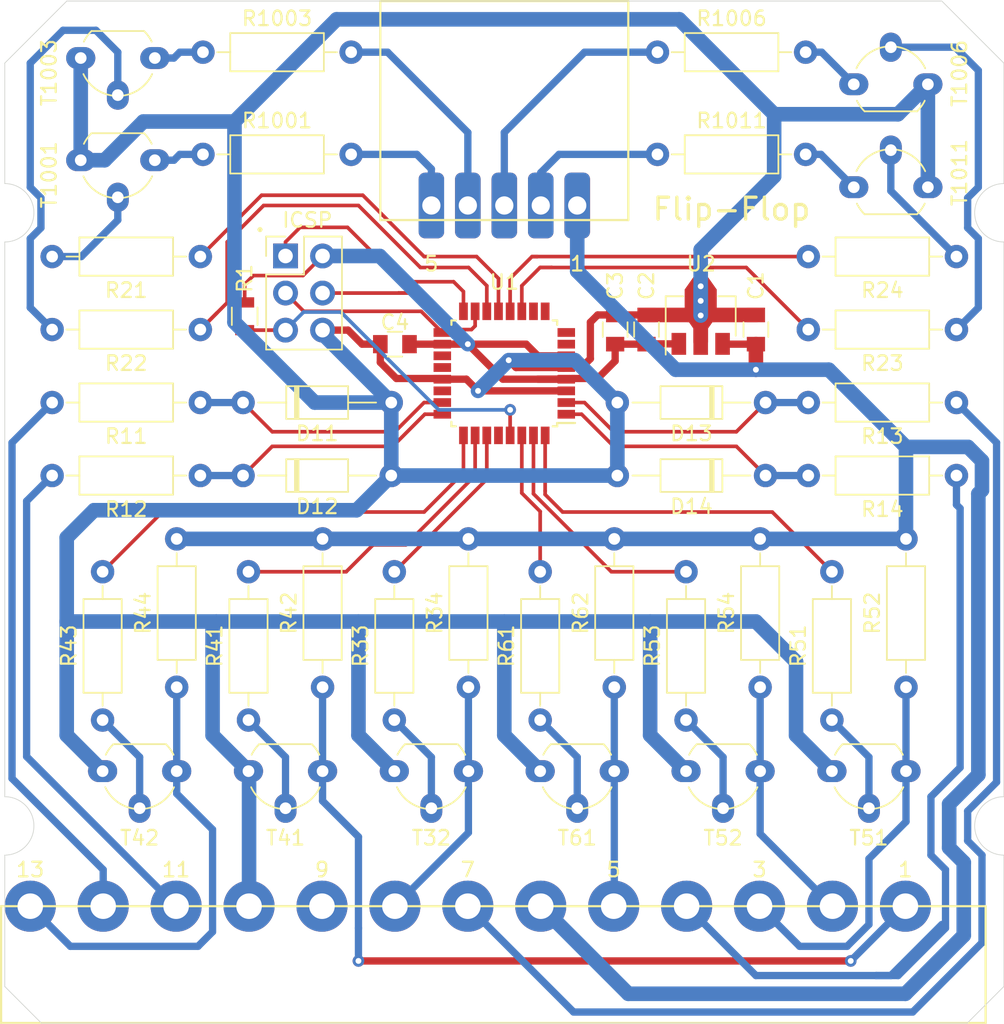
<source format=kicad_pcb>
(kicad_pcb (version 20171130) (host pcbnew "(5.1.7)-1")

  (general
    (thickness 1.6)
    (drawings 23)
    (tracks 352)
    (zones 0)
    (modules 48)
    (nets 59)
  )

  (page A4)
  (layers
    (0 F.Cu signal)
    (31 B.Cu signal)
    (32 B.Adhes user)
    (33 F.Adhes user)
    (34 B.Paste user)
    (35 F.Paste user)
    (36 B.SilkS user)
    (37 F.SilkS user)
    (38 B.Mask user)
    (39 F.Mask user)
    (40 Dwgs.User user)
    (41 Cmts.User user)
    (42 Eco1.User user)
    (43 Eco2.User user)
    (44 Edge.Cuts user)
    (45 Margin user)
    (46 B.CrtYd user)
    (47 F.CrtYd user)
    (48 B.Fab user hide)
    (49 F.Fab user hide)
  )

  (setup
    (last_trace_width 0.25)
    (user_trace_width 0.5)
    (user_trace_width 1)
    (trace_clearance 0.2)
    (zone_clearance 0.508)
    (zone_45_only no)
    (trace_min 0.2)
    (via_size 0.8)
    (via_drill 0.4)
    (via_min_size 0.4)
    (via_min_drill 0.3)
    (uvia_size 0.3)
    (uvia_drill 0.1)
    (uvias_allowed no)
    (uvia_min_size 0.2)
    (uvia_min_drill 0.1)
    (edge_width 0.05)
    (segment_width 0.2)
    (pcb_text_width 0.3)
    (pcb_text_size 1.5 1.5)
    (mod_edge_width 0.12)
    (mod_text_size 1 1)
    (mod_text_width 0.15)
    (pad_size 2.5 2.5)
    (pad_drill 0.8)
    (pad_to_mask_clearance 0)
    (aux_axis_origin 0 0)
    (visible_elements 7FFFFF7F)
    (pcbplotparams
      (layerselection 0x010fc_ffffffff)
      (usegerberextensions true)
      (usegerberattributes false)
      (usegerberadvancedattributes false)
      (creategerberjobfile false)
      (excludeedgelayer true)
      (linewidth 0.100000)
      (plotframeref false)
      (viasonmask false)
      (mode 1)
      (useauxorigin false)
      (hpglpennumber 1)
      (hpglpenspeed 20)
      (hpglpendiameter 15.000000)
      (psnegative false)
      (psa4output false)
      (plotreference true)
      (plotvalue false)
      (plotinvisibletext false)
      (padsonsilk false)
      (subtractmaskfromsilk true)
      (outputformat 1)
      (mirror false)
      (drillshape 0)
      (scaleselection 1)
      (outputdirectory "gerber"))
  )

  (net 0 "")
  (net 1 GND)
  (net 2 +5V)
  (net 3 "Net-(U1-Pad7)")
  (net 4 "Net-(U1-Pad8)")
  (net 5 "Net-(U1-Pad9)")
  (net 6 "Net-(U1-Pad10)")
  (net 7 "Net-(U1-Pad19)")
  (net 8 "Net-(U1-Pad20)")
  (net 9 "Net-(U1-Pad22)")
  (net 10 "Net-(U1-Pad28)")
  (net 11 "Net-(J1-Pad2)")
  (net 12 "Net-(J1-Pad3)")
  (net 13 "Net-(J1-Pad4)")
  (net 14 "Net-(J1-Pad5)")
  (net 15 "Net-(J2-Pad9)")
  (net 16 "Net-(R1001-Pad2)")
  (net 17 "Net-(R1003-Pad2)")
  (net 18 "Net-(R1006-Pad2)")
  (net 19 "Net-(R1011-Pad2)")
  (net 20 +12V)
  (net 21 NQ1)
  (net 22 NQ2)
  (net 23 Q2)
  (net 24 NQ3)
  (net 25 Q3)
  (net 26 Q4)
  (net 27 I1)
  (net 28 I2)
  (net 29 I3)
  (net 30 I4)
  (net 31 MISO)
  (net 32 SCK)
  (net 33 MOSI)
  (net 34 RST)
  (net 35 LED1)
  (net 36 LED2)
  (net 37 LED3)
  (net 38 LED4)
  (net 39 OUT2)
  (net 40 OUT4)
  (net 41 OUT3)
  (net 42 "Net-(R21-Pad1)")
  (net 43 "Net-(R22-Pad1)")
  (net 44 "Net-(R23-Pad1)")
  (net 45 "Net-(R24-Pad1)")
  (net 46 "Net-(R41-Pad1)")
  (net 47 "Net-(R51-Pad1)")
  (net 48 "Net-(R61-Pad1)")
  (net 49 IN1)
  (net 50 IN2)
  (net 51 IN3)
  (net 52 IN4)
  (net 53 OUT1N)
  (net 54 OUT2N)
  (net 55 OUT3N)
  (net 56 "Net-(R33-Pad1)")
  (net 57 "Net-(R43-Pad1)")
  (net 58 "Net-(R53-Pad1)")

  (net_class Default "This is the default net class."
    (clearance 0.2)
    (trace_width 0.25)
    (via_dia 0.8)
    (via_drill 0.4)
    (uvia_dia 0.3)
    (uvia_drill 0.1)
    (add_net +12V)
    (add_net +5V)
    (add_net GND)
    (add_net I1)
    (add_net I2)
    (add_net I3)
    (add_net I4)
    (add_net IN1)
    (add_net IN2)
    (add_net IN3)
    (add_net IN4)
    (add_net LED1)
    (add_net LED2)
    (add_net LED3)
    (add_net LED4)
    (add_net MISO)
    (add_net MOSI)
    (add_net NQ1)
    (add_net NQ2)
    (add_net NQ3)
    (add_net "Net-(J1-Pad2)")
    (add_net "Net-(J1-Pad3)")
    (add_net "Net-(J1-Pad4)")
    (add_net "Net-(J1-Pad5)")
    (add_net "Net-(J2-Pad9)")
    (add_net "Net-(R1001-Pad2)")
    (add_net "Net-(R1003-Pad2)")
    (add_net "Net-(R1006-Pad2)")
    (add_net "Net-(R1011-Pad2)")
    (add_net "Net-(R21-Pad1)")
    (add_net "Net-(R22-Pad1)")
    (add_net "Net-(R23-Pad1)")
    (add_net "Net-(R24-Pad1)")
    (add_net "Net-(R33-Pad1)")
    (add_net "Net-(R41-Pad1)")
    (add_net "Net-(R43-Pad1)")
    (add_net "Net-(R51-Pad1)")
    (add_net "Net-(R53-Pad1)")
    (add_net "Net-(R61-Pad1)")
    (add_net "Net-(U1-Pad10)")
    (add_net "Net-(U1-Pad19)")
    (add_net "Net-(U1-Pad20)")
    (add_net "Net-(U1-Pad22)")
    (add_net "Net-(U1-Pad28)")
    (add_net "Net-(U1-Pad7)")
    (add_net "Net-(U1-Pad8)")
    (add_net "Net-(U1-Pad9)")
    (add_net OUT1N)
    (add_net OUT2)
    (add_net OUT2N)
    (add_net OUT3)
    (add_net OUT3N)
    (add_net OUT4)
    (add_net Q2)
    (add_net Q3)
    (add_net Q4)
    (add_net RST)
    (add_net SCK)
  )

  (module Resistors_THT:R_Axial_DIN0207_L6.3mm_D2.5mm_P10.16mm_Horizontal (layer F.Cu) (tedit 5874F706) (tstamp 62B64036)
    (at 91 57.5 180)
    (descr "Resistor, Axial_DIN0207 series, Axial, Horizontal, pin pitch=10.16mm, 0.25W = 1/4W, length*diameter=6.3*2.5mm^2, http://cdn-reichelt.de/documents/datenblatt/B400/1_4W%23YAG.pdf")
    (tags "Resistor Axial_DIN0207 series Axial Horizontal pin pitch 10.16mm 0.25W = 1/4W length 6.3mm diameter 2.5mm")
    (path /62CB118C)
    (fp_text reference R14 (at 5.08 -2.31) (layer F.SilkS)
      (effects (font (size 1 1) (thickness 0.15)))
    )
    (fp_text value 1k (at 5.08 2.31) (layer F.Fab)
      (effects (font (size 1 1) (thickness 0.15)))
    )
    (fp_line (start 11.25 -1.6) (end -1.05 -1.6) (layer F.CrtYd) (width 0.05))
    (fp_line (start 11.25 1.6) (end 11.25 -1.6) (layer F.CrtYd) (width 0.05))
    (fp_line (start -1.05 1.6) (end 11.25 1.6) (layer F.CrtYd) (width 0.05))
    (fp_line (start -1.05 -1.6) (end -1.05 1.6) (layer F.CrtYd) (width 0.05))
    (fp_line (start 9.18 0) (end 8.29 0) (layer F.SilkS) (width 0.12))
    (fp_line (start 0.98 0) (end 1.87 0) (layer F.SilkS) (width 0.12))
    (fp_line (start 8.29 -1.31) (end 1.87 -1.31) (layer F.SilkS) (width 0.12))
    (fp_line (start 8.29 1.31) (end 8.29 -1.31) (layer F.SilkS) (width 0.12))
    (fp_line (start 1.87 1.31) (end 8.29 1.31) (layer F.SilkS) (width 0.12))
    (fp_line (start 1.87 -1.31) (end 1.87 1.31) (layer F.SilkS) (width 0.12))
    (fp_line (start 10.16 0) (end 8.23 0) (layer F.Fab) (width 0.1))
    (fp_line (start 0 0) (end 1.93 0) (layer F.Fab) (width 0.1))
    (fp_line (start 8.23 -1.25) (end 1.93 -1.25) (layer F.Fab) (width 0.1))
    (fp_line (start 8.23 1.25) (end 8.23 -1.25) (layer F.Fab) (width 0.1))
    (fp_line (start 1.93 1.25) (end 8.23 1.25) (layer F.Fab) (width 0.1))
    (fp_line (start 1.93 -1.25) (end 1.93 1.25) (layer F.Fab) (width 0.1))
    (pad 1 thru_hole circle (at 0 0 180) (size 1.6 1.6) (drill 0.8) (layers *.Cu *.Mask)
      (net 30 I4))
    (pad 2 thru_hole oval (at 10.16 0 180) (size 1.6 1.6) (drill 0.8) (layers *.Cu *.Mask)
      (net 52 IN4))
    (model ${KISYS3DMOD}/Resistors_THT.3dshapes/R_Axial_DIN0207_L6.3mm_D2.5mm_P10.16mm_Horizontal.wrl
      (at (xyz 0 0 0))
      (scale (xyz 0.393701 0.393701 0.393701))
      (rotate (xyz 0 0 0))
    )
  )

  (module Resistors_THT:R_Axial_DIN0207_L6.3mm_D2.5mm_P10.16mm_Horizontal (layer F.Cu) (tedit 5874F706) (tstamp 62B62EB3)
    (at 91 52.5 180)
    (descr "Resistor, Axial_DIN0207 series, Axial, Horizontal, pin pitch=10.16mm, 0.25W = 1/4W, length*diameter=6.3*2.5mm^2, http://cdn-reichelt.de/documents/datenblatt/B400/1_4W%23YAG.pdf")
    (tags "Resistor Axial_DIN0207 series Axial Horizontal pin pitch 10.16mm 0.25W = 1/4W length 6.3mm diameter 2.5mm")
    (path /62CB092B)
    (fp_text reference R13 (at 5.08 -2.31) (layer F.SilkS)
      (effects (font (size 1 1) (thickness 0.15)))
    )
    (fp_text value 1k (at 5.08 2.31) (layer F.Fab)
      (effects (font (size 1 1) (thickness 0.15)))
    )
    (fp_line (start 11.25 -1.6) (end -1.05 -1.6) (layer F.CrtYd) (width 0.05))
    (fp_line (start 11.25 1.6) (end 11.25 -1.6) (layer F.CrtYd) (width 0.05))
    (fp_line (start -1.05 1.6) (end 11.25 1.6) (layer F.CrtYd) (width 0.05))
    (fp_line (start -1.05 -1.6) (end -1.05 1.6) (layer F.CrtYd) (width 0.05))
    (fp_line (start 9.18 0) (end 8.29 0) (layer F.SilkS) (width 0.12))
    (fp_line (start 0.98 0) (end 1.87 0) (layer F.SilkS) (width 0.12))
    (fp_line (start 8.29 -1.31) (end 1.87 -1.31) (layer F.SilkS) (width 0.12))
    (fp_line (start 8.29 1.31) (end 8.29 -1.31) (layer F.SilkS) (width 0.12))
    (fp_line (start 1.87 1.31) (end 8.29 1.31) (layer F.SilkS) (width 0.12))
    (fp_line (start 1.87 -1.31) (end 1.87 1.31) (layer F.SilkS) (width 0.12))
    (fp_line (start 10.16 0) (end 8.23 0) (layer F.Fab) (width 0.1))
    (fp_line (start 0 0) (end 1.93 0) (layer F.Fab) (width 0.1))
    (fp_line (start 8.23 -1.25) (end 1.93 -1.25) (layer F.Fab) (width 0.1))
    (fp_line (start 8.23 1.25) (end 8.23 -1.25) (layer F.Fab) (width 0.1))
    (fp_line (start 1.93 1.25) (end 8.23 1.25) (layer F.Fab) (width 0.1))
    (fp_line (start 1.93 -1.25) (end 1.93 1.25) (layer F.Fab) (width 0.1))
    (pad 1 thru_hole circle (at 0 0 180) (size 1.6 1.6) (drill 0.8) (layers *.Cu *.Mask)
      (net 29 I3))
    (pad 2 thru_hole oval (at 10.16 0 180) (size 1.6 1.6) (drill 0.8) (layers *.Cu *.Mask)
      (net 51 IN3))
    (model ${KISYS3DMOD}/Resistors_THT.3dshapes/R_Axial_DIN0207_L6.3mm_D2.5mm_P10.16mm_Horizontal.wrl
      (at (xyz 0 0 0))
      (scale (xyz 0.393701 0.393701 0.393701))
      (rotate (xyz 0 0 0))
    )
  )

  (module Resistors_THT:R_Axial_DIN0207_L6.3mm_D2.5mm_P10.16mm_Horizontal (layer F.Cu) (tedit 5874F706) (tstamp 62B62EB0)
    (at 29 57.5)
    (descr "Resistor, Axial_DIN0207 series, Axial, Horizontal, pin pitch=10.16mm, 0.25W = 1/4W, length*diameter=6.3*2.5mm^2, http://cdn-reichelt.de/documents/datenblatt/B400/1_4W%23YAG.pdf")
    (tags "Resistor Axial_DIN0207 series Axial Horizontal pin pitch 10.16mm 0.25W = 1/4W length 6.3mm diameter 2.5mm")
    (path /62CB06C2)
    (fp_text reference R12 (at 5.08 2.31) (layer F.SilkS)
      (effects (font (size 1 1) (thickness 0.15)))
    )
    (fp_text value 1k (at 5.08 2.31) (layer F.Fab)
      (effects (font (size 1 1) (thickness 0.15)))
    )
    (fp_line (start 11.25 -1.6) (end -1.05 -1.6) (layer F.CrtYd) (width 0.05))
    (fp_line (start 11.25 1.6) (end 11.25 -1.6) (layer F.CrtYd) (width 0.05))
    (fp_line (start -1.05 1.6) (end 11.25 1.6) (layer F.CrtYd) (width 0.05))
    (fp_line (start -1.05 -1.6) (end -1.05 1.6) (layer F.CrtYd) (width 0.05))
    (fp_line (start 9.18 0) (end 8.29 0) (layer F.SilkS) (width 0.12))
    (fp_line (start 0.98 0) (end 1.87 0) (layer F.SilkS) (width 0.12))
    (fp_line (start 8.29 -1.31) (end 1.87 -1.31) (layer F.SilkS) (width 0.12))
    (fp_line (start 8.29 1.31) (end 8.29 -1.31) (layer F.SilkS) (width 0.12))
    (fp_line (start 1.87 1.31) (end 8.29 1.31) (layer F.SilkS) (width 0.12))
    (fp_line (start 1.87 -1.31) (end 1.87 1.31) (layer F.SilkS) (width 0.12))
    (fp_line (start 10.16 0) (end 8.23 0) (layer F.Fab) (width 0.1))
    (fp_line (start 0 0) (end 1.93 0) (layer F.Fab) (width 0.1))
    (fp_line (start 8.23 -1.25) (end 1.93 -1.25) (layer F.Fab) (width 0.1))
    (fp_line (start 8.23 1.25) (end 8.23 -1.25) (layer F.Fab) (width 0.1))
    (fp_line (start 1.93 1.25) (end 8.23 1.25) (layer F.Fab) (width 0.1))
    (fp_line (start 1.93 -1.25) (end 1.93 1.25) (layer F.Fab) (width 0.1))
    (pad 1 thru_hole circle (at 0 0) (size 1.6 1.6) (drill 0.8) (layers *.Cu *.Mask)
      (net 28 I2))
    (pad 2 thru_hole oval (at 10.16 0) (size 1.6 1.6) (drill 0.8) (layers *.Cu *.Mask)
      (net 50 IN2))
    (model ${KISYS3DMOD}/Resistors_THT.3dshapes/R_Axial_DIN0207_L6.3mm_D2.5mm_P10.16mm_Horizontal.wrl
      (at (xyz 0 0 0))
      (scale (xyz 0.393701 0.393701 0.393701))
      (rotate (xyz 0 0 0))
    )
  )

  (module Resistors_THT:R_Axial_DIN0207_L6.3mm_D2.5mm_P10.16mm_Horizontal (layer F.Cu) (tedit 5874F706) (tstamp 62B605C5)
    (at 62.46 74.25 90)
    (descr "Resistor, Axial_DIN0207 series, Axial, Horizontal, pin pitch=10.16mm, 0.25W = 1/4W, length*diameter=6.3*2.5mm^2, http://cdn-reichelt.de/documents/datenblatt/B400/1_4W%23YAG.pdf")
    (tags "Resistor Axial_DIN0207 series Axial Horizontal pin pitch 10.16mm 0.25W = 1/4W length 6.3mm diameter 2.5mm")
    (path /62B610B6)
    (fp_text reference R61 (at 5.08 -2.31 90) (layer F.SilkS)
      (effects (font (size 1 1) (thickness 0.15)))
    )
    (fp_text value 10k (at 5.08 2.31 90) (layer F.Fab)
      (effects (font (size 1 1) (thickness 0.15)))
    )
    (fp_line (start 11.25 -1.6) (end -1.05 -1.6) (layer F.CrtYd) (width 0.05))
    (fp_line (start 11.25 1.6) (end 11.25 -1.6) (layer F.CrtYd) (width 0.05))
    (fp_line (start -1.05 1.6) (end 11.25 1.6) (layer F.CrtYd) (width 0.05))
    (fp_line (start -1.05 -1.6) (end -1.05 1.6) (layer F.CrtYd) (width 0.05))
    (fp_line (start 9.18 0) (end 8.29 0) (layer F.SilkS) (width 0.12))
    (fp_line (start 0.98 0) (end 1.87 0) (layer F.SilkS) (width 0.12))
    (fp_line (start 8.29 -1.31) (end 1.87 -1.31) (layer F.SilkS) (width 0.12))
    (fp_line (start 8.29 1.31) (end 8.29 -1.31) (layer F.SilkS) (width 0.12))
    (fp_line (start 1.87 1.31) (end 8.29 1.31) (layer F.SilkS) (width 0.12))
    (fp_line (start 1.87 -1.31) (end 1.87 1.31) (layer F.SilkS) (width 0.12))
    (fp_line (start 10.16 0) (end 8.23 0) (layer F.Fab) (width 0.1))
    (fp_line (start 0 0) (end 1.93 0) (layer F.Fab) (width 0.1))
    (fp_line (start 8.23 -1.25) (end 1.93 -1.25) (layer F.Fab) (width 0.1))
    (fp_line (start 8.23 1.25) (end 8.23 -1.25) (layer F.Fab) (width 0.1))
    (fp_line (start 1.93 1.25) (end 8.23 1.25) (layer F.Fab) (width 0.1))
    (fp_line (start 1.93 -1.25) (end 1.93 1.25) (layer F.Fab) (width 0.1))
    (pad 1 thru_hole circle (at 0 0 90) (size 1.6 1.6) (drill 0.8) (layers *.Cu *.Mask)
      (net 48 "Net-(R61-Pad1)"))
    (pad 2 thru_hole oval (at 10.16 0 90) (size 1.6 1.6) (drill 0.8) (layers *.Cu *.Mask)
      (net 40 OUT4))
    (model ${KISYS3DMOD}/Resistors_THT.3dshapes/R_Axial_DIN0207_L6.3mm_D2.5mm_P10.16mm_Horizontal.wrl
      (at (xyz 0 0 0))
      (scale (xyz 0.393701 0.393701 0.393701))
      (rotate (xyz 0 0 0))
    )
  )

  (module Resistors_THT:R_Axial_DIN0207_L6.3mm_D2.5mm_P10.16mm_Horizontal (layer F.Cu) (tedit 5874F706) (tstamp 62B5F24C)
    (at 82.46 74.25 90)
    (descr "Resistor, Axial_DIN0207 series, Axial, Horizontal, pin pitch=10.16mm, 0.25W = 1/4W, length*diameter=6.3*2.5mm^2, http://cdn-reichelt.de/documents/datenblatt/B400/1_4W%23YAG.pdf")
    (tags "Resistor Axial_DIN0207 series Axial Horizontal pin pitch 10.16mm 0.25W = 1/4W length 6.3mm diameter 2.5mm")
    (path /62B70323)
    (fp_text reference R51 (at 5.08 -2.31 90) (layer F.SilkS)
      (effects (font (size 1 1) (thickness 0.15)))
    )
    (fp_text value 10k (at 5.08 2.31 90) (layer F.Fab)
      (effects (font (size 1 1) (thickness 0.15)))
    )
    (fp_line (start 11.25 -1.6) (end -1.05 -1.6) (layer F.CrtYd) (width 0.05))
    (fp_line (start 11.25 1.6) (end 11.25 -1.6) (layer F.CrtYd) (width 0.05))
    (fp_line (start -1.05 1.6) (end 11.25 1.6) (layer F.CrtYd) (width 0.05))
    (fp_line (start -1.05 -1.6) (end -1.05 1.6) (layer F.CrtYd) (width 0.05))
    (fp_line (start 9.18 0) (end 8.29 0) (layer F.SilkS) (width 0.12))
    (fp_line (start 0.98 0) (end 1.87 0) (layer F.SilkS) (width 0.12))
    (fp_line (start 8.29 -1.31) (end 1.87 -1.31) (layer F.SilkS) (width 0.12))
    (fp_line (start 8.29 1.31) (end 8.29 -1.31) (layer F.SilkS) (width 0.12))
    (fp_line (start 1.87 1.31) (end 8.29 1.31) (layer F.SilkS) (width 0.12))
    (fp_line (start 1.87 -1.31) (end 1.87 1.31) (layer F.SilkS) (width 0.12))
    (fp_line (start 10.16 0) (end 8.23 0) (layer F.Fab) (width 0.1))
    (fp_line (start 0 0) (end 1.93 0) (layer F.Fab) (width 0.1))
    (fp_line (start 8.23 -1.25) (end 1.93 -1.25) (layer F.Fab) (width 0.1))
    (fp_line (start 8.23 1.25) (end 8.23 -1.25) (layer F.Fab) (width 0.1))
    (fp_line (start 1.93 1.25) (end 8.23 1.25) (layer F.Fab) (width 0.1))
    (fp_line (start 1.93 -1.25) (end 1.93 1.25) (layer F.Fab) (width 0.1))
    (pad 1 thru_hole circle (at 0 0 90) (size 1.6 1.6) (drill 0.8) (layers *.Cu *.Mask)
      (net 47 "Net-(R51-Pad1)"))
    (pad 2 thru_hole oval (at 10.16 0 90) (size 1.6 1.6) (drill 0.8) (layers *.Cu *.Mask)
      (net 41 OUT3))
    (model ${KISYS3DMOD}/Resistors_THT.3dshapes/R_Axial_DIN0207_L6.3mm_D2.5mm_P10.16mm_Horizontal.wrl
      (at (xyz 0 0 0))
      (scale (xyz 0.393701 0.393701 0.393701))
      (rotate (xyz 0 0 0))
    )
  )

  (module Resistors_THT:R_Axial_DIN0207_L6.3mm_D2.5mm_P10.16mm_Horizontal (layer F.Cu) (tedit 5874F706) (tstamp 62B5F249)
    (at 42.46 74.25 90)
    (descr "Resistor, Axial_DIN0207 series, Axial, Horizontal, pin pitch=10.16mm, 0.25W = 1/4W, length*diameter=6.3*2.5mm^2, http://cdn-reichelt.de/documents/datenblatt/B400/1_4W%23YAG.pdf")
    (tags "Resistor Axial_DIN0207 series Axial Horizontal pin pitch 10.16mm 0.25W = 1/4W length 6.3mm diameter 2.5mm")
    (path /62B6F08D)
    (fp_text reference R41 (at 5.08 -2.31 90) (layer F.SilkS)
      (effects (font (size 1 1) (thickness 0.15)))
    )
    (fp_text value 10k (at 5.08 2.31 90) (layer F.Fab)
      (effects (font (size 1 1) (thickness 0.15)))
    )
    (fp_line (start 11.25 -1.6) (end -1.05 -1.6) (layer F.CrtYd) (width 0.05))
    (fp_line (start 11.25 1.6) (end 11.25 -1.6) (layer F.CrtYd) (width 0.05))
    (fp_line (start -1.05 1.6) (end 11.25 1.6) (layer F.CrtYd) (width 0.05))
    (fp_line (start -1.05 -1.6) (end -1.05 1.6) (layer F.CrtYd) (width 0.05))
    (fp_line (start 9.18 0) (end 8.29 0) (layer F.SilkS) (width 0.12))
    (fp_line (start 0.98 0) (end 1.87 0) (layer F.SilkS) (width 0.12))
    (fp_line (start 8.29 -1.31) (end 1.87 -1.31) (layer F.SilkS) (width 0.12))
    (fp_line (start 8.29 1.31) (end 8.29 -1.31) (layer F.SilkS) (width 0.12))
    (fp_line (start 1.87 1.31) (end 8.29 1.31) (layer F.SilkS) (width 0.12))
    (fp_line (start 1.87 -1.31) (end 1.87 1.31) (layer F.SilkS) (width 0.12))
    (fp_line (start 10.16 0) (end 8.23 0) (layer F.Fab) (width 0.1))
    (fp_line (start 0 0) (end 1.93 0) (layer F.Fab) (width 0.1))
    (fp_line (start 8.23 -1.25) (end 1.93 -1.25) (layer F.Fab) (width 0.1))
    (fp_line (start 8.23 1.25) (end 8.23 -1.25) (layer F.Fab) (width 0.1))
    (fp_line (start 1.93 1.25) (end 8.23 1.25) (layer F.Fab) (width 0.1))
    (fp_line (start 1.93 -1.25) (end 1.93 1.25) (layer F.Fab) (width 0.1))
    (pad 1 thru_hole circle (at 0 0 90) (size 1.6 1.6) (drill 0.8) (layers *.Cu *.Mask)
      (net 46 "Net-(R41-Pad1)"))
    (pad 2 thru_hole oval (at 10.16 0 90) (size 1.6 1.6) (drill 0.8) (layers *.Cu *.Mask)
      (net 39 OUT2))
    (model ${KISYS3DMOD}/Resistors_THT.3dshapes/R_Axial_DIN0207_L6.3mm_D2.5mm_P10.16mm_Horizontal.wrl
      (at (xyz 0 0 0))
      (scale (xyz 0.393701 0.393701 0.393701))
      (rotate (xyz 0 0 0))
    )
  )

  (module Resistors_THT:R_Axial_DIN0207_L6.3mm_D2.5mm_P10.16mm_Horizontal (layer F.Cu) (tedit 5874F706) (tstamp 62B34050)
    (at 29 52.5)
    (descr "Resistor, Axial_DIN0207 series, Axial, Horizontal, pin pitch=10.16mm, 0.25W = 1/4W, length*diameter=6.3*2.5mm^2, http://cdn-reichelt.de/documents/datenblatt/B400/1_4W%23YAG.pdf")
    (tags "Resistor Axial_DIN0207 series Axial Horizontal pin pitch 10.16mm 0.25W = 1/4W length 6.3mm diameter 2.5mm")
    (path /62CAF595)
    (fp_text reference R11 (at 5.08 2.31) (layer F.SilkS)
      (effects (font (size 1 1) (thickness 0.15)))
    )
    (fp_text value 1k (at 5.08 2.31) (layer F.Fab)
      (effects (font (size 1 1) (thickness 0.15)))
    )
    (fp_line (start 1.93 -1.25) (end 1.93 1.25) (layer F.Fab) (width 0.1))
    (fp_line (start 1.93 1.25) (end 8.23 1.25) (layer F.Fab) (width 0.1))
    (fp_line (start 8.23 1.25) (end 8.23 -1.25) (layer F.Fab) (width 0.1))
    (fp_line (start 8.23 -1.25) (end 1.93 -1.25) (layer F.Fab) (width 0.1))
    (fp_line (start 0 0) (end 1.93 0) (layer F.Fab) (width 0.1))
    (fp_line (start 10.16 0) (end 8.23 0) (layer F.Fab) (width 0.1))
    (fp_line (start 1.87 -1.31) (end 1.87 1.31) (layer F.SilkS) (width 0.12))
    (fp_line (start 1.87 1.31) (end 8.29 1.31) (layer F.SilkS) (width 0.12))
    (fp_line (start 8.29 1.31) (end 8.29 -1.31) (layer F.SilkS) (width 0.12))
    (fp_line (start 8.29 -1.31) (end 1.87 -1.31) (layer F.SilkS) (width 0.12))
    (fp_line (start 0.98 0) (end 1.87 0) (layer F.SilkS) (width 0.12))
    (fp_line (start 9.18 0) (end 8.29 0) (layer F.SilkS) (width 0.12))
    (fp_line (start -1.05 -1.6) (end -1.05 1.6) (layer F.CrtYd) (width 0.05))
    (fp_line (start -1.05 1.6) (end 11.25 1.6) (layer F.CrtYd) (width 0.05))
    (fp_line (start 11.25 1.6) (end 11.25 -1.6) (layer F.CrtYd) (width 0.05))
    (fp_line (start 11.25 -1.6) (end -1.05 -1.6) (layer F.CrtYd) (width 0.05))
    (pad 1 thru_hole circle (at 0 0) (size 1.6 1.6) (drill 0.8) (layers *.Cu *.Mask)
      (net 27 I1))
    (pad 2 thru_hole oval (at 10.16 0) (size 1.6 1.6) (drill 0.8) (layers *.Cu *.Mask)
      (net 49 IN1))
    (model ${KISYS3DMOD}/Resistors_THT.3dshapes/R_Axial_DIN0207_L6.3mm_D2.5mm_P10.16mm_Horizontal.wrl
      (at (xyz 0 0 0))
      (scale (xyz 0.393701 0.393701 0.393701))
      (rotate (xyz 0 0 0))
    )
  )

  (module Diode_THT:D_DO-35_SOD27_P10.16mm_Horizontal (layer F.Cu) (tedit 62B2FAE9) (tstamp 62B33EF9)
    (at 42.09 52.5)
    (descr "Diode, DO-35_SOD27 series, Axial, Horizontal, pin pitch=10.16mm, , length*diameter=4*2mm^2, , http://www.diodes.com/_files/packages/DO-35.pdf")
    (tags "Diode DO-35_SOD27 series Axial Horizontal pin pitch 10.16mm  length 4mm diameter 2mm")
    (path /62CC50BD)
    (fp_text reference D11 (at 5.08 2.12) (layer F.SilkS)
      (effects (font (size 1 1) (thickness 0.15)))
    )
    (fp_text value 5V1 (at 5.08 2.12) (layer F.Fab)
      (effects (font (size 1 1) (thickness 0.15)))
    )
    (fp_line (start 11.21 -1.25) (end -1.05 -1.25) (layer F.CrtYd) (width 0.05))
    (fp_line (start 11.21 1.25) (end 11.21 -1.25) (layer F.CrtYd) (width 0.05))
    (fp_line (start -1.05 1.25) (end 11.21 1.25) (layer F.CrtYd) (width 0.05))
    (fp_line (start -1.05 -1.25) (end -1.05 1.25) (layer F.CrtYd) (width 0.05))
    (fp_line (start 3.56 -1.12) (end 3.56 1.12) (layer F.SilkS) (width 0.12))
    (fp_line (start 3.8 -1.12) (end 3.8 1.12) (layer F.SilkS) (width 0.12))
    (fp_line (start 3.68 -1.12) (end 3.68 1.12) (layer F.SilkS) (width 0.12))
    (fp_line (start 9.12 0) (end 7.2 0) (layer F.SilkS) (width 0.12))
    (fp_line (start 1.04 0) (end 2.96 0) (layer F.SilkS) (width 0.12))
    (fp_line (start 7.2 -1.12) (end 2.96 -1.12) (layer F.SilkS) (width 0.12))
    (fp_line (start 7.2 1.12) (end 7.2 -1.12) (layer F.SilkS) (width 0.12))
    (fp_line (start 2.96 1.12) (end 7.2 1.12) (layer F.SilkS) (width 0.12))
    (fp_line (start 2.96 -1.12) (end 2.96 1.12) (layer F.SilkS) (width 0.12))
    (fp_line (start 3.58 -1) (end 3.58 1) (layer F.Fab) (width 0.1))
    (fp_line (start 3.78 -1) (end 3.78 1) (layer F.Fab) (width 0.1))
    (fp_line (start 3.68 -1) (end 3.68 1) (layer F.Fab) (width 0.1))
    (fp_line (start 10.16 0) (end 7.08 0) (layer F.Fab) (width 0.1))
    (fp_line (start 0 0) (end 3.08 0) (layer F.Fab) (width 0.1))
    (fp_line (start 7.08 -1) (end 3.08 -1) (layer F.Fab) (width 0.1))
    (fp_line (start 7.08 1) (end 7.08 -1) (layer F.Fab) (width 0.1))
    (fp_line (start 3.08 1) (end 7.08 1) (layer F.Fab) (width 0.1))
    (fp_line (start 3.08 -1) (end 3.08 1) (layer F.Fab) (width 0.1))
    (fp_text user K (at 0 -1.8) (layer F.SilkS) hide
      (effects (font (size 1 1) (thickness 0.15)))
    )
    (fp_text user K (at 0 -1.8) (layer F.Fab)
      (effects (font (size 1 1) (thickness 0.15)))
    )
    (fp_text user %R (at 5.38 0) (layer F.Fab)
      (effects (font (size 0.8 0.8) (thickness 0.12)))
    )
    (pad 2 thru_hole oval (at 10.16 0) (size 1.6 1.6) (drill 0.8) (layers *.Cu *.Mask)
      (net 1 GND))
    (pad 1 thru_hole oval (at 0 0) (size 1.6 1.6) (drill 0.8) (layers *.Cu *.Mask)
      (net 49 IN1))
    (model ${KISYS3DMOD}/Diode_THT.3dshapes/D_DO-35_SOD27_P10.16mm_Horizontal.wrl
      (at (xyz 0 0 0))
      (scale (xyz 1 1 1))
      (rotate (xyz 0 0 0))
    )
  )

  (module Diode_THT:D_DO-35_SOD27_P10.16mm_Horizontal (layer F.Cu) (tedit 62B2FAEE) (tstamp 62B32B86)
    (at 42.09 57.5)
    (descr "Diode, DO-35_SOD27 series, Axial, Horizontal, pin pitch=10.16mm, , length*diameter=4*2mm^2, , http://www.diodes.com/_files/packages/DO-35.pdf")
    (tags "Diode DO-35_SOD27 series Axial Horizontal pin pitch 10.16mm  length 4mm diameter 2mm")
    (path /62CCB60F)
    (fp_text reference D12 (at 5.08 2.12) (layer F.SilkS)
      (effects (font (size 1 1) (thickness 0.15)))
    )
    (fp_text value 5V1 (at 5.08 2.12) (layer F.Fab)
      (effects (font (size 1 1) (thickness 0.15)))
    )
    (fp_line (start 11.21 -1.25) (end -1.05 -1.25) (layer F.CrtYd) (width 0.05))
    (fp_line (start 11.21 1.25) (end 11.21 -1.25) (layer F.CrtYd) (width 0.05))
    (fp_line (start -1.05 1.25) (end 11.21 1.25) (layer F.CrtYd) (width 0.05))
    (fp_line (start -1.05 -1.25) (end -1.05 1.25) (layer F.CrtYd) (width 0.05))
    (fp_line (start 3.56 -1.12) (end 3.56 1.12) (layer F.SilkS) (width 0.12))
    (fp_line (start 3.8 -1.12) (end 3.8 1.12) (layer F.SilkS) (width 0.12))
    (fp_line (start 3.68 -1.12) (end 3.68 1.12) (layer F.SilkS) (width 0.12))
    (fp_line (start 9.12 0) (end 7.2 0) (layer F.SilkS) (width 0.12))
    (fp_line (start 1.04 0) (end 2.96 0) (layer F.SilkS) (width 0.12))
    (fp_line (start 7.2 -1.12) (end 2.96 -1.12) (layer F.SilkS) (width 0.12))
    (fp_line (start 7.2 1.12) (end 7.2 -1.12) (layer F.SilkS) (width 0.12))
    (fp_line (start 2.96 1.12) (end 7.2 1.12) (layer F.SilkS) (width 0.12))
    (fp_line (start 2.96 -1.12) (end 2.96 1.12) (layer F.SilkS) (width 0.12))
    (fp_line (start 3.58 -1) (end 3.58 1) (layer F.Fab) (width 0.1))
    (fp_line (start 3.78 -1) (end 3.78 1) (layer F.Fab) (width 0.1))
    (fp_line (start 3.68 -1) (end 3.68 1) (layer F.Fab) (width 0.1))
    (fp_line (start 10.16 0) (end 7.08 0) (layer F.Fab) (width 0.1))
    (fp_line (start 0 0) (end 3.08 0) (layer F.Fab) (width 0.1))
    (fp_line (start 7.08 -1) (end 3.08 -1) (layer F.Fab) (width 0.1))
    (fp_line (start 7.08 1) (end 7.08 -1) (layer F.Fab) (width 0.1))
    (fp_line (start 3.08 1) (end 7.08 1) (layer F.Fab) (width 0.1))
    (fp_line (start 3.08 -1) (end 3.08 1) (layer F.Fab) (width 0.1))
    (fp_text user K (at 0 -1.8) (layer F.SilkS) hide
      (effects (font (size 1 1) (thickness 0.15)))
    )
    (fp_text user K (at 0 -1.8) (layer F.Fab)
      (effects (font (size 1 1) (thickness 0.15)))
    )
    (fp_text user %R (at 5.38 0) (layer F.Fab)
      (effects (font (size 0.8 0.8) (thickness 0.12)))
    )
    (pad 2 thru_hole oval (at 10.16 0) (size 1.6 1.6) (drill 0.8) (layers *.Cu *.Mask)
      (net 1 GND))
    (pad 1 thru_hole oval (at 0 0) (size 1.6 1.6) (drill 0.8) (layers *.Cu *.Mask)
      (net 50 IN2))
    (model ${KISYS3DMOD}/Diode_THT.3dshapes/D_DO-35_SOD27_P10.16mm_Horizontal.wrl
      (at (xyz 0 0 0))
      (scale (xyz 1 1 1))
      (rotate (xyz 0 0 0))
    )
  )

  (module Diode_THT:D_DO-35_SOD27_P10.16mm_Horizontal (layer F.Cu) (tedit 62B2FAC3) (tstamp 62B300B3)
    (at 77.91 52.5 180)
    (descr "Diode, DO-35_SOD27 series, Axial, Horizontal, pin pitch=10.16mm, , length*diameter=4*2mm^2, , http://www.diodes.com/_files/packages/DO-35.pdf")
    (tags "Diode DO-35_SOD27 series Axial Horizontal pin pitch 10.16mm  length 4mm diameter 2mm")
    (path /62CCBBD1)
    (fp_text reference D13 (at 5.08 -2.12) (layer F.SilkS)
      (effects (font (size 1 1) (thickness 0.15)))
    )
    (fp_text value 5V1 (at 5.08 2.12) (layer F.Fab)
      (effects (font (size 1 1) (thickness 0.15)))
    )
    (fp_line (start 11.21 -1.25) (end -1.05 -1.25) (layer F.CrtYd) (width 0.05))
    (fp_line (start 11.21 1.25) (end 11.21 -1.25) (layer F.CrtYd) (width 0.05))
    (fp_line (start -1.05 1.25) (end 11.21 1.25) (layer F.CrtYd) (width 0.05))
    (fp_line (start -1.05 -1.25) (end -1.05 1.25) (layer F.CrtYd) (width 0.05))
    (fp_line (start 3.56 -1.12) (end 3.56 1.12) (layer F.SilkS) (width 0.12))
    (fp_line (start 3.8 -1.12) (end 3.8 1.12) (layer F.SilkS) (width 0.12))
    (fp_line (start 3.68 -1.12) (end 3.68 1.12) (layer F.SilkS) (width 0.12))
    (fp_line (start 9.12 0) (end 7.2 0) (layer F.SilkS) (width 0.12))
    (fp_line (start 1.04 0) (end 2.96 0) (layer F.SilkS) (width 0.12))
    (fp_line (start 7.2 -1.12) (end 2.96 -1.12) (layer F.SilkS) (width 0.12))
    (fp_line (start 7.2 1.12) (end 7.2 -1.12) (layer F.SilkS) (width 0.12))
    (fp_line (start 2.96 1.12) (end 7.2 1.12) (layer F.SilkS) (width 0.12))
    (fp_line (start 2.96 -1.12) (end 2.96 1.12) (layer F.SilkS) (width 0.12))
    (fp_line (start 3.58 -1) (end 3.58 1) (layer F.Fab) (width 0.1))
    (fp_line (start 3.78 -1) (end 3.78 1) (layer F.Fab) (width 0.1))
    (fp_line (start 3.68 -1) (end 3.68 1) (layer F.Fab) (width 0.1))
    (fp_line (start 10.16 0) (end 7.08 0) (layer F.Fab) (width 0.1))
    (fp_line (start 0 0) (end 3.08 0) (layer F.Fab) (width 0.1))
    (fp_line (start 7.08 -1) (end 3.08 -1) (layer F.Fab) (width 0.1))
    (fp_line (start 7.08 1) (end 7.08 -1) (layer F.Fab) (width 0.1))
    (fp_line (start 3.08 1) (end 7.08 1) (layer F.Fab) (width 0.1))
    (fp_line (start 3.08 -1) (end 3.08 1) (layer F.Fab) (width 0.1))
    (fp_text user K (at 0 -1.8) (layer F.SilkS) hide
      (effects (font (size 1 1) (thickness 0.15)))
    )
    (fp_text user K (at 0 -1.8) (layer F.Fab)
      (effects (font (size 1 1) (thickness 0.15)))
    )
    (fp_text user %R (at 5.38 0) (layer F.Fab)
      (effects (font (size 0.8 0.8) (thickness 0.12)))
    )
    (pad 2 thru_hole oval (at 10.16 0 180) (size 1.6 1.6) (drill 0.8) (layers *.Cu *.Mask)
      (net 1 GND))
    (pad 1 thru_hole oval (at 0 0 180) (size 1.6 1.6) (drill 0.8) (layers *.Cu *.Mask)
      (net 51 IN3))
    (model ${KISYS3DMOD}/Diode_THT.3dshapes/D_DO-35_SOD27_P10.16mm_Horizontal.wrl
      (at (xyz 0 0 0))
      (scale (xyz 1 1 1))
      (rotate (xyz 0 0 0))
    )
  )

  (module Diode_THT:D_DO-35_SOD27_P10.16mm_Horizontal (layer F.Cu) (tedit 62B2FAE1) (tstamp 62B2EEFA)
    (at 77.91 57.5 180)
    (descr "Diode, DO-35_SOD27 series, Axial, Horizontal, pin pitch=10.16mm, , length*diameter=4*2mm^2, , http://www.diodes.com/_files/packages/DO-35.pdf")
    (tags "Diode DO-35_SOD27 series Axial Horizontal pin pitch 10.16mm  length 4mm diameter 2mm")
    (path /62CCBFE0)
    (fp_text reference D14 (at 5.08 -2.12) (layer F.SilkS)
      (effects (font (size 1 1) (thickness 0.15)))
    )
    (fp_text value 5V1 (at 5.08 2.12) (layer F.Fab)
      (effects (font (size 1 1) (thickness 0.15)))
    )
    (fp_line (start 11.21 -1.25) (end -1.05 -1.25) (layer F.CrtYd) (width 0.05))
    (fp_line (start 11.21 1.25) (end 11.21 -1.25) (layer F.CrtYd) (width 0.05))
    (fp_line (start -1.05 1.25) (end 11.21 1.25) (layer F.CrtYd) (width 0.05))
    (fp_line (start -1.05 -1.25) (end -1.05 1.25) (layer F.CrtYd) (width 0.05))
    (fp_line (start 3.56 -1.12) (end 3.56 1.12) (layer F.SilkS) (width 0.12))
    (fp_line (start 3.8 -1.12) (end 3.8 1.12) (layer F.SilkS) (width 0.12))
    (fp_line (start 3.68 -1.12) (end 3.68 1.12) (layer F.SilkS) (width 0.12))
    (fp_line (start 9.12 0) (end 7.2 0) (layer F.SilkS) (width 0.12))
    (fp_line (start 1.04 0) (end 2.96 0) (layer F.SilkS) (width 0.12))
    (fp_line (start 7.2 -1.12) (end 2.96 -1.12) (layer F.SilkS) (width 0.12))
    (fp_line (start 7.2 1.12) (end 7.2 -1.12) (layer F.SilkS) (width 0.12))
    (fp_line (start 2.96 1.12) (end 7.2 1.12) (layer F.SilkS) (width 0.12))
    (fp_line (start 2.96 -1.12) (end 2.96 1.12) (layer F.SilkS) (width 0.12))
    (fp_line (start 3.58 -1) (end 3.58 1) (layer F.Fab) (width 0.1))
    (fp_line (start 3.78 -1) (end 3.78 1) (layer F.Fab) (width 0.1))
    (fp_line (start 3.68 -1) (end 3.68 1) (layer F.Fab) (width 0.1))
    (fp_line (start 10.16 0) (end 7.08 0) (layer F.Fab) (width 0.1))
    (fp_line (start 0 0) (end 3.08 0) (layer F.Fab) (width 0.1))
    (fp_line (start 7.08 -1) (end 3.08 -1) (layer F.Fab) (width 0.1))
    (fp_line (start 7.08 1) (end 7.08 -1) (layer F.Fab) (width 0.1))
    (fp_line (start 3.08 1) (end 7.08 1) (layer F.Fab) (width 0.1))
    (fp_line (start 3.08 -1) (end 3.08 1) (layer F.Fab) (width 0.1))
    (fp_text user K (at 0 -1.8) (layer F.SilkS) hide
      (effects (font (size 1 1) (thickness 0.15)))
    )
    (fp_text user K (at 0 -1.8) (layer F.Fab)
      (effects (font (size 1 1) (thickness 0.15)))
    )
    (fp_text user %R (at 5.38 0) (layer F.Fab)
      (effects (font (size 0.8 0.8) (thickness 0.12)))
    )
    (pad 2 thru_hole oval (at 10.16 0 180) (size 1.6 1.6) (drill 0.8) (layers *.Cu *.Mask)
      (net 1 GND))
    (pad 1 thru_hole oval (at 0 0 180) (size 1.6 1.6) (drill 0.8) (layers *.Cu *.Mask)
      (net 52 IN4))
    (model ${KISYS3DMOD}/Diode_THT.3dshapes/D_DO-35_SOD27_P10.16mm_Horizontal.wrl
      (at (xyz 0 0 0))
      (scale (xyz 1 1 1))
      (rotate (xyz 0 0 0))
    )
  )

  (module Resistors_SMD:R_0805 (layer F.Cu) (tedit 58E0A804) (tstamp 62B288EC)
    (at 42.2 46.59 270)
    (descr "Resistor SMD 0805, reflow soldering, Vishay (see dcrcw.pdf)")
    (tags "resistor 0805")
    (path /62E0F9A7)
    (attr smd)
    (fp_text reference R1 (at -2.59 0 90) (layer F.SilkS)
      (effects (font (size 1 1) (thickness 0.15)))
    )
    (fp_text value 10k (at 0 1.75 90) (layer F.Fab)
      (effects (font (size 1 1) (thickness 0.15)))
    )
    (fp_line (start 1.55 0.9) (end -1.55 0.9) (layer F.CrtYd) (width 0.05))
    (fp_line (start 1.55 0.9) (end 1.55 -0.9) (layer F.CrtYd) (width 0.05))
    (fp_line (start -1.55 -0.9) (end -1.55 0.9) (layer F.CrtYd) (width 0.05))
    (fp_line (start -1.55 -0.9) (end 1.55 -0.9) (layer F.CrtYd) (width 0.05))
    (fp_line (start -0.6 -0.88) (end 0.6 -0.88) (layer F.SilkS) (width 0.12))
    (fp_line (start 0.6 0.88) (end -0.6 0.88) (layer F.SilkS) (width 0.12))
    (fp_line (start -1 -0.62) (end 1 -0.62) (layer F.Fab) (width 0.1))
    (fp_line (start 1 -0.62) (end 1 0.62) (layer F.Fab) (width 0.1))
    (fp_line (start 1 0.62) (end -1 0.62) (layer F.Fab) (width 0.1))
    (fp_line (start -1 0.62) (end -1 -0.62) (layer F.Fab) (width 0.1))
    (fp_text user %R (at 0 0 90) (layer F.Fab)
      (effects (font (size 0.5 0.5) (thickness 0.075)))
    )
    (pad 1 smd rect (at -0.95 0 270) (size 0.7 1.3) (layers F.Cu F.Paste F.Mask)
      (net 2 +5V))
    (pad 2 smd rect (at 0.95 0 270) (size 0.7 1.3) (layers F.Cu F.Paste F.Mask)
      (net 34 RST))
    (model ${KISYS3DMOD}/Resistors_SMD.3dshapes/R_0805.wrl
      (at (xyz 0 0 0))
      (scale (xyz 1 1 1))
      (rotate (xyz 0 0 0))
    )
  )

  (module Capacitors_SMD:C_0805 (layer F.Cu) (tedit 58AA8463) (tstamp 62B2621E)
    (at 52.5 48.5 180)
    (descr "Capacitor SMD 0805, reflow soldering, AVX (see smccp.pdf)")
    (tags "capacitor 0805")
    (path /62DCB0AC)
    (attr smd)
    (fp_text reference C4 (at 0 1.5) (layer F.SilkS)
      (effects (font (size 1 1) (thickness 0.15)))
    )
    (fp_text value 100nF (at 0 1.75) (layer F.Fab)
      (effects (font (size 1 1) (thickness 0.15)))
    )
    (fp_line (start 1.75 0.87) (end -1.75 0.87) (layer F.CrtYd) (width 0.05))
    (fp_line (start 1.75 0.87) (end 1.75 -0.88) (layer F.CrtYd) (width 0.05))
    (fp_line (start -1.75 -0.88) (end -1.75 0.87) (layer F.CrtYd) (width 0.05))
    (fp_line (start -1.75 -0.88) (end 1.75 -0.88) (layer F.CrtYd) (width 0.05))
    (fp_line (start -0.5 0.85) (end 0.5 0.85) (layer F.SilkS) (width 0.12))
    (fp_line (start 0.5 -0.85) (end -0.5 -0.85) (layer F.SilkS) (width 0.12))
    (fp_line (start -1 -0.62) (end 1 -0.62) (layer F.Fab) (width 0.1))
    (fp_line (start 1 -0.62) (end 1 0.62) (layer F.Fab) (width 0.1))
    (fp_line (start 1 0.62) (end -1 0.62) (layer F.Fab) (width 0.1))
    (fp_line (start -1 0.62) (end -1 -0.62) (layer F.Fab) (width 0.1))
    (fp_text user %R (at 0 -1.5) (layer F.Fab)
      (effects (font (size 1 1) (thickness 0.15)))
    )
    (pad 1 smd rect (at -1 0 180) (size 1 1.25) (layers F.Cu F.Paste F.Mask)
      (net 2 +5V))
    (pad 2 smd rect (at 1 0 180) (size 1 1.25) (layers F.Cu F.Paste F.Mask)
      (net 1 GND))
    (model Capacitors_SMD.3dshapes/C_0805.wrl
      (at (xyz 0 0 0))
      (scale (xyz 1 1 1))
      (rotate (xyz 0 0 0))
    )
  )

  (module Capacitors_SMD:C_0805 (layer F.Cu) (tedit 58AA8463) (tstamp 62B26218)
    (at 67.6 47.5 90)
    (descr "Capacitor SMD 0805, reflow soldering, AVX (see smccp.pdf)")
    (tags "capacitor 0805")
    (path /62DCFD8B)
    (attr smd)
    (fp_text reference C3 (at 3 0 90) (layer F.SilkS)
      (effects (font (size 1 1) (thickness 0.15)))
    )
    (fp_text value 100nF (at 0 1.75 90) (layer F.Fab)
      (effects (font (size 1 1) (thickness 0.15)))
    )
    (fp_line (start 1.75 0.87) (end -1.75 0.87) (layer F.CrtYd) (width 0.05))
    (fp_line (start 1.75 0.87) (end 1.75 -0.88) (layer F.CrtYd) (width 0.05))
    (fp_line (start -1.75 -0.88) (end -1.75 0.87) (layer F.CrtYd) (width 0.05))
    (fp_line (start -1.75 -0.88) (end 1.75 -0.88) (layer F.CrtYd) (width 0.05))
    (fp_line (start -0.5 0.85) (end 0.5 0.85) (layer F.SilkS) (width 0.12))
    (fp_line (start 0.5 -0.85) (end -0.5 -0.85) (layer F.SilkS) (width 0.12))
    (fp_line (start -1 -0.62) (end 1 -0.62) (layer F.Fab) (width 0.1))
    (fp_line (start 1 -0.62) (end 1 0.62) (layer F.Fab) (width 0.1))
    (fp_line (start 1 0.62) (end -1 0.62) (layer F.Fab) (width 0.1))
    (fp_line (start -1 0.62) (end -1 -0.62) (layer F.Fab) (width 0.1))
    (fp_text user %R (at 0 -1.5 90) (layer F.Fab)
      (effects (font (size 1 1) (thickness 0.15)))
    )
    (pad 1 smd rect (at -1 0 90) (size 1 1.25) (layers F.Cu F.Paste F.Mask)
      (net 2 +5V))
    (pad 2 smd rect (at 1 0 90) (size 1 1.25) (layers F.Cu F.Paste F.Mask)
      (net 1 GND))
    (model Capacitors_SMD.3dshapes/C_0805.wrl
      (at (xyz 0 0 0))
      (scale (xyz 1 1 1))
      (rotate (xyz 0 0 0))
    )
  )

  (module TO_SOT_Packages_SMD:SOT-89-3 (layer F.Cu) (tedit 591F0203) (tstamp 62B1B9B5)
    (at 73.465 47 90)
    (descr SOT-89-3)
    (tags SOT-89-3)
    (path /62C97605)
    (attr smd)
    (fp_text reference U2 (at 4 0.035 180) (layer F.SilkS)
      (effects (font (size 1 1) (thickness 0.15)))
    )
    (fp_text value LM78L05 (at 0.45 3.25 90) (layer F.Fab)
      (effects (font (size 1 1) (thickness 0.15)))
    )
    (fp_line (start -2.48 2.55) (end -2.48 -2.55) (layer F.CrtYd) (width 0.05))
    (fp_line (start -2.48 2.55) (end 3.23 2.55) (layer F.CrtYd) (width 0.05))
    (fp_line (start 3.23 -2.55) (end -2.48 -2.55) (layer F.CrtYd) (width 0.05))
    (fp_line (start 3.23 -2.55) (end 3.23 2.55) (layer F.CrtYd) (width 0.05))
    (fp_line (start -0.13 -2.3) (end 1.68 -2.3) (layer F.Fab) (width 0.1))
    (fp_line (start -0.92 2.3) (end -0.92 -1.51) (layer F.Fab) (width 0.1))
    (fp_line (start 1.68 2.3) (end -0.92 2.3) (layer F.Fab) (width 0.1))
    (fp_line (start 1.68 -2.3) (end 1.68 2.3) (layer F.Fab) (width 0.1))
    (fp_line (start -0.92 -1.51) (end -0.13 -2.3) (layer F.Fab) (width 0.1))
    (fp_line (start 1.78 -2.4) (end 1.78 -1.2) (layer F.SilkS) (width 0.12))
    (fp_line (start -2.22 -2.4) (end 1.78 -2.4) (layer F.SilkS) (width 0.12))
    (fp_line (start 1.78 2.4) (end -0.92 2.4) (layer F.SilkS) (width 0.12))
    (fp_line (start 1.78 1.2) (end 1.78 2.4) (layer F.SilkS) (width 0.12))
    (fp_text user %R (at 0.38 0) (layer F.Fab)
      (effects (font (size 0.6 0.6) (thickness 0.09)))
    )
    (pad 2 smd trapezoid (at 2.667 0) (size 1.6 0.85) (rect_delta 0 0.6 ) (layers F.Cu F.Paste F.Mask)
      (net 1 GND))
    (pad 1 smd rect (at -1.48 -1.5) (size 1 1.5) (layers F.Cu F.Paste F.Mask)
      (net 2 +5V))
    (pad 2 smd rect (at -1.3335 0) (size 1 1.8) (layers F.Cu F.Paste F.Mask)
      (net 1 GND))
    (pad 3 smd rect (at -1.48 1.5) (size 1 1.5) (layers F.Cu F.Paste F.Mask)
      (net 20 +12V))
    (pad 2 smd rect (at 1.3335 0) (size 2.2 1.84) (layers F.Cu F.Paste F.Mask)
      (net 1 GND))
    (pad 2 smd trapezoid (at -0.0762 0 180) (size 1.5 1) (rect_delta 0 0.7 ) (layers F.Cu F.Paste F.Mask)
      (net 1 GND))
    (model ${KISYS3DMOD}/TO_SOT_Packages_SMD.3dshapes/SOT-89-3.wrl
      (at (xyz 0 0 0))
      (scale (xyz 1 1 1))
      (rotate (xyz 0 0 0))
    )
  )

  (module Capacitors_SMD:C_0805 (layer F.Cu) (tedit 58AA8463) (tstamp 62B1B2CE)
    (at 69.75 47.5 90)
    (descr "Capacitor SMD 0805, reflow soldering, AVX (see smccp.pdf)")
    (tags "capacitor 0805")
    (path /62D0FD37)
    (attr smd)
    (fp_text reference C2 (at 3 0 90) (layer F.SilkS)
      (effects (font (size 1 1) (thickness 0.15)))
    )
    (fp_text value 2.2µF (at 0 1.75 90) (layer F.Fab)
      (effects (font (size 1 1) (thickness 0.15)))
    )
    (fp_line (start 1.75 0.87) (end -1.75 0.87) (layer F.CrtYd) (width 0.05))
    (fp_line (start 1.75 0.87) (end 1.75 -0.88) (layer F.CrtYd) (width 0.05))
    (fp_line (start -1.75 -0.88) (end -1.75 0.87) (layer F.CrtYd) (width 0.05))
    (fp_line (start -1.75 -0.88) (end 1.75 -0.88) (layer F.CrtYd) (width 0.05))
    (fp_line (start -0.5 0.85) (end 0.5 0.85) (layer F.SilkS) (width 0.12))
    (fp_line (start 0.5 -0.85) (end -0.5 -0.85) (layer F.SilkS) (width 0.12))
    (fp_line (start -1 -0.62) (end 1 -0.62) (layer F.Fab) (width 0.1))
    (fp_line (start 1 -0.62) (end 1 0.62) (layer F.Fab) (width 0.1))
    (fp_line (start 1 0.62) (end -1 0.62) (layer F.Fab) (width 0.1))
    (fp_line (start -1 0.62) (end -1 -0.62) (layer F.Fab) (width 0.1))
    (fp_text user %R (at 0 -1.5 90) (layer F.Fab)
      (effects (font (size 1 1) (thickness 0.15)))
    )
    (pad 1 smd rect (at -1 0 90) (size 1 1.25) (layers F.Cu F.Paste F.Mask)
      (net 2 +5V))
    (pad 2 smd rect (at 1 0 90) (size 1 1.25) (layers F.Cu F.Paste F.Mask)
      (net 1 GND))
    (model Capacitors_SMD.3dshapes/C_0805.wrl
      (at (xyz 0 0 0))
      (scale (xyz 1 1 1))
      (rotate (xyz 0 0 0))
    )
  )

  (module Capacitors_SMD:C_0805 (layer F.Cu) (tedit 58AA8463) (tstamp 62B1B2CB)
    (at 77.25 47.5 90)
    (descr "Capacitor SMD 0805, reflow soldering, AVX (see smccp.pdf)")
    (tags "capacitor 0805")
    (path /62D0B05F)
    (attr smd)
    (fp_text reference C1 (at 3 0 90) (layer F.SilkS)
      (effects (font (size 1 1) (thickness 0.15)))
    )
    (fp_text value 2.2µF (at 0 1.75 90) (layer F.Fab)
      (effects (font (size 1 1) (thickness 0.15)))
    )
    (fp_line (start 1.75 0.87) (end -1.75 0.87) (layer F.CrtYd) (width 0.05))
    (fp_line (start 1.75 0.87) (end 1.75 -0.88) (layer F.CrtYd) (width 0.05))
    (fp_line (start -1.75 -0.88) (end -1.75 0.87) (layer F.CrtYd) (width 0.05))
    (fp_line (start -1.75 -0.88) (end 1.75 -0.88) (layer F.CrtYd) (width 0.05))
    (fp_line (start -0.5 0.85) (end 0.5 0.85) (layer F.SilkS) (width 0.12))
    (fp_line (start 0.5 -0.85) (end -0.5 -0.85) (layer F.SilkS) (width 0.12))
    (fp_line (start -1 -0.62) (end 1 -0.62) (layer F.Fab) (width 0.1))
    (fp_line (start 1 -0.62) (end 1 0.62) (layer F.Fab) (width 0.1))
    (fp_line (start 1 0.62) (end -1 0.62) (layer F.Fab) (width 0.1))
    (fp_line (start -1 0.62) (end -1 -0.62) (layer F.Fab) (width 0.1))
    (fp_text user %R (at 0 -1.5 90) (layer F.Fab)
      (effects (font (size 1 1) (thickness 0.15)))
    )
    (pad 1 smd rect (at -1 0 90) (size 1 1.25) (layers F.Cu F.Paste F.Mask)
      (net 20 +12V))
    (pad 2 smd rect (at 1 0 90) (size 1 1.25) (layers F.Cu F.Paste F.Mask)
      (net 1 GND))
    (model Capacitors_SMD.3dshapes/C_0805.wrl
      (at (xyz 0 0 0))
      (scale (xyz 1 1 1))
      (rotate (xyz 0 0 0))
    )
  )

  (module Pin_Headers:Pin_Header_Straight_2x03_Pitch2.54mm (layer F.Cu) (tedit 59650532) (tstamp 62B119DF)
    (at 45 42.46)
    (descr "Through hole straight pin header, 2x03, 2.54mm pitch, double rows")
    (tags "Through hole pin header THT 2x03 2.54mm double row")
    (path /62CA475E)
    (fp_text reference J3 (at 1.27 -2.33) (layer F.SilkS) hide
      (effects (font (size 1 1) (thickness 0.15)))
    )
    (fp_text value ICSP (at 1.27 7.41) (layer F.Fab)
      (effects (font (size 1 1) (thickness 0.15)))
    )
    (fp_line (start 4.35 -1.8) (end -1.8 -1.8) (layer F.CrtYd) (width 0.05))
    (fp_line (start 4.35 6.85) (end 4.35 -1.8) (layer F.CrtYd) (width 0.05))
    (fp_line (start -1.8 6.85) (end 4.35 6.85) (layer F.CrtYd) (width 0.05))
    (fp_line (start -1.8 -1.8) (end -1.8 6.85) (layer F.CrtYd) (width 0.05))
    (fp_line (start -1.33 -1.33) (end 0 -1.33) (layer F.SilkS) (width 0.12))
    (fp_line (start -1.33 0) (end -1.33 -1.33) (layer F.SilkS) (width 0.12))
    (fp_line (start 1.27 -1.33) (end 3.87 -1.33) (layer F.SilkS) (width 0.12))
    (fp_line (start 1.27 1.27) (end 1.27 -1.33) (layer F.SilkS) (width 0.12))
    (fp_line (start -1.33 1.27) (end 1.27 1.27) (layer F.SilkS) (width 0.12))
    (fp_line (start 3.87 -1.33) (end 3.87 6.41) (layer F.SilkS) (width 0.12))
    (fp_line (start -1.33 1.27) (end -1.33 6.41) (layer F.SilkS) (width 0.12))
    (fp_line (start -1.33 6.41) (end 3.87 6.41) (layer F.SilkS) (width 0.12))
    (fp_line (start -1.27 0) (end 0 -1.27) (layer F.Fab) (width 0.1))
    (fp_line (start -1.27 6.35) (end -1.27 0) (layer F.Fab) (width 0.1))
    (fp_line (start 3.81 6.35) (end -1.27 6.35) (layer F.Fab) (width 0.1))
    (fp_line (start 3.81 -1.27) (end 3.81 6.35) (layer F.Fab) (width 0.1))
    (fp_line (start 0 -1.27) (end 3.81 -1.27) (layer F.Fab) (width 0.1))
    (fp_text user %R (at 1.27 2.54 90) (layer F.Fab)
      (effects (font (size 1 1) (thickness 0.15)))
    )
    (pad 1 thru_hole rect (at 0 0) (size 1.7 1.7) (drill 1) (layers *.Cu *.Mask)
      (net 31 MISO))
    (pad 2 thru_hole oval (at 2.54 0) (size 1.7 1.7) (drill 1) (layers *.Cu *.Mask)
      (net 2 +5V))
    (pad 3 thru_hole oval (at 0 2.54) (size 1.7 1.7) (drill 1) (layers *.Cu *.Mask)
      (net 32 SCK))
    (pad 4 thru_hole oval (at 2.54 2.54) (size 1.7 1.7) (drill 1) (layers *.Cu *.Mask)
      (net 33 MOSI))
    (pad 5 thru_hole oval (at 0 5.08) (size 1.7 1.7) (drill 1) (layers *.Cu *.Mask)
      (net 34 RST))
    (pad 6 thru_hole oval (at 2.54 5.08) (size 1.7 1.7) (drill 1) (layers *.Cu *.Mask)
      (net 1 GND))
    (model ${KISYS3DMOD}/Pin_Headers.3dshapes/Pin_Header_Straight_2x03_Pitch2.54mm.wrl
      (at (xyz 0 0 0))
      (scale (xyz 1 1 1))
      (rotate (xyz 0 0 0))
    )
  )

  (module Resistors_THT:R_Axial_DIN0207_L6.3mm_D2.5mm_P10.16mm_Horizontal (layer F.Cu) (tedit 5874F706) (tstamp 62B0E51E)
    (at 91 42.5 180)
    (descr "Resistor, Axial_DIN0207 series, Axial, Horizontal, pin pitch=10.16mm, 0.25W = 1/4W, length*diameter=6.3*2.5mm^2, http://cdn-reichelt.de/documents/datenblatt/B400/1_4W%23YAG.pdf")
    (tags "Resistor Axial_DIN0207 series Axial Horizontal pin pitch 10.16mm 0.25W = 1/4W length 6.3mm diameter 2.5mm")
    (path /62B3BA1C)
    (fp_text reference R24 (at 5.08 -2.31) (layer F.SilkS)
      (effects (font (size 1 1) (thickness 0.15)))
    )
    (fp_text value 10k (at 5.08 2.31) (layer F.Fab)
      (effects (font (size 1 1) (thickness 0.15)))
    )
    (fp_line (start 11.25 -1.6) (end -1.05 -1.6) (layer F.CrtYd) (width 0.05))
    (fp_line (start 11.25 1.6) (end 11.25 -1.6) (layer F.CrtYd) (width 0.05))
    (fp_line (start -1.05 1.6) (end 11.25 1.6) (layer F.CrtYd) (width 0.05))
    (fp_line (start -1.05 -1.6) (end -1.05 1.6) (layer F.CrtYd) (width 0.05))
    (fp_line (start 9.18 0) (end 8.29 0) (layer F.SilkS) (width 0.12))
    (fp_line (start 0.98 0) (end 1.87 0) (layer F.SilkS) (width 0.12))
    (fp_line (start 8.29 -1.31) (end 1.87 -1.31) (layer F.SilkS) (width 0.12))
    (fp_line (start 8.29 1.31) (end 8.29 -1.31) (layer F.SilkS) (width 0.12))
    (fp_line (start 1.87 1.31) (end 8.29 1.31) (layer F.SilkS) (width 0.12))
    (fp_line (start 1.87 -1.31) (end 1.87 1.31) (layer F.SilkS) (width 0.12))
    (fp_line (start 10.16 0) (end 8.23 0) (layer F.Fab) (width 0.1))
    (fp_line (start 0 0) (end 1.93 0) (layer F.Fab) (width 0.1))
    (fp_line (start 8.23 -1.25) (end 1.93 -1.25) (layer F.Fab) (width 0.1))
    (fp_line (start 8.23 1.25) (end 8.23 -1.25) (layer F.Fab) (width 0.1))
    (fp_line (start 1.93 1.25) (end 8.23 1.25) (layer F.Fab) (width 0.1))
    (fp_line (start 1.93 -1.25) (end 1.93 1.25) (layer F.Fab) (width 0.1))
    (pad 1 thru_hole circle (at 0 0 180) (size 1.6 1.6) (drill 0.8) (layers *.Cu *.Mask)
      (net 45 "Net-(R24-Pad1)"))
    (pad 2 thru_hole oval (at 10.16 0 180) (size 1.6 1.6) (drill 0.8) (layers *.Cu *.Mask)
      (net 38 LED4))
    (model ${KISYS3DMOD}/Resistors_THT.3dshapes/R_Axial_DIN0207_L6.3mm_D2.5mm_P10.16mm_Horizontal.wrl
      (at (xyz 0 0 0))
      (scale (xyz 0.393701 0.393701 0.393701))
      (rotate (xyz 0 0 0))
    )
  )

  (module Resistors_THT:R_Axial_DIN0207_L6.3mm_D2.5mm_P10.16mm_Horizontal (layer F.Cu) (tedit 5874F706) (tstamp 62B0E51B)
    (at 91 47.5 180)
    (descr "Resistor, Axial_DIN0207 series, Axial, Horizontal, pin pitch=10.16mm, 0.25W = 1/4W, length*diameter=6.3*2.5mm^2, http://cdn-reichelt.de/documents/datenblatt/B400/1_4W%23YAG.pdf")
    (tags "Resistor Axial_DIN0207 series Axial Horizontal pin pitch 10.16mm 0.25W = 1/4W length 6.3mm diameter 2.5mm")
    (path /62B3B53B)
    (fp_text reference R23 (at 5.08 -2.31) (layer F.SilkS)
      (effects (font (size 1 1) (thickness 0.15)))
    )
    (fp_text value 10k (at 5.08 2.31) (layer F.Fab)
      (effects (font (size 1 1) (thickness 0.15)))
    )
    (fp_line (start 11.25 -1.6) (end -1.05 -1.6) (layer F.CrtYd) (width 0.05))
    (fp_line (start 11.25 1.6) (end 11.25 -1.6) (layer F.CrtYd) (width 0.05))
    (fp_line (start -1.05 1.6) (end 11.25 1.6) (layer F.CrtYd) (width 0.05))
    (fp_line (start -1.05 -1.6) (end -1.05 1.6) (layer F.CrtYd) (width 0.05))
    (fp_line (start 9.18 0) (end 8.29 0) (layer F.SilkS) (width 0.12))
    (fp_line (start 0.98 0) (end 1.87 0) (layer F.SilkS) (width 0.12))
    (fp_line (start 8.29 -1.31) (end 1.87 -1.31) (layer F.SilkS) (width 0.12))
    (fp_line (start 8.29 1.31) (end 8.29 -1.31) (layer F.SilkS) (width 0.12))
    (fp_line (start 1.87 1.31) (end 8.29 1.31) (layer F.SilkS) (width 0.12))
    (fp_line (start 1.87 -1.31) (end 1.87 1.31) (layer F.SilkS) (width 0.12))
    (fp_line (start 10.16 0) (end 8.23 0) (layer F.Fab) (width 0.1))
    (fp_line (start 0 0) (end 1.93 0) (layer F.Fab) (width 0.1))
    (fp_line (start 8.23 -1.25) (end 1.93 -1.25) (layer F.Fab) (width 0.1))
    (fp_line (start 8.23 1.25) (end 8.23 -1.25) (layer F.Fab) (width 0.1))
    (fp_line (start 1.93 1.25) (end 8.23 1.25) (layer F.Fab) (width 0.1))
    (fp_line (start 1.93 -1.25) (end 1.93 1.25) (layer F.Fab) (width 0.1))
    (pad 1 thru_hole circle (at 0 0 180) (size 1.6 1.6) (drill 0.8) (layers *.Cu *.Mask)
      (net 44 "Net-(R23-Pad1)"))
    (pad 2 thru_hole oval (at 10.16 0 180) (size 1.6 1.6) (drill 0.8) (layers *.Cu *.Mask)
      (net 37 LED3))
    (model ${KISYS3DMOD}/Resistors_THT.3dshapes/R_Axial_DIN0207_L6.3mm_D2.5mm_P10.16mm_Horizontal.wrl
      (at (xyz 0 0 0))
      (scale (xyz 0.393701 0.393701 0.393701))
      (rotate (xyz 0 0 0))
    )
  )

  (module Resistors_THT:R_Axial_DIN0207_L6.3mm_D2.5mm_P10.16mm_Horizontal (layer F.Cu) (tedit 5874F706) (tstamp 62B0E518)
    (at 29 47.5)
    (descr "Resistor, Axial_DIN0207 series, Axial, Horizontal, pin pitch=10.16mm, 0.25W = 1/4W, length*diameter=6.3*2.5mm^2, http://cdn-reichelt.de/documents/datenblatt/B400/1_4W%23YAG.pdf")
    (tags "Resistor Axial_DIN0207 series Axial Horizontal pin pitch 10.16mm 0.25W = 1/4W length 6.3mm diameter 2.5mm")
    (path /62B3B01E)
    (fp_text reference R22 (at 5.08 2.31) (layer F.SilkS)
      (effects (font (size 1 1) (thickness 0.15)))
    )
    (fp_text value 10k (at 5.08 2.31) (layer F.Fab)
      (effects (font (size 1 1) (thickness 0.15)))
    )
    (fp_line (start 11.25 -1.6) (end -1.05 -1.6) (layer F.CrtYd) (width 0.05))
    (fp_line (start 11.25 1.6) (end 11.25 -1.6) (layer F.CrtYd) (width 0.05))
    (fp_line (start -1.05 1.6) (end 11.25 1.6) (layer F.CrtYd) (width 0.05))
    (fp_line (start -1.05 -1.6) (end -1.05 1.6) (layer F.CrtYd) (width 0.05))
    (fp_line (start 9.18 0) (end 8.29 0) (layer F.SilkS) (width 0.12))
    (fp_line (start 0.98 0) (end 1.87 0) (layer F.SilkS) (width 0.12))
    (fp_line (start 8.29 -1.31) (end 1.87 -1.31) (layer F.SilkS) (width 0.12))
    (fp_line (start 8.29 1.31) (end 8.29 -1.31) (layer F.SilkS) (width 0.12))
    (fp_line (start 1.87 1.31) (end 8.29 1.31) (layer F.SilkS) (width 0.12))
    (fp_line (start 1.87 -1.31) (end 1.87 1.31) (layer F.SilkS) (width 0.12))
    (fp_line (start 10.16 0) (end 8.23 0) (layer F.Fab) (width 0.1))
    (fp_line (start 0 0) (end 1.93 0) (layer F.Fab) (width 0.1))
    (fp_line (start 8.23 -1.25) (end 1.93 -1.25) (layer F.Fab) (width 0.1))
    (fp_line (start 8.23 1.25) (end 8.23 -1.25) (layer F.Fab) (width 0.1))
    (fp_line (start 1.93 1.25) (end 8.23 1.25) (layer F.Fab) (width 0.1))
    (fp_line (start 1.93 -1.25) (end 1.93 1.25) (layer F.Fab) (width 0.1))
    (pad 1 thru_hole circle (at 0 0) (size 1.6 1.6) (drill 0.8) (layers *.Cu *.Mask)
      (net 43 "Net-(R22-Pad1)"))
    (pad 2 thru_hole oval (at 10.16 0) (size 1.6 1.6) (drill 0.8) (layers *.Cu *.Mask)
      (net 36 LED2))
    (model ${KISYS3DMOD}/Resistors_THT.3dshapes/R_Axial_DIN0207_L6.3mm_D2.5mm_P10.16mm_Horizontal.wrl
      (at (xyz 0 0 0))
      (scale (xyz 0.393701 0.393701 0.393701))
      (rotate (xyz 0 0 0))
    )
  )

  (module Resistors_THT:R_Axial_DIN0207_L6.3mm_D2.5mm_P10.16mm_Horizontal (layer F.Cu) (tedit 5874F706) (tstamp 62B0E515)
    (at 29 42.5)
    (descr "Resistor, Axial_DIN0207 series, Axial, Horizontal, pin pitch=10.16mm, 0.25W = 1/4W, length*diameter=6.3*2.5mm^2, http://cdn-reichelt.de/documents/datenblatt/B400/1_4W%23YAG.pdf")
    (tags "Resistor Axial_DIN0207 series Axial Horizontal pin pitch 10.16mm 0.25W = 1/4W length 6.3mm diameter 2.5mm")
    (path /62B3AA3D)
    (fp_text reference R21 (at 5.08 2.31) (layer F.SilkS)
      (effects (font (size 1 1) (thickness 0.15)))
    )
    (fp_text value 10k (at 5.08 2.31) (layer F.Fab)
      (effects (font (size 1 1) (thickness 0.15)))
    )
    (fp_line (start 11.25 -1.6) (end -1.05 -1.6) (layer F.CrtYd) (width 0.05))
    (fp_line (start 11.25 1.6) (end 11.25 -1.6) (layer F.CrtYd) (width 0.05))
    (fp_line (start -1.05 1.6) (end 11.25 1.6) (layer F.CrtYd) (width 0.05))
    (fp_line (start -1.05 -1.6) (end -1.05 1.6) (layer F.CrtYd) (width 0.05))
    (fp_line (start 9.18 0) (end 8.29 0) (layer F.SilkS) (width 0.12))
    (fp_line (start 0.98 0) (end 1.87 0) (layer F.SilkS) (width 0.12))
    (fp_line (start 8.29 -1.31) (end 1.87 -1.31) (layer F.SilkS) (width 0.12))
    (fp_line (start 8.29 1.31) (end 8.29 -1.31) (layer F.SilkS) (width 0.12))
    (fp_line (start 1.87 1.31) (end 8.29 1.31) (layer F.SilkS) (width 0.12))
    (fp_line (start 1.87 -1.31) (end 1.87 1.31) (layer F.SilkS) (width 0.12))
    (fp_line (start 10.16 0) (end 8.23 0) (layer F.Fab) (width 0.1))
    (fp_line (start 0 0) (end 1.93 0) (layer F.Fab) (width 0.1))
    (fp_line (start 8.23 -1.25) (end 1.93 -1.25) (layer F.Fab) (width 0.1))
    (fp_line (start 8.23 1.25) (end 8.23 -1.25) (layer F.Fab) (width 0.1))
    (fp_line (start 1.93 1.25) (end 8.23 1.25) (layer F.Fab) (width 0.1))
    (fp_line (start 1.93 -1.25) (end 1.93 1.25) (layer F.Fab) (width 0.1))
    (pad 1 thru_hole circle (at 0 0) (size 1.6 1.6) (drill 0.8) (layers *.Cu *.Mask)
      (net 42 "Net-(R21-Pad1)"))
    (pad 2 thru_hole oval (at 10.16 0) (size 1.6 1.6) (drill 0.8) (layers *.Cu *.Mask)
      (net 35 LED1))
    (model ${KISYS3DMOD}/Resistors_THT.3dshapes/R_Axial_DIN0207_L6.3mm_D2.5mm_P10.16mm_Horizontal.wrl
      (at (xyz 0 0 0))
      (scale (xyz 0.393701 0.393701 0.393701))
      (rotate (xyz 0 0 0))
    )
  )

  (module Resistors_THT:R_Axial_DIN0207_L6.3mm_D2.5mm_P10.16mm_Horizontal (layer F.Cu) (tedit 5874F706) (tstamp 62B0AF32)
    (at 70.5 35.5)
    (descr "Resistor, Axial_DIN0207 series, Axial, Horizontal, pin pitch=10.16mm, 0.25W = 1/4W, length*diameter=6.3*2.5mm^2, http://cdn-reichelt.de/documents/datenblatt/B400/1_4W%23YAG.pdf")
    (tags "Resistor Axial_DIN0207 series Axial Horizontal pin pitch 10.16mm 0.25W = 1/4W length 6.3mm diameter 2.5mm")
    (path /62B096F9)
    (fp_text reference R1011 (at 5.08 -2.31) (layer F.SilkS)
      (effects (font (size 1 1) (thickness 0.15)))
    )
    (fp_text value 1k (at 5.08 2.31) (layer F.Fab)
      (effects (font (size 1 1) (thickness 0.15)))
    )
    (fp_line (start 11.25 -1.6) (end -1.05 -1.6) (layer F.CrtYd) (width 0.05))
    (fp_line (start 11.25 1.6) (end 11.25 -1.6) (layer F.CrtYd) (width 0.05))
    (fp_line (start -1.05 1.6) (end 11.25 1.6) (layer F.CrtYd) (width 0.05))
    (fp_line (start -1.05 -1.6) (end -1.05 1.6) (layer F.CrtYd) (width 0.05))
    (fp_line (start 9.18 0) (end 8.29 0) (layer F.SilkS) (width 0.12))
    (fp_line (start 0.98 0) (end 1.87 0) (layer F.SilkS) (width 0.12))
    (fp_line (start 8.29 -1.31) (end 1.87 -1.31) (layer F.SilkS) (width 0.12))
    (fp_line (start 8.29 1.31) (end 8.29 -1.31) (layer F.SilkS) (width 0.12))
    (fp_line (start 1.87 1.31) (end 8.29 1.31) (layer F.SilkS) (width 0.12))
    (fp_line (start 1.87 -1.31) (end 1.87 1.31) (layer F.SilkS) (width 0.12))
    (fp_line (start 10.16 0) (end 8.23 0) (layer F.Fab) (width 0.1))
    (fp_line (start 0 0) (end 1.93 0) (layer F.Fab) (width 0.1))
    (fp_line (start 8.23 -1.25) (end 1.93 -1.25) (layer F.Fab) (width 0.1))
    (fp_line (start 8.23 1.25) (end 8.23 -1.25) (layer F.Fab) (width 0.1))
    (fp_line (start 1.93 1.25) (end 8.23 1.25) (layer F.Fab) (width 0.1))
    (fp_line (start 1.93 -1.25) (end 1.93 1.25) (layer F.Fab) (width 0.1))
    (pad 1 thru_hole circle (at 0 0) (size 1.6 1.6) (drill 0.8) (layers *.Cu *.Mask)
      (net 11 "Net-(J1-Pad2)"))
    (pad 2 thru_hole oval (at 10.16 0) (size 1.6 1.6) (drill 0.8) (layers *.Cu *.Mask)
      (net 19 "Net-(R1011-Pad2)"))
    (model ${KISYS3DMOD}/Resistors_THT.3dshapes/R_Axial_DIN0207_L6.3mm_D2.5mm_P10.16mm_Horizontal.wrl
      (at (xyz 0 0 0))
      (scale (xyz 0.393701 0.393701 0.393701))
      (rotate (xyz 0 0 0))
    )
  )

  (module Resistors_THT:R_Axial_DIN0207_L6.3mm_D2.5mm_P10.16mm_Horizontal (layer F.Cu) (tedit 5874F706) (tstamp 62B0AF2F)
    (at 70.5 28.5)
    (descr "Resistor, Axial_DIN0207 series, Axial, Horizontal, pin pitch=10.16mm, 0.25W = 1/4W, length*diameter=6.3*2.5mm^2, http://cdn-reichelt.de/documents/datenblatt/B400/1_4W%23YAG.pdf")
    (tags "Resistor Axial_DIN0207 series Axial Horizontal pin pitch 10.16mm 0.25W = 1/4W length 6.3mm diameter 2.5mm")
    (path /62B095B9)
    (fp_text reference R1006 (at 5.08 -2.31) (layer F.SilkS)
      (effects (font (size 1 1) (thickness 0.15)))
    )
    (fp_text value 1k (at 5.08 2.31) (layer F.Fab)
      (effects (font (size 1 1) (thickness 0.15)))
    )
    (fp_line (start 11.25 -1.6) (end -1.05 -1.6) (layer F.CrtYd) (width 0.05))
    (fp_line (start 11.25 1.6) (end 11.25 -1.6) (layer F.CrtYd) (width 0.05))
    (fp_line (start -1.05 1.6) (end 11.25 1.6) (layer F.CrtYd) (width 0.05))
    (fp_line (start -1.05 -1.6) (end -1.05 1.6) (layer F.CrtYd) (width 0.05))
    (fp_line (start 9.18 0) (end 8.29 0) (layer F.SilkS) (width 0.12))
    (fp_line (start 0.98 0) (end 1.87 0) (layer F.SilkS) (width 0.12))
    (fp_line (start 8.29 -1.31) (end 1.87 -1.31) (layer F.SilkS) (width 0.12))
    (fp_line (start 8.29 1.31) (end 8.29 -1.31) (layer F.SilkS) (width 0.12))
    (fp_line (start 1.87 1.31) (end 8.29 1.31) (layer F.SilkS) (width 0.12))
    (fp_line (start 1.87 -1.31) (end 1.87 1.31) (layer F.SilkS) (width 0.12))
    (fp_line (start 10.16 0) (end 8.23 0) (layer F.Fab) (width 0.1))
    (fp_line (start 0 0) (end 1.93 0) (layer F.Fab) (width 0.1))
    (fp_line (start 8.23 -1.25) (end 1.93 -1.25) (layer F.Fab) (width 0.1))
    (fp_line (start 8.23 1.25) (end 8.23 -1.25) (layer F.Fab) (width 0.1))
    (fp_line (start 1.93 1.25) (end 8.23 1.25) (layer F.Fab) (width 0.1))
    (fp_line (start 1.93 -1.25) (end 1.93 1.25) (layer F.Fab) (width 0.1))
    (pad 1 thru_hole circle (at 0 0) (size 1.6 1.6) (drill 0.8) (layers *.Cu *.Mask)
      (net 12 "Net-(J1-Pad3)"))
    (pad 2 thru_hole oval (at 10.16 0) (size 1.6 1.6) (drill 0.8) (layers *.Cu *.Mask)
      (net 18 "Net-(R1006-Pad2)"))
    (model ${KISYS3DMOD}/Resistors_THT.3dshapes/R_Axial_DIN0207_L6.3mm_D2.5mm_P10.16mm_Horizontal.wrl
      (at (xyz 0 0 0))
      (scale (xyz 0.393701 0.393701 0.393701))
      (rotate (xyz 0 0 0))
    )
  )

  (module Resistors_THT:R_Axial_DIN0207_L6.3mm_D2.5mm_P10.16mm_Horizontal (layer F.Cu) (tedit 5874F706) (tstamp 62B0AF2C)
    (at 49.5 28.5 180)
    (descr "Resistor, Axial_DIN0207 series, Axial, Horizontal, pin pitch=10.16mm, 0.25W = 1/4W, length*diameter=6.3*2.5mm^2, http://cdn-reichelt.de/documents/datenblatt/B400/1_4W%23YAG.pdf")
    (tags "Resistor Axial_DIN0207 series Axial Horizontal pin pitch 10.16mm 0.25W = 1/4W length 6.3mm diameter 2.5mm")
    (path /62B0940C)
    (fp_text reference R1003 (at 5.08 2.31) (layer F.SilkS)
      (effects (font (size 1 1) (thickness 0.15)))
    )
    (fp_text value 1k (at 5.08 2.31) (layer F.Fab)
      (effects (font (size 1 1) (thickness 0.15)))
    )
    (fp_line (start 11.25 -1.6) (end -1.05 -1.6) (layer F.CrtYd) (width 0.05))
    (fp_line (start 11.25 1.6) (end 11.25 -1.6) (layer F.CrtYd) (width 0.05))
    (fp_line (start -1.05 1.6) (end 11.25 1.6) (layer F.CrtYd) (width 0.05))
    (fp_line (start -1.05 -1.6) (end -1.05 1.6) (layer F.CrtYd) (width 0.05))
    (fp_line (start 9.18 0) (end 8.29 0) (layer F.SilkS) (width 0.12))
    (fp_line (start 0.98 0) (end 1.87 0) (layer F.SilkS) (width 0.12))
    (fp_line (start 8.29 -1.31) (end 1.87 -1.31) (layer F.SilkS) (width 0.12))
    (fp_line (start 8.29 1.31) (end 8.29 -1.31) (layer F.SilkS) (width 0.12))
    (fp_line (start 1.87 1.31) (end 8.29 1.31) (layer F.SilkS) (width 0.12))
    (fp_line (start 1.87 -1.31) (end 1.87 1.31) (layer F.SilkS) (width 0.12))
    (fp_line (start 10.16 0) (end 8.23 0) (layer F.Fab) (width 0.1))
    (fp_line (start 0 0) (end 1.93 0) (layer F.Fab) (width 0.1))
    (fp_line (start 8.23 -1.25) (end 1.93 -1.25) (layer F.Fab) (width 0.1))
    (fp_line (start 8.23 1.25) (end 8.23 -1.25) (layer F.Fab) (width 0.1))
    (fp_line (start 1.93 1.25) (end 8.23 1.25) (layer F.Fab) (width 0.1))
    (fp_line (start 1.93 -1.25) (end 1.93 1.25) (layer F.Fab) (width 0.1))
    (pad 1 thru_hole circle (at 0 0 180) (size 1.6 1.6) (drill 0.8) (layers *.Cu *.Mask)
      (net 13 "Net-(J1-Pad4)"))
    (pad 2 thru_hole oval (at 10.16 0 180) (size 1.6 1.6) (drill 0.8) (layers *.Cu *.Mask)
      (net 17 "Net-(R1003-Pad2)"))
    (model ${KISYS3DMOD}/Resistors_THT.3dshapes/R_Axial_DIN0207_L6.3mm_D2.5mm_P10.16mm_Horizontal.wrl
      (at (xyz 0 0 0))
      (scale (xyz 0.393701 0.393701 0.393701))
      (rotate (xyz 0 0 0))
    )
  )

  (module Resistors_THT:R_Axial_DIN0207_L6.3mm_D2.5mm_P10.16mm_Horizontal (layer F.Cu) (tedit 5874F706) (tstamp 62B0AF29)
    (at 49.5 35.5 180)
    (descr "Resistor, Axial_DIN0207 series, Axial, Horizontal, pin pitch=10.16mm, 0.25W = 1/4W, length*diameter=6.3*2.5mm^2, http://cdn-reichelt.de/documents/datenblatt/B400/1_4W%23YAG.pdf")
    (tags "Resistor Axial_DIN0207 series Axial Horizontal pin pitch 10.16mm 0.25W = 1/4W length 6.3mm diameter 2.5mm")
    (path /62AFE20D)
    (fp_text reference R1001 (at 5.08 2.31) (layer F.SilkS)
      (effects (font (size 1 1) (thickness 0.15)))
    )
    (fp_text value 1k (at 5.08 2.31) (layer F.Fab)
      (effects (font (size 1 1) (thickness 0.15)))
    )
    (fp_line (start 11.25 -1.6) (end -1.05 -1.6) (layer F.CrtYd) (width 0.05))
    (fp_line (start 11.25 1.6) (end 11.25 -1.6) (layer F.CrtYd) (width 0.05))
    (fp_line (start -1.05 1.6) (end 11.25 1.6) (layer F.CrtYd) (width 0.05))
    (fp_line (start -1.05 -1.6) (end -1.05 1.6) (layer F.CrtYd) (width 0.05))
    (fp_line (start 9.18 0) (end 8.29 0) (layer F.SilkS) (width 0.12))
    (fp_line (start 0.98 0) (end 1.87 0) (layer F.SilkS) (width 0.12))
    (fp_line (start 8.29 -1.31) (end 1.87 -1.31) (layer F.SilkS) (width 0.12))
    (fp_line (start 8.29 1.31) (end 8.29 -1.31) (layer F.SilkS) (width 0.12))
    (fp_line (start 1.87 1.31) (end 8.29 1.31) (layer F.SilkS) (width 0.12))
    (fp_line (start 1.87 -1.31) (end 1.87 1.31) (layer F.SilkS) (width 0.12))
    (fp_line (start 10.16 0) (end 8.23 0) (layer F.Fab) (width 0.1))
    (fp_line (start 0 0) (end 1.93 0) (layer F.Fab) (width 0.1))
    (fp_line (start 8.23 -1.25) (end 1.93 -1.25) (layer F.Fab) (width 0.1))
    (fp_line (start 8.23 1.25) (end 8.23 -1.25) (layer F.Fab) (width 0.1))
    (fp_line (start 1.93 1.25) (end 8.23 1.25) (layer F.Fab) (width 0.1))
    (fp_line (start 1.93 -1.25) (end 1.93 1.25) (layer F.Fab) (width 0.1))
    (pad 1 thru_hole circle (at 0 0 180) (size 1.6 1.6) (drill 0.8) (layers *.Cu *.Mask)
      (net 14 "Net-(J1-Pad5)"))
    (pad 2 thru_hole oval (at 10.16 0 180) (size 1.6 1.6) (drill 0.8) (layers *.Cu *.Mask)
      (net 16 "Net-(R1001-Pad2)"))
    (model ${KISYS3DMOD}/Resistors_THT.3dshapes/R_Axial_DIN0207_L6.3mm_D2.5mm_P10.16mm_Horizontal.wrl
      (at (xyz 0 0 0))
      (scale (xyz 0.393701 0.393701 0.393701))
      (rotate (xyz 0 0 0))
    )
  )

  (module TO_SOT_Packages_THT:TO-92_Molded_Wide_Oval (layer F.Cu) (tedit 62B2FAB5) (tstamp 62B07A0F)
    (at 87.54 77.75 180)
    (descr "TO-92 leads molded, wide, oval pads, drill 0.8mm (see NXP sot054_po.pdf)")
    (tags "to-92 sc-43 sc-43a sot54 PA33 transistor")
    (path /62B6E5D1)
    (fp_text reference T51 (at 2.54 -4.57) (layer F.SilkS)
      (effects (font (size 1 1) (thickness 0.15)))
    )
    (fp_text value BC547 (at 2.54 3.05) (layer F.Fab)
      (effects (font (size 1 1) (thickness 0.15)))
    )
    (fp_line (start 6.33 2.01) (end -1.25 2.01) (layer F.CrtYd) (width 0.05))
    (fp_line (start 6.33 2.01) (end 6.33 -3.79) (layer F.CrtYd) (width 0.05))
    (fp_line (start -1.25 -3.79) (end -1.25 2.01) (layer F.CrtYd) (width 0.05))
    (fp_line (start -1.25 -3.79) (end 6.33 -3.79) (layer F.CrtYd) (width 0.05))
    (fp_line (start 0.8 1.75) (end 4.3 1.75) (layer F.Fab) (width 0.1))
    (fp_line (start 0.74 1.85) (end 4.34 1.85) (layer F.SilkS) (width 0.12))
    (fp_text user %R (at 2.54 -4.57) (layer F.Fab)
      (effects (font (size 1 1) (thickness 0.15)))
    )
    (fp_arc (start 2.54 0) (end 0.74 1.85) (angle 20) (layer F.SilkS) (width 0.12))
    (fp_arc (start 2.54 0) (end 2.54 -2.6) (angle -65) (layer F.SilkS) (width 0.12))
    (fp_arc (start 2.54 0) (end 2.54 -2.6) (angle 65) (layer F.SilkS) (width 0.12))
    (fp_arc (start 2.54 0) (end 2.54 -2.48) (angle 135) (layer F.Fab) (width 0.1))
    (fp_arc (start 2.54 0) (end 2.54 -2.48) (angle -135) (layer F.Fab) (width 0.1))
    (fp_arc (start 2.54 0) (end 4.34 1.85) (angle -20) (layer F.SilkS) (width 0.12))
    (pad 2 thru_hole oval (at 2.54 -2.54 270) (size 2 1.5) (drill 0.8) (layers *.Cu *.Mask)
      (net 47 "Net-(R51-Pad1)"))
    (pad 1 thru_hole oval (at 0 0 270) (size 1.5 2) (drill 0.8) (layers *.Cu *.Mask)
      (net 25 Q3))
    (pad 3 thru_hole oval (at 5.08 0 270) (size 1.5 2) (drill 0.8) (layers *.Cu *.Mask)
      (net 1 GND))
    (model ${KISYS3DMOD}/TO_SOT_Packages_THT.3dshapes/TO-92_Molded_Wide_Oval.wrl
      (offset (xyz 2.539999961853027 0 0))
      (scale (xyz 1 1 1))
      (rotate (xyz 0 0 -90))
    )
  )

  (module TO_SOT_Packages_THT:TO-92_Molded_Wide_Oval (layer F.Cu) (tedit 62B2FAAF) (tstamp 62B07A0C)
    (at 77.54 77.75 180)
    (descr "TO-92 leads molded, wide, oval pads, drill 0.8mm (see NXP sot054_po.pdf)")
    (tags "to-92 sc-43 sc-43a sot54 PA33 transistor")
    (path /62B6E141)
    (fp_text reference T52 (at 2.54 -4.57) (layer F.SilkS)
      (effects (font (size 1 1) (thickness 0.15)))
    )
    (fp_text value BC547 (at 2.54 3.05) (layer F.Fab)
      (effects (font (size 1 1) (thickness 0.15)))
    )
    (fp_line (start 6.33 2.01) (end -1.25 2.01) (layer F.CrtYd) (width 0.05))
    (fp_line (start 6.33 2.01) (end 6.33 -3.79) (layer F.CrtYd) (width 0.05))
    (fp_line (start -1.25 -3.79) (end -1.25 2.01) (layer F.CrtYd) (width 0.05))
    (fp_line (start -1.25 -3.79) (end 6.33 -3.79) (layer F.CrtYd) (width 0.05))
    (fp_line (start 0.8 1.75) (end 4.3 1.75) (layer F.Fab) (width 0.1))
    (fp_line (start 0.74 1.85) (end 4.34 1.85) (layer F.SilkS) (width 0.12))
    (fp_text user %R (at 2.54 -4.57) (layer F.Fab)
      (effects (font (size 1 1) (thickness 0.15)))
    )
    (fp_arc (start 2.54 0) (end 0.74 1.85) (angle 20) (layer F.SilkS) (width 0.12))
    (fp_arc (start 2.54 0) (end 2.54 -2.6) (angle -65) (layer F.SilkS) (width 0.12))
    (fp_arc (start 2.54 0) (end 2.54 -2.6) (angle 65) (layer F.SilkS) (width 0.12))
    (fp_arc (start 2.54 0) (end 2.54 -2.48) (angle 135) (layer F.Fab) (width 0.1))
    (fp_arc (start 2.54 0) (end 2.54 -2.48) (angle -135) (layer F.Fab) (width 0.1))
    (fp_arc (start 2.54 0) (end 4.34 1.85) (angle -20) (layer F.SilkS) (width 0.12))
    (pad 2 thru_hole oval (at 2.54 -2.54 270) (size 2 1.5) (drill 0.8) (layers *.Cu *.Mask)
      (net 58 "Net-(R53-Pad1)"))
    (pad 1 thru_hole oval (at 0 0 270) (size 1.5 2) (drill 0.8) (layers *.Cu *.Mask)
      (net 24 NQ3))
    (pad 3 thru_hole oval (at 5.08 0 270) (size 1.5 2) (drill 0.8) (layers *.Cu *.Mask)
      (net 1 GND))
    (model ${KISYS3DMOD}/TO_SOT_Packages_THT.3dshapes/TO-92_Molded_Wide_Oval.wrl
      (offset (xyz 2.539999961853027 0 0))
      (scale (xyz 1 1 1))
      (rotate (xyz 0 0 -90))
    )
  )

  (module Resistors_THT:R_Axial_DIN0207_L6.3mm_D2.5mm_P10.16mm_Horizontal (layer F.Cu) (tedit 5874F706) (tstamp 62B0787D)
    (at 87.54 72 90)
    (descr "Resistor, Axial_DIN0207 series, Axial, Horizontal, pin pitch=10.16mm, 0.25W = 1/4W, length*diameter=6.3*2.5mm^2, http://cdn-reichelt.de/documents/datenblatt/B400/1_4W%23YAG.pdf")
    (tags "Resistor Axial_DIN0207 series Axial Horizontal pin pitch 10.16mm 0.25W = 1/4W length 6.3mm diameter 2.5mm")
    (path /62B6E5E5)
    (fp_text reference R52 (at 5.08 -2.31 90) (layer F.SilkS)
      (effects (font (size 1 1) (thickness 0.15)))
    )
    (fp_text value 10k (at 5.08 2.31 90) (layer F.Fab)
      (effects (font (size 1 1) (thickness 0.15)))
    )
    (fp_line (start 11.25 -1.6) (end -1.05 -1.6) (layer F.CrtYd) (width 0.05))
    (fp_line (start 11.25 1.6) (end 11.25 -1.6) (layer F.CrtYd) (width 0.05))
    (fp_line (start -1.05 1.6) (end 11.25 1.6) (layer F.CrtYd) (width 0.05))
    (fp_line (start -1.05 -1.6) (end -1.05 1.6) (layer F.CrtYd) (width 0.05))
    (fp_line (start 9.18 0) (end 8.29 0) (layer F.SilkS) (width 0.12))
    (fp_line (start 0.98 0) (end 1.87 0) (layer F.SilkS) (width 0.12))
    (fp_line (start 8.29 -1.31) (end 1.87 -1.31) (layer F.SilkS) (width 0.12))
    (fp_line (start 8.29 1.31) (end 8.29 -1.31) (layer F.SilkS) (width 0.12))
    (fp_line (start 1.87 1.31) (end 8.29 1.31) (layer F.SilkS) (width 0.12))
    (fp_line (start 1.87 -1.31) (end 1.87 1.31) (layer F.SilkS) (width 0.12))
    (fp_line (start 10.16 0) (end 8.23 0) (layer F.Fab) (width 0.1))
    (fp_line (start 0 0) (end 1.93 0) (layer F.Fab) (width 0.1))
    (fp_line (start 8.23 -1.25) (end 1.93 -1.25) (layer F.Fab) (width 0.1))
    (fp_line (start 8.23 1.25) (end 8.23 -1.25) (layer F.Fab) (width 0.1))
    (fp_line (start 1.93 1.25) (end 8.23 1.25) (layer F.Fab) (width 0.1))
    (fp_line (start 1.93 -1.25) (end 1.93 1.25) (layer F.Fab) (width 0.1))
    (pad 1 thru_hole circle (at 0 0 90) (size 1.6 1.6) (drill 0.8) (layers *.Cu *.Mask)
      (net 25 Q3))
    (pad 2 thru_hole oval (at 10.16 0 90) (size 1.6 1.6) (drill 0.8) (layers *.Cu *.Mask)
      (net 20 +12V))
    (model ${KISYS3DMOD}/Resistors_THT.3dshapes/R_Axial_DIN0207_L6.3mm_D2.5mm_P10.16mm_Horizontal.wrl
      (at (xyz 0 0 0))
      (scale (xyz 0.393701 0.393701 0.393701))
      (rotate (xyz 0 0 0))
    )
  )

  (module Resistors_THT:R_Axial_DIN0207_L6.3mm_D2.5mm_P10.16mm_Horizontal (layer F.Cu) (tedit 5874F706) (tstamp 62B0787A)
    (at 77.54 72 90)
    (descr "Resistor, Axial_DIN0207 series, Axial, Horizontal, pin pitch=10.16mm, 0.25W = 1/4W, length*diameter=6.3*2.5mm^2, http://cdn-reichelt.de/documents/datenblatt/B400/1_4W%23YAG.pdf")
    (tags "Resistor Axial_DIN0207 series Axial Horizontal pin pitch 10.16mm 0.25W = 1/4W length 6.3mm diameter 2.5mm")
    (path /62B6E5DB)
    (fp_text reference R54 (at 5.08 -2.31 90) (layer F.SilkS)
      (effects (font (size 1 1) (thickness 0.15)))
    )
    (fp_text value 10k (at 5.08 2.31 90) (layer F.Fab)
      (effects (font (size 1 1) (thickness 0.15)))
    )
    (fp_line (start 11.25 -1.6) (end -1.05 -1.6) (layer F.CrtYd) (width 0.05))
    (fp_line (start 11.25 1.6) (end 11.25 -1.6) (layer F.CrtYd) (width 0.05))
    (fp_line (start -1.05 1.6) (end 11.25 1.6) (layer F.CrtYd) (width 0.05))
    (fp_line (start -1.05 -1.6) (end -1.05 1.6) (layer F.CrtYd) (width 0.05))
    (fp_line (start 9.18 0) (end 8.29 0) (layer F.SilkS) (width 0.12))
    (fp_line (start 0.98 0) (end 1.87 0) (layer F.SilkS) (width 0.12))
    (fp_line (start 8.29 -1.31) (end 1.87 -1.31) (layer F.SilkS) (width 0.12))
    (fp_line (start 8.29 1.31) (end 8.29 -1.31) (layer F.SilkS) (width 0.12))
    (fp_line (start 1.87 1.31) (end 8.29 1.31) (layer F.SilkS) (width 0.12))
    (fp_line (start 1.87 -1.31) (end 1.87 1.31) (layer F.SilkS) (width 0.12))
    (fp_line (start 10.16 0) (end 8.23 0) (layer F.Fab) (width 0.1))
    (fp_line (start 0 0) (end 1.93 0) (layer F.Fab) (width 0.1))
    (fp_line (start 8.23 -1.25) (end 1.93 -1.25) (layer F.Fab) (width 0.1))
    (fp_line (start 8.23 1.25) (end 8.23 -1.25) (layer F.Fab) (width 0.1))
    (fp_line (start 1.93 1.25) (end 8.23 1.25) (layer F.Fab) (width 0.1))
    (fp_line (start 1.93 -1.25) (end 1.93 1.25) (layer F.Fab) (width 0.1))
    (pad 1 thru_hole circle (at 0 0 90) (size 1.6 1.6) (drill 0.8) (layers *.Cu *.Mask)
      (net 24 NQ3))
    (pad 2 thru_hole oval (at 10.16 0 90) (size 1.6 1.6) (drill 0.8) (layers *.Cu *.Mask)
      (net 20 +12V))
    (model ${KISYS3DMOD}/Resistors_THT.3dshapes/R_Axial_DIN0207_L6.3mm_D2.5mm_P10.16mm_Horizontal.wrl
      (at (xyz 0 0 0))
      (scale (xyz 0.393701 0.393701 0.393701))
      (rotate (xyz 0 0 0))
    )
  )

  (module Resistors_THT:R_Axial_DIN0207_L6.3mm_D2.5mm_P10.16mm_Horizontal (layer F.Cu) (tedit 5874F706) (tstamp 62B07877)
    (at 72.46 74.25 90)
    (descr "Resistor, Axial_DIN0207 series, Axial, Horizontal, pin pitch=10.16mm, 0.25W = 1/4W, length*diameter=6.3*2.5mm^2, http://cdn-reichelt.de/documents/datenblatt/B400/1_4W%23YAG.pdf")
    (tags "Resistor Axial_DIN0207 series Axial Horizontal pin pitch 10.16mm 0.25W = 1/4W length 6.3mm diameter 2.5mm")
    (path /62B6E61A)
    (fp_text reference R53 (at 5.08 -2.31 90) (layer F.SilkS)
      (effects (font (size 1 1) (thickness 0.15)))
    )
    (fp_text value 10k (at 5.08 2.31 90) (layer F.Fab)
      (effects (font (size 1 1) (thickness 0.15)))
    )
    (fp_line (start 11.25 -1.6) (end -1.05 -1.6) (layer F.CrtYd) (width 0.05))
    (fp_line (start 11.25 1.6) (end 11.25 -1.6) (layer F.CrtYd) (width 0.05))
    (fp_line (start -1.05 1.6) (end 11.25 1.6) (layer F.CrtYd) (width 0.05))
    (fp_line (start -1.05 -1.6) (end -1.05 1.6) (layer F.CrtYd) (width 0.05))
    (fp_line (start 9.18 0) (end 8.29 0) (layer F.SilkS) (width 0.12))
    (fp_line (start 0.98 0) (end 1.87 0) (layer F.SilkS) (width 0.12))
    (fp_line (start 8.29 -1.31) (end 1.87 -1.31) (layer F.SilkS) (width 0.12))
    (fp_line (start 8.29 1.31) (end 8.29 -1.31) (layer F.SilkS) (width 0.12))
    (fp_line (start 1.87 1.31) (end 8.29 1.31) (layer F.SilkS) (width 0.12))
    (fp_line (start 1.87 -1.31) (end 1.87 1.31) (layer F.SilkS) (width 0.12))
    (fp_line (start 10.16 0) (end 8.23 0) (layer F.Fab) (width 0.1))
    (fp_line (start 0 0) (end 1.93 0) (layer F.Fab) (width 0.1))
    (fp_line (start 8.23 -1.25) (end 1.93 -1.25) (layer F.Fab) (width 0.1))
    (fp_line (start 8.23 1.25) (end 8.23 -1.25) (layer F.Fab) (width 0.1))
    (fp_line (start 1.93 1.25) (end 8.23 1.25) (layer F.Fab) (width 0.1))
    (fp_line (start 1.93 -1.25) (end 1.93 1.25) (layer F.Fab) (width 0.1))
    (pad 1 thru_hole circle (at 0 0 90) (size 1.6 1.6) (drill 0.8) (layers *.Cu *.Mask)
      (net 58 "Net-(R53-Pad1)"))
    (pad 2 thru_hole oval (at 10.16 0 90) (size 1.6 1.6) (drill 0.8) (layers *.Cu *.Mask)
      (net 55 OUT3N))
    (model ${KISYS3DMOD}/Resistors_THT.3dshapes/R_Axial_DIN0207_L6.3mm_D2.5mm_P10.16mm_Horizontal.wrl
      (at (xyz 0 0 0))
      (scale (xyz 0.393701 0.393701 0.393701))
      (rotate (xyz 0 0 0))
    )
  )

  (module TO_SOT_Packages_THT:TO-92_Molded_Wide_Oval (layer F.Cu) (tedit 62B2FAAA) (tstamp 62B06749)
    (at 67.54 77.75 180)
    (descr "TO-92 leads molded, wide, oval pads, drill 0.8mm (see NXP sot054_po.pdf)")
    (tags "to-92 sc-43 sc-43a sot54 PA33 transistor")
    (path /62B6106D)
    (fp_text reference T61 (at 2.54 -4.57) (layer F.SilkS)
      (effects (font (size 1 1) (thickness 0.15)))
    )
    (fp_text value BC547 (at 2.54 3.05) (layer F.Fab)
      (effects (font (size 1 1) (thickness 0.15)))
    )
    (fp_line (start 6.33 2.01) (end -1.25 2.01) (layer F.CrtYd) (width 0.05))
    (fp_line (start 6.33 2.01) (end 6.33 -3.79) (layer F.CrtYd) (width 0.05))
    (fp_line (start -1.25 -3.79) (end -1.25 2.01) (layer F.CrtYd) (width 0.05))
    (fp_line (start -1.25 -3.79) (end 6.33 -3.79) (layer F.CrtYd) (width 0.05))
    (fp_line (start 0.8 1.75) (end 4.3 1.75) (layer F.Fab) (width 0.1))
    (fp_line (start 0.74 1.85) (end 4.34 1.85) (layer F.SilkS) (width 0.12))
    (fp_text user %R (at 2.54 -4.57) (layer F.Fab)
      (effects (font (size 1 1) (thickness 0.15)))
    )
    (fp_arc (start 2.54 0) (end 0.74 1.85) (angle 20) (layer F.SilkS) (width 0.12))
    (fp_arc (start 2.54 0) (end 2.54 -2.6) (angle -65) (layer F.SilkS) (width 0.12))
    (fp_arc (start 2.54 0) (end 2.54 -2.6) (angle 65) (layer F.SilkS) (width 0.12))
    (fp_arc (start 2.54 0) (end 2.54 -2.48) (angle 135) (layer F.Fab) (width 0.1))
    (fp_arc (start 2.54 0) (end 2.54 -2.48) (angle -135) (layer F.Fab) (width 0.1))
    (fp_arc (start 2.54 0) (end 4.34 1.85) (angle -20) (layer F.SilkS) (width 0.12))
    (pad 2 thru_hole oval (at 2.54 -2.54 270) (size 2 1.5) (drill 0.8) (layers *.Cu *.Mask)
      (net 48 "Net-(R61-Pad1)"))
    (pad 1 thru_hole oval (at 0 0 270) (size 1.5 2) (drill 0.8) (layers *.Cu *.Mask)
      (net 26 Q4))
    (pad 3 thru_hole oval (at 5.08 0 270) (size 1.5 2) (drill 0.8) (layers *.Cu *.Mask)
      (net 1 GND))
    (model ${KISYS3DMOD}/TO_SOT_Packages_THT.3dshapes/TO-92_Molded_Wide_Oval.wrl
      (offset (xyz 2.539999961853027 0 0))
      (scale (xyz 1 1 1))
      (rotate (xyz 0 0 -90))
    )
  )

  (module Resistors_THT:R_Axial_DIN0207_L6.3mm_D2.5mm_P10.16mm_Horizontal (layer F.Cu) (tedit 5874F706) (tstamp 62B06603)
    (at 67.54 72 90)
    (descr "Resistor, Axial_DIN0207 series, Axial, Horizontal, pin pitch=10.16mm, 0.25W = 1/4W, length*diameter=6.3*2.5mm^2, http://cdn-reichelt.de/documents/datenblatt/B400/1_4W%23YAG.pdf")
    (tags "Resistor Axial_DIN0207 series Axial Horizontal pin pitch 10.16mm 0.25W = 1/4W length 6.3mm diameter 2.5mm")
    (path /62B61081)
    (fp_text reference R62 (at 5.08 -2.31 90) (layer F.SilkS)
      (effects (font (size 1 1) (thickness 0.15)))
    )
    (fp_text value 10k (at 5.08 2.31 90) (layer F.Fab)
      (effects (font (size 1 1) (thickness 0.15)))
    )
    (fp_line (start 11.25 -1.6) (end -1.05 -1.6) (layer F.CrtYd) (width 0.05))
    (fp_line (start 11.25 1.6) (end 11.25 -1.6) (layer F.CrtYd) (width 0.05))
    (fp_line (start -1.05 1.6) (end 11.25 1.6) (layer F.CrtYd) (width 0.05))
    (fp_line (start -1.05 -1.6) (end -1.05 1.6) (layer F.CrtYd) (width 0.05))
    (fp_line (start 9.18 0) (end 8.29 0) (layer F.SilkS) (width 0.12))
    (fp_line (start 0.98 0) (end 1.87 0) (layer F.SilkS) (width 0.12))
    (fp_line (start 8.29 -1.31) (end 1.87 -1.31) (layer F.SilkS) (width 0.12))
    (fp_line (start 8.29 1.31) (end 8.29 -1.31) (layer F.SilkS) (width 0.12))
    (fp_line (start 1.87 1.31) (end 8.29 1.31) (layer F.SilkS) (width 0.12))
    (fp_line (start 1.87 -1.31) (end 1.87 1.31) (layer F.SilkS) (width 0.12))
    (fp_line (start 10.16 0) (end 8.23 0) (layer F.Fab) (width 0.1))
    (fp_line (start 0 0) (end 1.93 0) (layer F.Fab) (width 0.1))
    (fp_line (start 8.23 -1.25) (end 1.93 -1.25) (layer F.Fab) (width 0.1))
    (fp_line (start 8.23 1.25) (end 8.23 -1.25) (layer F.Fab) (width 0.1))
    (fp_line (start 1.93 1.25) (end 8.23 1.25) (layer F.Fab) (width 0.1))
    (fp_line (start 1.93 -1.25) (end 1.93 1.25) (layer F.Fab) (width 0.1))
    (pad 1 thru_hole circle (at 0 0 90) (size 1.6 1.6) (drill 0.8) (layers *.Cu *.Mask)
      (net 26 Q4))
    (pad 2 thru_hole oval (at 10.16 0 90) (size 1.6 1.6) (drill 0.8) (layers *.Cu *.Mask)
      (net 20 +12V))
    (model ${KISYS3DMOD}/Resistors_THT.3dshapes/R_Axial_DIN0207_L6.3mm_D2.5mm_P10.16mm_Horizontal.wrl
      (at (xyz 0 0 0))
      (scale (xyz 0.393701 0.393701 0.393701))
      (rotate (xyz 0 0 0))
    )
  )

  (module TO_SOT_Packages_THT:TO-92_Molded_Wide_Oval (layer F.Cu) (tedit 62B5EB08) (tstamp 62B04FCD)
    (at 47.54 77.75 180)
    (descr "TO-92 leads molded, wide, oval pads, drill 0.8mm (see NXP sot054_po.pdf)")
    (tags "to-92 sc-43 sc-43a sot54 PA33 transistor")
    (path /62B5B1AA)
    (fp_text reference T41 (at 2.54 -4.57) (layer F.SilkS)
      (effects (font (size 1 1) (thickness 0.15)))
    )
    (fp_text value BC547 (at 2.54 3.05) (layer F.Fab)
      (effects (font (size 1 1) (thickness 0.15)))
    )
    (fp_line (start 6.33 2.01) (end -1.25 2.01) (layer F.CrtYd) (width 0.05))
    (fp_line (start 6.33 2.01) (end 6.33 -3.79) (layer F.CrtYd) (width 0.05))
    (fp_line (start -1.25 -3.79) (end -1.25 2.01) (layer F.CrtYd) (width 0.05))
    (fp_line (start -1.25 -3.79) (end 6.33 -3.79) (layer F.CrtYd) (width 0.05))
    (fp_line (start 0.8 1.75) (end 4.3 1.75) (layer F.Fab) (width 0.1))
    (fp_line (start 0.74 1.85) (end 4.34 1.85) (layer F.SilkS) (width 0.12))
    (fp_text user %R (at 2.54 -4.57) (layer F.Fab)
      (effects (font (size 1 1) (thickness 0.15)))
    )
    (fp_arc (start 2.54 0) (end 0.74 1.85) (angle 20) (layer F.SilkS) (width 0.12))
    (fp_arc (start 2.54 0) (end 2.54 -2.6) (angle -65) (layer F.SilkS) (width 0.12))
    (fp_arc (start 2.54 0) (end 2.54 -2.6) (angle 65) (layer F.SilkS) (width 0.12))
    (fp_arc (start 2.54 0) (end 2.54 -2.48) (angle 135) (layer F.Fab) (width 0.1))
    (fp_arc (start 2.54 0) (end 2.54 -2.48) (angle -135) (layer F.Fab) (width 0.1))
    (fp_arc (start 2.54 0) (end 4.34 1.85) (angle -20) (layer F.SilkS) (width 0.12))
    (pad 2 thru_hole oval (at 2.54 -2.54 270) (size 2 1.5) (drill 0.8) (layers *.Cu *.Mask)
      (net 46 "Net-(R41-Pad1)"))
    (pad 1 thru_hole oval (at 0 0 270) (size 1.5 2) (drill 0.8) (layers *.Cu *.Mask)
      (net 23 Q2))
    (pad 3 thru_hole oval (at 5.08 0 270) (size 1.5 2) (drill 0.8) (layers *.Cu *.Mask)
      (net 1 GND))
    (model ${KISYS3DMOD}/TO_SOT_Packages_THT.3dshapes/TO-92_Molded_Wide_Oval.wrl
      (offset (xyz 2.539999961853027 0 0))
      (scale (xyz 1 1 1))
      (rotate (xyz 0 0 -90))
    )
  )

  (module TO_SOT_Packages_THT:TO-92_Molded_Wide_Oval (layer F.Cu) (tedit 62B2FA79) (tstamp 62B04FCA)
    (at 37.54 77.75 180)
    (descr "TO-92 leads molded, wide, oval pads, drill 0.8mm (see NXP sot054_po.pdf)")
    (tags "to-92 sc-43 sc-43a sot54 PA33 transistor")
    (path /62B5B1A4)
    (fp_text reference T42 (at 2.54 -4.57) (layer F.SilkS)
      (effects (font (size 1 1) (thickness 0.15)))
    )
    (fp_text value BC547 (at 2.54 3.05) (layer F.Fab)
      (effects (font (size 1 1) (thickness 0.15)))
    )
    (fp_line (start 6.33 2.01) (end -1.25 2.01) (layer F.CrtYd) (width 0.05))
    (fp_line (start 6.33 2.01) (end 6.33 -3.79) (layer F.CrtYd) (width 0.05))
    (fp_line (start -1.25 -3.79) (end -1.25 2.01) (layer F.CrtYd) (width 0.05))
    (fp_line (start -1.25 -3.79) (end 6.33 -3.79) (layer F.CrtYd) (width 0.05))
    (fp_line (start 0.8 1.75) (end 4.3 1.75) (layer F.Fab) (width 0.1))
    (fp_line (start 0.74 1.85) (end 4.34 1.85) (layer F.SilkS) (width 0.12))
    (fp_text user %R (at 2.54 -4.57) (layer F.Fab)
      (effects (font (size 1 1) (thickness 0.15)))
    )
    (fp_arc (start 2.54 0) (end 0.74 1.85) (angle 20) (layer F.SilkS) (width 0.12))
    (fp_arc (start 2.54 0) (end 2.54 -2.6) (angle -65) (layer F.SilkS) (width 0.12))
    (fp_arc (start 2.54 0) (end 2.54 -2.6) (angle 65) (layer F.SilkS) (width 0.12))
    (fp_arc (start 2.54 0) (end 2.54 -2.48) (angle 135) (layer F.Fab) (width 0.1))
    (fp_arc (start 2.54 0) (end 2.54 -2.48) (angle -135) (layer F.Fab) (width 0.1))
    (fp_arc (start 2.54 0) (end 4.34 1.85) (angle -20) (layer F.SilkS) (width 0.12))
    (pad 2 thru_hole oval (at 2.54 -2.54 270) (size 2 1.5) (drill 0.8) (layers *.Cu *.Mask)
      (net 57 "Net-(R43-Pad1)"))
    (pad 1 thru_hole oval (at 0 0 270) (size 1.5 2) (drill 0.8) (layers *.Cu *.Mask)
      (net 22 NQ2))
    (pad 3 thru_hole oval (at 5.08 0 270) (size 1.5 2) (drill 0.8) (layers *.Cu *.Mask)
      (net 1 GND))
    (model ${KISYS3DMOD}/TO_SOT_Packages_THT.3dshapes/TO-92_Molded_Wide_Oval.wrl
      (offset (xyz 2.539999961853027 0 0))
      (scale (xyz 1 1 1))
      (rotate (xyz 0 0 -90))
    )
  )

  (module Resistors_THT:R_Axial_DIN0207_L6.3mm_D2.5mm_P10.16mm_Horizontal (layer F.Cu) (tedit 5874F706) (tstamp 62B04ED3)
    (at 47.54 72 90)
    (descr "Resistor, Axial_DIN0207 series, Axial, Horizontal, pin pitch=10.16mm, 0.25W = 1/4W, length*diameter=6.3*2.5mm^2, http://cdn-reichelt.de/documents/datenblatt/B400/1_4W%23YAG.pdf")
    (tags "Resistor Axial_DIN0207 series Axial Horizontal pin pitch 10.16mm 0.25W = 1/4W length 6.3mm diameter 2.5mm")
    (path /62B5B1B6)
    (fp_text reference R42 (at 5.08 -2.31 90) (layer F.SilkS)
      (effects (font (size 1 1) (thickness 0.15)))
    )
    (fp_text value 10k (at 5.08 2.31 90) (layer F.Fab)
      (effects (font (size 1 1) (thickness 0.15)))
    )
    (fp_line (start 11.25 -1.6) (end -1.05 -1.6) (layer F.CrtYd) (width 0.05))
    (fp_line (start 11.25 1.6) (end 11.25 -1.6) (layer F.CrtYd) (width 0.05))
    (fp_line (start -1.05 1.6) (end 11.25 1.6) (layer F.CrtYd) (width 0.05))
    (fp_line (start -1.05 -1.6) (end -1.05 1.6) (layer F.CrtYd) (width 0.05))
    (fp_line (start 9.18 0) (end 8.29 0) (layer F.SilkS) (width 0.12))
    (fp_line (start 0.98 0) (end 1.87 0) (layer F.SilkS) (width 0.12))
    (fp_line (start 8.29 -1.31) (end 1.87 -1.31) (layer F.SilkS) (width 0.12))
    (fp_line (start 8.29 1.31) (end 8.29 -1.31) (layer F.SilkS) (width 0.12))
    (fp_line (start 1.87 1.31) (end 8.29 1.31) (layer F.SilkS) (width 0.12))
    (fp_line (start 1.87 -1.31) (end 1.87 1.31) (layer F.SilkS) (width 0.12))
    (fp_line (start 10.16 0) (end 8.23 0) (layer F.Fab) (width 0.1))
    (fp_line (start 0 0) (end 1.93 0) (layer F.Fab) (width 0.1))
    (fp_line (start 8.23 -1.25) (end 1.93 -1.25) (layer F.Fab) (width 0.1))
    (fp_line (start 8.23 1.25) (end 8.23 -1.25) (layer F.Fab) (width 0.1))
    (fp_line (start 1.93 1.25) (end 8.23 1.25) (layer F.Fab) (width 0.1))
    (fp_line (start 1.93 -1.25) (end 1.93 1.25) (layer F.Fab) (width 0.1))
    (pad 1 thru_hole circle (at 0 0 90) (size 1.6 1.6) (drill 0.8) (layers *.Cu *.Mask)
      (net 23 Q2))
    (pad 2 thru_hole oval (at 10.16 0 90) (size 1.6 1.6) (drill 0.8) (layers *.Cu *.Mask)
      (net 20 +12V))
    (model ${KISYS3DMOD}/Resistors_THT.3dshapes/R_Axial_DIN0207_L6.3mm_D2.5mm_P10.16mm_Horizontal.wrl
      (at (xyz 0 0 0))
      (scale (xyz 0.393701 0.393701 0.393701))
      (rotate (xyz 0 0 0))
    )
  )

  (module Resistors_THT:R_Axial_DIN0207_L6.3mm_D2.5mm_P10.16mm_Horizontal (layer F.Cu) (tedit 5874F706) (tstamp 62B04ED0)
    (at 37.54 72 90)
    (descr "Resistor, Axial_DIN0207 series, Axial, Horizontal, pin pitch=10.16mm, 0.25W = 1/4W, length*diameter=6.3*2.5mm^2, http://cdn-reichelt.de/documents/datenblatt/B400/1_4W%23YAG.pdf")
    (tags "Resistor Axial_DIN0207 series Axial Horizontal pin pitch 10.16mm 0.25W = 1/4W length 6.3mm diameter 2.5mm")
    (path /62B5B1B0)
    (fp_text reference R44 (at 5.08 -2.31 90) (layer F.SilkS)
      (effects (font (size 1 1) (thickness 0.15)))
    )
    (fp_text value 10k (at 5.08 2.31 90) (layer F.Fab)
      (effects (font (size 1 1) (thickness 0.15)))
    )
    (fp_line (start 11.25 -1.6) (end -1.05 -1.6) (layer F.CrtYd) (width 0.05))
    (fp_line (start 11.25 1.6) (end 11.25 -1.6) (layer F.CrtYd) (width 0.05))
    (fp_line (start -1.05 1.6) (end 11.25 1.6) (layer F.CrtYd) (width 0.05))
    (fp_line (start -1.05 -1.6) (end -1.05 1.6) (layer F.CrtYd) (width 0.05))
    (fp_line (start 9.18 0) (end 8.29 0) (layer F.SilkS) (width 0.12))
    (fp_line (start 0.98 0) (end 1.87 0) (layer F.SilkS) (width 0.12))
    (fp_line (start 8.29 -1.31) (end 1.87 -1.31) (layer F.SilkS) (width 0.12))
    (fp_line (start 8.29 1.31) (end 8.29 -1.31) (layer F.SilkS) (width 0.12))
    (fp_line (start 1.87 1.31) (end 8.29 1.31) (layer F.SilkS) (width 0.12))
    (fp_line (start 1.87 -1.31) (end 1.87 1.31) (layer F.SilkS) (width 0.12))
    (fp_line (start 10.16 0) (end 8.23 0) (layer F.Fab) (width 0.1))
    (fp_line (start 0 0) (end 1.93 0) (layer F.Fab) (width 0.1))
    (fp_line (start 8.23 -1.25) (end 1.93 -1.25) (layer F.Fab) (width 0.1))
    (fp_line (start 8.23 1.25) (end 8.23 -1.25) (layer F.Fab) (width 0.1))
    (fp_line (start 1.93 1.25) (end 8.23 1.25) (layer F.Fab) (width 0.1))
    (fp_line (start 1.93 -1.25) (end 1.93 1.25) (layer F.Fab) (width 0.1))
    (pad 1 thru_hole circle (at 0 0 90) (size 1.6 1.6) (drill 0.8) (layers *.Cu *.Mask)
      (net 22 NQ2))
    (pad 2 thru_hole oval (at 10.16 0 90) (size 1.6 1.6) (drill 0.8) (layers *.Cu *.Mask)
      (net 20 +12V))
    (model ${KISYS3DMOD}/Resistors_THT.3dshapes/R_Axial_DIN0207_L6.3mm_D2.5mm_P10.16mm_Horizontal.wrl
      (at (xyz 0 0 0))
      (scale (xyz 0.393701 0.393701 0.393701))
      (rotate (xyz 0 0 0))
    )
  )

  (module Resistors_THT:R_Axial_DIN0207_L6.3mm_D2.5mm_P10.16mm_Horizontal (layer F.Cu) (tedit 5874F706) (tstamp 62B04ECD)
    (at 32.46 74.25 90)
    (descr "Resistor, Axial_DIN0207 series, Axial, Horizontal, pin pitch=10.16mm, 0.25W = 1/4W, length*diameter=6.3*2.5mm^2, http://cdn-reichelt.de/documents/datenblatt/B400/1_4W%23YAG.pdf")
    (tags "Resistor Axial_DIN0207 series Axial Horizontal pin pitch 10.16mm 0.25W = 1/4W length 6.3mm diameter 2.5mm")
    (path /62B5B1D7)
    (fp_text reference R43 (at 5.08 -2.31 90) (layer F.SilkS)
      (effects (font (size 1 1) (thickness 0.15)))
    )
    (fp_text value 10k (at 5.08 2.31 90) (layer F.Fab)
      (effects (font (size 1 1) (thickness 0.15)))
    )
    (fp_line (start 11.25 -1.6) (end -1.05 -1.6) (layer F.CrtYd) (width 0.05))
    (fp_line (start 11.25 1.6) (end 11.25 -1.6) (layer F.CrtYd) (width 0.05))
    (fp_line (start -1.05 1.6) (end 11.25 1.6) (layer F.CrtYd) (width 0.05))
    (fp_line (start -1.05 -1.6) (end -1.05 1.6) (layer F.CrtYd) (width 0.05))
    (fp_line (start 9.18 0) (end 8.29 0) (layer F.SilkS) (width 0.12))
    (fp_line (start 0.98 0) (end 1.87 0) (layer F.SilkS) (width 0.12))
    (fp_line (start 8.29 -1.31) (end 1.87 -1.31) (layer F.SilkS) (width 0.12))
    (fp_line (start 8.29 1.31) (end 8.29 -1.31) (layer F.SilkS) (width 0.12))
    (fp_line (start 1.87 1.31) (end 8.29 1.31) (layer F.SilkS) (width 0.12))
    (fp_line (start 1.87 -1.31) (end 1.87 1.31) (layer F.SilkS) (width 0.12))
    (fp_line (start 10.16 0) (end 8.23 0) (layer F.Fab) (width 0.1))
    (fp_line (start 0 0) (end 1.93 0) (layer F.Fab) (width 0.1))
    (fp_line (start 8.23 -1.25) (end 1.93 -1.25) (layer F.Fab) (width 0.1))
    (fp_line (start 8.23 1.25) (end 8.23 -1.25) (layer F.Fab) (width 0.1))
    (fp_line (start 1.93 1.25) (end 8.23 1.25) (layer F.Fab) (width 0.1))
    (fp_line (start 1.93 -1.25) (end 1.93 1.25) (layer F.Fab) (width 0.1))
    (pad 1 thru_hole circle (at 0 0 90) (size 1.6 1.6) (drill 0.8) (layers *.Cu *.Mask)
      (net 57 "Net-(R43-Pad1)"))
    (pad 2 thru_hole oval (at 10.16 0 90) (size 1.6 1.6) (drill 0.8) (layers *.Cu *.Mask)
      (net 54 OUT2N))
    (model ${KISYS3DMOD}/Resistors_THT.3dshapes/R_Axial_DIN0207_L6.3mm_D2.5mm_P10.16mm_Horizontal.wrl
      (at (xyz 0 0 0))
      (scale (xyz 0.393701 0.393701 0.393701))
      (rotate (xyz 0 0 0))
    )
  )

  (module TO_SOT_Packages_THT:TO-92_Molded_Wide_Oval (layer F.Cu) (tedit 62B2FA85) (tstamp 62B03B4A)
    (at 57.54 77.75 180)
    (descr "TO-92 leads molded, wide, oval pads, drill 0.8mm (see NXP sot054_po.pdf)")
    (tags "to-92 sc-43 sc-43a sot54 PA33 transistor")
    (path /62B41F94)
    (fp_text reference T32 (at 2.54 -4.57) (layer F.SilkS)
      (effects (font (size 1 1) (thickness 0.15)))
    )
    (fp_text value BC547 (at 2.54 3.05) (layer F.Fab)
      (effects (font (size 1 1) (thickness 0.15)))
    )
    (fp_line (start 6.33 2.01) (end -1.25 2.01) (layer F.CrtYd) (width 0.05))
    (fp_line (start 6.33 2.01) (end 6.33 -3.79) (layer F.CrtYd) (width 0.05))
    (fp_line (start -1.25 -3.79) (end -1.25 2.01) (layer F.CrtYd) (width 0.05))
    (fp_line (start -1.25 -3.79) (end 6.33 -3.79) (layer F.CrtYd) (width 0.05))
    (fp_line (start 0.8 1.75) (end 4.3 1.75) (layer F.Fab) (width 0.1))
    (fp_line (start 0.74 1.85) (end 4.34 1.85) (layer F.SilkS) (width 0.12))
    (fp_text user %R (at 2.54 -4.57) (layer F.Fab)
      (effects (font (size 1 1) (thickness 0.15)))
    )
    (fp_arc (start 2.54 0) (end 0.74 1.85) (angle 20) (layer F.SilkS) (width 0.12))
    (fp_arc (start 2.54 0) (end 2.54 -2.6) (angle -65) (layer F.SilkS) (width 0.12))
    (fp_arc (start 2.54 0) (end 2.54 -2.6) (angle 65) (layer F.SilkS) (width 0.12))
    (fp_arc (start 2.54 0) (end 2.54 -2.48) (angle 135) (layer F.Fab) (width 0.1))
    (fp_arc (start 2.54 0) (end 2.54 -2.48) (angle -135) (layer F.Fab) (width 0.1))
    (fp_arc (start 2.54 0) (end 4.34 1.85) (angle -20) (layer F.SilkS) (width 0.12))
    (pad 2 thru_hole oval (at 2.54 -2.54 270) (size 2 1.5) (drill 0.8) (layers *.Cu *.Mask)
      (net 56 "Net-(R33-Pad1)"))
    (pad 1 thru_hole oval (at 0 0 270) (size 1.5 2) (drill 0.8) (layers *.Cu *.Mask)
      (net 21 NQ1))
    (pad 3 thru_hole oval (at 5.08 0 270) (size 1.5 2) (drill 0.8) (layers *.Cu *.Mask)
      (net 1 GND))
    (model ${KISYS3DMOD}/TO_SOT_Packages_THT.3dshapes/TO-92_Molded_Wide_Oval.wrl
      (offset (xyz 2.539999961853027 0 0))
      (scale (xyz 1 1 1))
      (rotate (xyz 0 0 -90))
    )
  )

  (module Resistors_THT:R_Axial_DIN0207_L6.3mm_D2.5mm_P10.16mm_Horizontal (layer F.Cu) (tedit 5874F706) (tstamp 62B03A9C)
    (at 57.54 72 90)
    (descr "Resistor, Axial_DIN0207 series, Axial, Horizontal, pin pitch=10.16mm, 0.25W = 1/4W, length*diameter=6.3*2.5mm^2, http://cdn-reichelt.de/documents/datenblatt/B400/1_4W%23YAG.pdf")
    (tags "Resistor Axial_DIN0207 series Axial Horizontal pin pitch 10.16mm 0.25W = 1/4W length 6.3mm diameter 2.5mm")
    (path /62B440A3)
    (fp_text reference R34 (at 5.08 -2.31 90) (layer F.SilkS)
      (effects (font (size 1 1) (thickness 0.15)))
    )
    (fp_text value 10k (at 5.08 2.31 90) (layer F.Fab)
      (effects (font (size 1 1) (thickness 0.15)))
    )
    (fp_line (start 11.25 -1.6) (end -1.05 -1.6) (layer F.CrtYd) (width 0.05))
    (fp_line (start 11.25 1.6) (end 11.25 -1.6) (layer F.CrtYd) (width 0.05))
    (fp_line (start -1.05 1.6) (end 11.25 1.6) (layer F.CrtYd) (width 0.05))
    (fp_line (start -1.05 -1.6) (end -1.05 1.6) (layer F.CrtYd) (width 0.05))
    (fp_line (start 9.18 0) (end 8.29 0) (layer F.SilkS) (width 0.12))
    (fp_line (start 0.98 0) (end 1.87 0) (layer F.SilkS) (width 0.12))
    (fp_line (start 8.29 -1.31) (end 1.87 -1.31) (layer F.SilkS) (width 0.12))
    (fp_line (start 8.29 1.31) (end 8.29 -1.31) (layer F.SilkS) (width 0.12))
    (fp_line (start 1.87 1.31) (end 8.29 1.31) (layer F.SilkS) (width 0.12))
    (fp_line (start 1.87 -1.31) (end 1.87 1.31) (layer F.SilkS) (width 0.12))
    (fp_line (start 10.16 0) (end 8.23 0) (layer F.Fab) (width 0.1))
    (fp_line (start 0 0) (end 1.93 0) (layer F.Fab) (width 0.1))
    (fp_line (start 8.23 -1.25) (end 1.93 -1.25) (layer F.Fab) (width 0.1))
    (fp_line (start 8.23 1.25) (end 8.23 -1.25) (layer F.Fab) (width 0.1))
    (fp_line (start 1.93 1.25) (end 8.23 1.25) (layer F.Fab) (width 0.1))
    (fp_line (start 1.93 -1.25) (end 1.93 1.25) (layer F.Fab) (width 0.1))
    (pad 1 thru_hole circle (at 0 0 90) (size 1.6 1.6) (drill 0.8) (layers *.Cu *.Mask)
      (net 21 NQ1))
    (pad 2 thru_hole oval (at 10.16 0 90) (size 1.6 1.6) (drill 0.8) (layers *.Cu *.Mask)
      (net 20 +12V))
    (model ${KISYS3DMOD}/Resistors_THT.3dshapes/R_Axial_DIN0207_L6.3mm_D2.5mm_P10.16mm_Horizontal.wrl
      (at (xyz 0 0 0))
      (scale (xyz 0.393701 0.393701 0.393701))
      (rotate (xyz 0 0 0))
    )
  )

  (module Resistors_THT:R_Axial_DIN0207_L6.3mm_D2.5mm_P10.16mm_Horizontal (layer F.Cu) (tedit 5874F706) (tstamp 62B03A99)
    (at 52.46 74.25 90)
    (descr "Resistor, Axial_DIN0207 series, Axial, Horizontal, pin pitch=10.16mm, 0.25W = 1/4W, length*diameter=6.3*2.5mm^2, http://cdn-reichelt.de/documents/datenblatt/B400/1_4W%23YAG.pdf")
    (tags "Resistor Axial_DIN0207 series Axial Horizontal pin pitch 10.16mm 0.25W = 1/4W length 6.3mm diameter 2.5mm")
    (path /62B4B068)
    (fp_text reference R33 (at 5.08 -2.31 90) (layer F.SilkS)
      (effects (font (size 1 1) (thickness 0.15)))
    )
    (fp_text value 10k (at 5.08 2.31 90) (layer F.Fab)
      (effects (font (size 1 1) (thickness 0.15)))
    )
    (fp_line (start 11.25 -1.6) (end -1.05 -1.6) (layer F.CrtYd) (width 0.05))
    (fp_line (start 11.25 1.6) (end 11.25 -1.6) (layer F.CrtYd) (width 0.05))
    (fp_line (start -1.05 1.6) (end 11.25 1.6) (layer F.CrtYd) (width 0.05))
    (fp_line (start -1.05 -1.6) (end -1.05 1.6) (layer F.CrtYd) (width 0.05))
    (fp_line (start 9.18 0) (end 8.29 0) (layer F.SilkS) (width 0.12))
    (fp_line (start 0.98 0) (end 1.87 0) (layer F.SilkS) (width 0.12))
    (fp_line (start 8.29 -1.31) (end 1.87 -1.31) (layer F.SilkS) (width 0.12))
    (fp_line (start 8.29 1.31) (end 8.29 -1.31) (layer F.SilkS) (width 0.12))
    (fp_line (start 1.87 1.31) (end 8.29 1.31) (layer F.SilkS) (width 0.12))
    (fp_line (start 1.87 -1.31) (end 1.87 1.31) (layer F.SilkS) (width 0.12))
    (fp_line (start 10.16 0) (end 8.23 0) (layer F.Fab) (width 0.1))
    (fp_line (start 0 0) (end 1.93 0) (layer F.Fab) (width 0.1))
    (fp_line (start 8.23 -1.25) (end 1.93 -1.25) (layer F.Fab) (width 0.1))
    (fp_line (start 8.23 1.25) (end 8.23 -1.25) (layer F.Fab) (width 0.1))
    (fp_line (start 1.93 1.25) (end 8.23 1.25) (layer F.Fab) (width 0.1))
    (fp_line (start 1.93 -1.25) (end 1.93 1.25) (layer F.Fab) (width 0.1))
    (pad 1 thru_hole circle (at 0 0 90) (size 1.6 1.6) (drill 0.8) (layers *.Cu *.Mask)
      (net 56 "Net-(R33-Pad1)"))
    (pad 2 thru_hole oval (at 10.16 0 90) (size 1.6 1.6) (drill 0.8) (layers *.Cu *.Mask)
      (net 53 OUT1N))
    (model ${KISYS3DMOD}/Resistors_THT.3dshapes/R_Axial_DIN0207_L6.3mm_D2.5mm_P10.16mm_Horizontal.wrl
      (at (xyz 0 0 0))
      (scale (xyz 0.393701 0.393701 0.393701))
      (rotate (xyz 0 0 0))
    )
  )

  (module TO_SOT_Packages_THT:TO-92_Molded_Wide_Oval (layer F.Cu) (tedit 62B2FB11) (tstamp 62AFBE1E)
    (at 83.96 37.75)
    (descr "TO-92 leads molded, wide, oval pads, drill 0.8mm (see NXP sot054_po.pdf)")
    (tags "to-92 sc-43 sc-43a sot54 PA33 transistor")
    (path /62B0699A)
    (fp_text reference T1011 (at 7.25 -1 270) (layer F.SilkS)
      (effects (font (size 1 1) (thickness 0.15)))
    )
    (fp_text value BC547 (at 2.54 3.05) (layer F.Fab)
      (effects (font (size 1 1) (thickness 0.15)))
    )
    (fp_line (start 0.74 1.85) (end 4.34 1.85) (layer F.SilkS) (width 0.12))
    (fp_line (start 0.8 1.75) (end 4.3 1.75) (layer F.Fab) (width 0.1))
    (fp_line (start -1.25 -3.79) (end 6.33 -3.79) (layer F.CrtYd) (width 0.05))
    (fp_line (start -1.25 -3.79) (end -1.25 2.01) (layer F.CrtYd) (width 0.05))
    (fp_line (start 6.33 2.01) (end 6.33 -3.79) (layer F.CrtYd) (width 0.05))
    (fp_line (start 6.33 2.01) (end -1.25 2.01) (layer F.CrtYd) (width 0.05))
    (fp_text user %R (at 2.54 -4.57) (layer F.Fab)
      (effects (font (size 1 1) (thickness 0.15)))
    )
    (fp_arc (start 2.54 0) (end 0.74 1.85) (angle 20) (layer F.SilkS) (width 0.12))
    (fp_arc (start 2.54 0) (end 2.54 -2.6) (angle -65) (layer F.SilkS) (width 0.12))
    (fp_arc (start 2.54 0) (end 2.54 -2.6) (angle 65) (layer F.SilkS) (width 0.12))
    (fp_arc (start 2.54 0) (end 2.54 -2.48) (angle 135) (layer F.Fab) (width 0.1))
    (fp_arc (start 2.54 0) (end 2.54 -2.48) (angle -135) (layer F.Fab) (width 0.1))
    (fp_arc (start 2.54 0) (end 4.34 1.85) (angle -20) (layer F.SilkS) (width 0.12))
    (pad 2 thru_hole oval (at 2.54 -2.54 90) (size 2 1.5) (drill 0.8) (layers *.Cu *.Mask)
      (net 45 "Net-(R24-Pad1)"))
    (pad 1 thru_hole oval (at 0 0 90) (size 1.5 2) (drill 0.8) (layers *.Cu *.Mask)
      (net 19 "Net-(R1011-Pad2)"))
    (pad 3 thru_hole oval (at 5.08 0 90) (size 1.5 2) (drill 0.8) (layers *.Cu *.Mask)
      (net 1 GND))
    (model ${KISYS3DMOD}/TO_SOT_Packages_THT.3dshapes/TO-92_Molded_Wide_Oval.wrl
      (offset (xyz 2.539999961853027 0 0))
      (scale (xyz 1 1 1))
      (rotate (xyz 0 0 -90))
    )
  )

  (module TO_SOT_Packages_THT:TO-92_Molded_Wide_Oval (layer F.Cu) (tedit 62B2FB07) (tstamp 62AFBE1B)
    (at 83.96 30.7)
    (descr "TO-92 leads molded, wide, oval pads, drill 0.8mm (see NXP sot054_po.pdf)")
    (tags "to-92 sc-43 sc-43a sot54 PA33 transistor")
    (path /62B065F6)
    (fp_text reference T1006 (at 7.25 -0.75 270) (layer F.SilkS)
      (effects (font (size 1 1) (thickness 0.15)))
    )
    (fp_text value BC547 (at 2.54 3.05) (layer F.Fab)
      (effects (font (size 1 1) (thickness 0.15)))
    )
    (fp_line (start 0.74 1.85) (end 4.34 1.85) (layer F.SilkS) (width 0.12))
    (fp_line (start 0.8 1.75) (end 4.3 1.75) (layer F.Fab) (width 0.1))
    (fp_line (start -1.25 -3.79) (end 6.33 -3.79) (layer F.CrtYd) (width 0.05))
    (fp_line (start -1.25 -3.79) (end -1.25 2.01) (layer F.CrtYd) (width 0.05))
    (fp_line (start 6.33 2.01) (end 6.33 -3.79) (layer F.CrtYd) (width 0.05))
    (fp_line (start 6.33 2.01) (end -1.25 2.01) (layer F.CrtYd) (width 0.05))
    (fp_text user %R (at 2.54 -4.57) (layer F.Fab)
      (effects (font (size 1 1) (thickness 0.15)))
    )
    (fp_arc (start 2.54 0) (end 0.74 1.85) (angle 20) (layer F.SilkS) (width 0.12))
    (fp_arc (start 2.54 0) (end 2.54 -2.6) (angle -65) (layer F.SilkS) (width 0.12))
    (fp_arc (start 2.54 0) (end 2.54 -2.6) (angle 65) (layer F.SilkS) (width 0.12))
    (fp_arc (start 2.54 0) (end 2.54 -2.48) (angle 135) (layer F.Fab) (width 0.1))
    (fp_arc (start 2.54 0) (end 2.54 -2.48) (angle -135) (layer F.Fab) (width 0.1))
    (fp_arc (start 2.54 0) (end 4.34 1.85) (angle -20) (layer F.SilkS) (width 0.12))
    (pad 2 thru_hole oval (at 2.54 -2.54 90) (size 2 1.5) (drill 0.8) (layers *.Cu *.Mask)
      (net 44 "Net-(R23-Pad1)"))
    (pad 1 thru_hole oval (at 0 0 90) (size 1.5 2) (drill 0.8) (layers *.Cu *.Mask)
      (net 18 "Net-(R1006-Pad2)"))
    (pad 3 thru_hole oval (at 5.08 0 90) (size 1.5 2) (drill 0.8) (layers *.Cu *.Mask)
      (net 1 GND))
    (model ${KISYS3DMOD}/TO_SOT_Packages_THT.3dshapes/TO-92_Molded_Wide_Oval.wrl
      (offset (xyz 2.539999961853027 0 0))
      (scale (xyz 1 1 1))
      (rotate (xyz 0 0 -90))
    )
  )

  (module TO_SOT_Packages_THT:TO-92_Molded_Wide_Oval (layer F.Cu) (tedit 62B2FAFA) (tstamp 62AFBE18)
    (at 36.04 28.9 180)
    (descr "TO-92 leads molded, wide, oval pads, drill 0.8mm (see NXP sot054_po.pdf)")
    (tags "to-92 sc-43 sc-43a sot54 PA33 transistor")
    (path /62B06298)
    (fp_text reference T1003 (at 7.25 -1 270) (layer F.SilkS)
      (effects (font (size 1 1) (thickness 0.15)))
    )
    (fp_text value BC547 (at 2.54 3.05) (layer F.Fab)
      (effects (font (size 1 1) (thickness 0.15)))
    )
    (fp_line (start 0.74 1.85) (end 4.34 1.85) (layer F.SilkS) (width 0.12))
    (fp_line (start 0.8 1.75) (end 4.3 1.75) (layer F.Fab) (width 0.1))
    (fp_line (start -1.25 -3.79) (end 6.33 -3.79) (layer F.CrtYd) (width 0.05))
    (fp_line (start -1.25 -3.79) (end -1.25 2.01) (layer F.CrtYd) (width 0.05))
    (fp_line (start 6.33 2.01) (end 6.33 -3.79) (layer F.CrtYd) (width 0.05))
    (fp_line (start 6.33 2.01) (end -1.25 2.01) (layer F.CrtYd) (width 0.05))
    (fp_text user %R (at 2.54 -4.57) (layer F.Fab)
      (effects (font (size 1 1) (thickness 0.15)))
    )
    (fp_arc (start 2.54 0) (end 0.74 1.85) (angle 20) (layer F.SilkS) (width 0.12))
    (fp_arc (start 2.54 0) (end 2.54 -2.6) (angle -65) (layer F.SilkS) (width 0.12))
    (fp_arc (start 2.54 0) (end 2.54 -2.6) (angle 65) (layer F.SilkS) (width 0.12))
    (fp_arc (start 2.54 0) (end 2.54 -2.48) (angle 135) (layer F.Fab) (width 0.1))
    (fp_arc (start 2.54 0) (end 2.54 -2.48) (angle -135) (layer F.Fab) (width 0.1))
    (fp_arc (start 2.54 0) (end 4.34 1.85) (angle -20) (layer F.SilkS) (width 0.12))
    (pad 2 thru_hole oval (at 2.54 -2.54 270) (size 2 1.5) (drill 0.8) (layers *.Cu *.Mask)
      (net 43 "Net-(R22-Pad1)"))
    (pad 1 thru_hole oval (at 0 0 270) (size 1.5 2) (drill 0.8) (layers *.Cu *.Mask)
      (net 17 "Net-(R1003-Pad2)"))
    (pad 3 thru_hole oval (at 5.08 0 270) (size 1.5 2) (drill 0.8) (layers *.Cu *.Mask)
      (net 1 GND))
    (model ${KISYS3DMOD}/TO_SOT_Packages_THT.3dshapes/TO-92_Molded_Wide_Oval.wrl
      (offset (xyz 2.539999961853027 0 0))
      (scale (xyz 1 1 1))
      (rotate (xyz 0 0 -90))
    )
  )

  (module Flip-Flop-Modul:Connector_01x13_5mm (layer F.Cu) (tedit 62AFB5D3) (tstamp 62AFBA67)
    (at 87.5 87)
    (path /62B03E2E)
    (fp_text reference J2 (at -29.75 10.5) (layer F.SilkS) hide
      (effects (font (size 1 1) (thickness 0.15)))
    )
    (fp_text value Conn_01x13 (at -28.5 15.75) (layer F.Fab) hide
      (effects (font (size 1 1) (thickness 0.15)))
    )
    (fp_line (start -62 8) (end -62 0) (layer F.SilkS) (width 0.15))
    (fp_line (start 5.5 0) (end -62 0) (layer F.SilkS) (width 0.15))
    (fp_line (start 5.5 8) (end 5.5 0) (layer F.SilkS) (width 0.15))
    (fp_line (start -62 8) (end 5.5 8) (layer F.SilkS) (width 0.15))
    (fp_text user 7 (at -30 -2.5) (layer F.SilkS)
      (effects (font (size 1 1) (thickness 0.15)))
    )
    (fp_text user 13 (at -60 -2.5) (layer F.SilkS)
      (effects (font (size 1 1) (thickness 0.15)))
    )
    (fp_text user 1 (at 0 -2.5) (layer F.SilkS)
      (effects (font (size 1 1) (thickness 0.15)))
    )
    (pad 13 thru_hole circle (at -60 0 180) (size 3.5 3.5) (drill 1.75) (layers B.Cu B.Mask)
      (net 22 NQ2))
    (pad 12 thru_hole circle (at -55 0 180) (size 3.5 3.5) (drill 1.75) (layers B.Cu B.Mask)
      (net 27 I1))
    (pad 11 thru_hole circle (at -50 0 180) (size 3.5 3.5) (drill 1.75) (layers B.Cu B.Mask)
      (net 28 I2))
    (pad 10 thru_hole circle (at -45 0 180) (size 3.5 3.5) (drill 1.75) (layers B.Cu B.Mask)
      (net 1 GND))
    (pad 9 thru_hole circle (at -40 0 180) (size 3.5 3.5) (drill 1.75) (layers B.Cu B.Mask)
      (net 15 "Net-(J2-Pad9)"))
    (pad 8 thru_hole circle (at -35 0 180) (size 3.5 3.5) (drill 1.75) (layers B.Cu B.Mask)
      (net 21 NQ1))
    (pad 7 thru_hole circle (at -30 0 180) (size 3.5 3.5) (drill 1.75) (layers B.Cu B.Mask)
      (net 29 I3))
    (pad 6 thru_hole circle (at -25 0 180) (size 3.5 3.5) (drill 1.75) (layers B.Cu B.Mask)
      (net 20 +12V))
    (pad 5 thru_hole circle (at -20 0 180) (size 3.5 3.5) (drill 1.75) (layers B.Cu B.Mask)
      (net 26 Q4))
    (pad 4 thru_hole circle (at -15 0 180) (size 3.5 3.5) (drill 1.75) (layers B.Cu B.Mask)
      (net 30 I4))
    (pad 3 thru_hole circle (at -10 0 180) (size 3.5 3.5) (drill 1.75) (layers B.Cu B.Mask)
      (net 25 Q3))
    (pad 2 thru_hole circle (at -5 0 180) (size 3.5 3.5) (drill 1.75) (layers B.Cu B.Mask)
      (net 24 NQ3))
    (pad 1 thru_hole circle (at 0 0 180) (size 3.5 3.5) (drill 1.75) (layers B.Cu B.Mask)
      (net 23 Q2))
  )

  (module Flip-Flop-Modul:Connector_01x05_5mm_Stocko_Horizontal (layer F.Cu) (tedit 62AFB166) (tstamp 62AFB49F)
    (at 65 39)
    (path /62B013AD)
    (fp_text reference J1 (at -6 3.5) (layer F.SilkS) hide
      (effects (font (size 1 1) (thickness 0.15)))
    )
    (fp_text value Conn_01x05 (at -6 2.5) (layer F.Fab) hide
      (effects (font (size 1 1) (thickness 0.15)))
    )
    (fp_line (start -13.5 1) (end 3.5 1) (layer F.SilkS) (width 0.15))
    (fp_line (start 3.5 1) (end 3.5 -14) (layer F.SilkS) (width 0.15))
    (fp_line (start 3.5 -14) (end -13.5 -14) (layer F.SilkS) (width 0.15))
    (fp_line (start -13.5 -14) (end -13.5 1) (layer F.SilkS) (width 0.15))
    (fp_text user 5 (at -10 4) (layer F.SilkS)
      (effects (font (size 1 1) (thickness 0.15)))
    )
    (fp_text user 1 (at 0 4) (layer F.SilkS)
      (effects (font (size 1 1) (thickness 0.15)))
    )
    (pad 1 thru_hole roundrect (at 0 0) (size 1.75 4.5) (drill 1.25) (layers B.Cu B.Mask) (roundrect_rratio 0.25)
      (net 20 +12V))
    (pad 2 thru_hole roundrect (at -2.5 0) (size 1.75 4.5) (drill 1.25) (layers B.Cu B.Mask) (roundrect_rratio 0.25)
      (net 11 "Net-(J1-Pad2)"))
    (pad 3 thru_hole roundrect (at -5 0) (size 1.75 4.5) (drill 1.25) (layers B.Cu B.Mask) (roundrect_rratio 0.25)
      (net 12 "Net-(J1-Pad3)"))
    (pad 4 thru_hole roundrect (at -7.5 0) (size 1.75 4.5) (drill 1.25) (layers B.Cu B.Mask) (roundrect_rratio 0.25)
      (net 13 "Net-(J1-Pad4)"))
    (pad 5 thru_hole roundrect (at -10 0) (size 1.75 4.5) (drill 1.25) (layers B.Cu B.Mask) (roundrect_rratio 0.25)
      (net 14 "Net-(J1-Pad5)"))
  )

  (module Housings_QFP:LQFP-32_7x7mm_Pitch0.8mm (layer F.Cu) (tedit 54130A77) (tstamp 62AFAC81)
    (at 60 50.5 180)
    (descr "LQFP32: plastic low profile quad flat package; 32 leads; body 7 x 7 x 1.4 mm (see NXP sot358-1_po.pdf and sot358-1_fr.pdf)")
    (tags "QFP 0.8")
    (path /62AF9824)
    (attr smd)
    (fp_text reference U1 (at 0 6.25) (layer F.SilkS)
      (effects (font (size 1 1) (thickness 0.15)))
    )
    (fp_text value ATmega8A-AU (at 0 5.85) (layer F.Fab)
      (effects (font (size 1 1) (thickness 0.15)))
    )
    (fp_line (start -2.5 -3.5) (end 3.5 -3.5) (layer F.Fab) (width 0.15))
    (fp_line (start 3.5 -3.5) (end 3.5 3.5) (layer F.Fab) (width 0.15))
    (fp_line (start 3.5 3.5) (end -3.5 3.5) (layer F.Fab) (width 0.15))
    (fp_line (start -3.5 3.5) (end -3.5 -2.5) (layer F.Fab) (width 0.15))
    (fp_line (start -3.5 -2.5) (end -2.5 -3.5) (layer F.Fab) (width 0.15))
    (fp_line (start -5.1 -5.1) (end -5.1 5.1) (layer F.CrtYd) (width 0.05))
    (fp_line (start 5.1 -5.1) (end 5.1 5.1) (layer F.CrtYd) (width 0.05))
    (fp_line (start -5.1 -5.1) (end 5.1 -5.1) (layer F.CrtYd) (width 0.05))
    (fp_line (start -5.1 5.1) (end 5.1 5.1) (layer F.CrtYd) (width 0.05))
    (fp_line (start -3.625 -3.625) (end -3.625 -3.4) (layer F.SilkS) (width 0.15))
    (fp_line (start 3.625 -3.625) (end 3.625 -3.325) (layer F.SilkS) (width 0.15))
    (fp_line (start 3.625 3.625) (end 3.625 3.325) (layer F.SilkS) (width 0.15))
    (fp_line (start -3.625 3.625) (end -3.625 3.325) (layer F.SilkS) (width 0.15))
    (fp_line (start -3.625 -3.625) (end -3.325 -3.625) (layer F.SilkS) (width 0.15))
    (fp_line (start -3.625 3.625) (end -3.325 3.625) (layer F.SilkS) (width 0.15))
    (fp_line (start 3.625 3.625) (end 3.325 3.625) (layer F.SilkS) (width 0.15))
    (fp_line (start 3.625 -3.625) (end 3.325 -3.625) (layer F.SilkS) (width 0.15))
    (fp_line (start -3.625 -3.4) (end -4.85 -3.4) (layer F.SilkS) (width 0.15))
    (fp_text user %R (at 0 0) (layer F.Fab)
      (effects (font (size 1 1) (thickness 0.15)))
    )
    (pad 1 smd rect (at -4.25 -2.8 180) (size 1.2 0.6) (layers F.Cu F.Paste F.Mask)
      (net 52 IN4))
    (pad 2 smd rect (at -4.25 -2 180) (size 1.2 0.6) (layers F.Cu F.Paste F.Mask)
      (net 51 IN3))
    (pad 3 smd rect (at -4.25 -1.2 180) (size 1.2 0.6) (layers F.Cu F.Paste F.Mask)
      (net 1 GND))
    (pad 4 smd rect (at -4.25 -0.4 180) (size 1.2 0.6) (layers F.Cu F.Paste F.Mask)
      (net 2 +5V))
    (pad 5 smd rect (at -4.25 0.4 180) (size 1.2 0.6) (layers F.Cu F.Paste F.Mask)
      (net 1 GND))
    (pad 6 smd rect (at -4.25 1.2 180) (size 1.2 0.6) (layers F.Cu F.Paste F.Mask)
      (net 2 +5V))
    (pad 7 smd rect (at -4.25 2 180) (size 1.2 0.6) (layers F.Cu F.Paste F.Mask)
      (net 3 "Net-(U1-Pad7)"))
    (pad 8 smd rect (at -4.25 2.8 180) (size 1.2 0.6) (layers F.Cu F.Paste F.Mask)
      (net 4 "Net-(U1-Pad8)"))
    (pad 9 smd rect (at -2.8 4.25 270) (size 1.2 0.6) (layers F.Cu F.Paste F.Mask)
      (net 5 "Net-(U1-Pad9)"))
    (pad 10 smd rect (at -2 4.25 270) (size 1.2 0.6) (layers F.Cu F.Paste F.Mask)
      (net 6 "Net-(U1-Pad10)"))
    (pad 11 smd rect (at -1.2 4.25 270) (size 1.2 0.6) (layers F.Cu F.Paste F.Mask)
      (net 37 LED3))
    (pad 12 smd rect (at -0.4 4.25 270) (size 1.2 0.6) (layers F.Cu F.Paste F.Mask)
      (net 38 LED4))
    (pad 13 smd rect (at 0.4 4.25 270) (size 1.2 0.6) (layers F.Cu F.Paste F.Mask)
      (net 35 LED1))
    (pad 14 smd rect (at 1.2 4.25 270) (size 1.2 0.6) (layers F.Cu F.Paste F.Mask)
      (net 36 LED2))
    (pad 15 smd rect (at 2 4.25 270) (size 1.2 0.6) (layers F.Cu F.Paste F.Mask)
      (net 33 MOSI))
    (pad 16 smd rect (at 2.8 4.25 270) (size 1.2 0.6) (layers F.Cu F.Paste F.Mask)
      (net 31 MISO))
    (pad 17 smd rect (at 4.25 2.8 180) (size 1.2 0.6) (layers F.Cu F.Paste F.Mask)
      (net 32 SCK))
    (pad 18 smd rect (at 4.25 2 180) (size 1.2 0.6) (layers F.Cu F.Paste F.Mask)
      (net 2 +5V))
    (pad 19 smd rect (at 4.25 1.2 180) (size 1.2 0.6) (layers F.Cu F.Paste F.Mask)
      (net 7 "Net-(U1-Pad19)"))
    (pad 20 smd rect (at 4.25 0.4 180) (size 1.2 0.6) (layers F.Cu F.Paste F.Mask)
      (net 8 "Net-(U1-Pad20)"))
    (pad 21 smd rect (at 4.25 -0.4 180) (size 1.2 0.6) (layers F.Cu F.Paste F.Mask)
      (net 1 GND))
    (pad 22 smd rect (at 4.25 -1.2 180) (size 1.2 0.6) (layers F.Cu F.Paste F.Mask)
      (net 9 "Net-(U1-Pad22)"))
    (pad 23 smd rect (at 4.25 -2 180) (size 1.2 0.6) (layers F.Cu F.Paste F.Mask)
      (net 49 IN1))
    (pad 24 smd rect (at 4.25 -2.8 180) (size 1.2 0.6) (layers F.Cu F.Paste F.Mask)
      (net 50 IN2))
    (pad 25 smd rect (at 2.8 -4.25 270) (size 1.2 0.6) (layers F.Cu F.Paste F.Mask)
      (net 54 OUT2N))
    (pad 26 smd rect (at 2 -4.25 270) (size 1.2 0.6) (layers F.Cu F.Paste F.Mask)
      (net 39 OUT2))
    (pad 27 smd rect (at 1.2 -4.25 270) (size 1.2 0.6) (layers F.Cu F.Paste F.Mask)
      (net 53 OUT1N))
    (pad 28 smd rect (at 0.4 -4.25 270) (size 1.2 0.6) (layers F.Cu F.Paste F.Mask)
      (net 10 "Net-(U1-Pad28)"))
    (pad 29 smd rect (at -0.4 -4.25 270) (size 1.2 0.6) (layers F.Cu F.Paste F.Mask)
      (net 34 RST))
    (pad 30 smd rect (at -1.2 -4.25 270) (size 1.2 0.6) (layers F.Cu F.Paste F.Mask)
      (net 40 OUT4))
    (pad 31 smd rect (at -2 -4.25 270) (size 1.2 0.6) (layers F.Cu F.Paste F.Mask)
      (net 55 OUT3N))
    (pad 32 smd rect (at -2.8 -4.25 270) (size 1.2 0.6) (layers F.Cu F.Paste F.Mask)
      (net 41 OUT3))
    (model ${KISYS3DMOD}/Housings_QFP.3dshapes/LQFP-32_7x7mm_Pitch0.8mm.wrl
      (at (xyz 0 0 0))
      (scale (xyz 1 1 1))
      (rotate (xyz 0 0 0))
    )
  )

  (module TO_SOT_Packages_THT:TO-92_Molded_Wide_Oval (layer F.Cu) (tedit 62B2FAF6) (tstamp 62AFA97A)
    (at 36.04 35.9 180)
    (descr "TO-92 leads molded, wide, oval pads, drill 0.8mm (see NXP sot054_po.pdf)")
    (tags "to-92 sc-43 sc-43a sot54 PA33 transistor")
    (path /62AFE9A8)
    (fp_text reference T1001 (at 7.25 -1 270) (layer F.SilkS)
      (effects (font (size 1 1) (thickness 0.15)))
    )
    (fp_text value BC547 (at 2.54 3.05) (layer F.Fab)
      (effects (font (size 1 1) (thickness 0.15)))
    )
    (fp_line (start 0.74 1.85) (end 4.34 1.85) (layer F.SilkS) (width 0.12))
    (fp_line (start 0.8 1.75) (end 4.3 1.75) (layer F.Fab) (width 0.1))
    (fp_line (start -1.25 -3.79) (end 6.33 -3.79) (layer F.CrtYd) (width 0.05))
    (fp_line (start -1.25 -3.79) (end -1.25 2.01) (layer F.CrtYd) (width 0.05))
    (fp_line (start 6.33 2.01) (end 6.33 -3.79) (layer F.CrtYd) (width 0.05))
    (fp_line (start 6.33 2.01) (end -1.25 2.01) (layer F.CrtYd) (width 0.05))
    (fp_text user %R (at 2.54 -4.57) (layer F.Fab)
      (effects (font (size 1 1) (thickness 0.15)))
    )
    (fp_arc (start 2.54 0) (end 0.74 1.85) (angle 20) (layer F.SilkS) (width 0.12))
    (fp_arc (start 2.54 0) (end 2.54 -2.6) (angle -65) (layer F.SilkS) (width 0.12))
    (fp_arc (start 2.54 0) (end 2.54 -2.6) (angle 65) (layer F.SilkS) (width 0.12))
    (fp_arc (start 2.54 0) (end 2.54 -2.48) (angle 135) (layer F.Fab) (width 0.1))
    (fp_arc (start 2.54 0) (end 2.54 -2.48) (angle -135) (layer F.Fab) (width 0.1))
    (fp_arc (start 2.54 0) (end 4.34 1.85) (angle -20) (layer F.SilkS) (width 0.12))
    (pad 2 thru_hole oval (at 2.54 -2.54 270) (size 2 1.5) (drill 0.8) (layers *.Cu *.Mask)
      (net 42 "Net-(R21-Pad1)"))
    (pad 1 thru_hole oval (at 0 0 270) (size 1.5 2) (drill 0.8) (layers *.Cu *.Mask)
      (net 16 "Net-(R1001-Pad2)"))
    (pad 3 thru_hole oval (at 5.08 0 270) (size 1.5 2) (drill 0.8) (layers *.Cu *.Mask)
      (net 1 GND))
    (model ${KISYS3DMOD}/TO_SOT_Packages_THT.3dshapes/TO-92_Molded_Wide_Oval.wrl
      (offset (xyz 2.539999961853027 0 0))
      (scale (xyz 1 1 1))
      (rotate (xyz 0 0 -90))
    )
  )

  (gr_text 11 (at 37.5 84.5) (layer F.SilkS) (tstamp 62C73969)
    (effects (font (size 1 1) (thickness 0.15)))
  )
  (gr_text 9 (at 47.5 84.5) (layer F.SilkS) (tstamp 62C73965)
    (effects (font (size 1 1) (thickness 0.15)))
  )
  (gr_text 5 (at 67.5 84.5) (layer F.SilkS) (tstamp 62C73962)
    (effects (font (size 1 1) (thickness 0.15)))
  )
  (gr_text 3 (at 77.5 84.5) (layer F.SilkS)
    (effects (font (size 1 1) (thickness 0.15)))
  )
  (gr_text Flip-Flop (at 75.58 39.25) (layer F.SilkS)
    (effects (font (size 1.5 1.5) (thickness 0.225)))
  )
  (gr_text . (at 43.25 40.25) (layer F.SilkS)
    (effects (font (size 1 1) (thickness 0.25)))
  )
  (gr_text ICSP (at 46.5 40) (layer F.SilkS)
    (effects (font (size 1 1) (thickness 0.15)))
  )
  (gr_arc (start 94.25 39.5) (end 94.25 37.5) (angle -180) (layer Edge.Cuts) (width 0.05) (tstamp 62AFADB9))
  (gr_arc (start 25.75 39.5) (end 25.75 41.5) (angle -180) (layer Edge.Cuts) (width 0.05) (tstamp 62AFADB7))
  (gr_arc (start 25.75 81.5) (end 25.75 83.5) (angle -180) (layer Edge.Cuts) (width 0.05) (tstamp 62AFADB5))
  (gr_arc (start 94.25 81.5) (end 94.25 79.5) (angle -180) (layer Edge.Cuts) (width 0.05))
  (gr_line (start 25.75 92.5) (end 25.75 83.5) (layer Edge.Cuts) (width 0.05))
  (gr_line (start 94.25 92.5) (end 94.25 83.5) (layer Edge.Cuts) (width 0.05))
  (gr_line (start 94.25 29.25) (end 94.25 37.5) (layer Edge.Cuts) (width 0.05))
  (gr_line (start 25.75 29.25) (end 25.75 37.5) (layer Edge.Cuts) (width 0.05))
  (gr_line (start 25.75 92.5) (end 28.25 95) (layer Edge.Cuts) (width 0.05) (tstamp 62AFAD97))
  (gr_line (start 91.75 95) (end 94.25 92.5) (layer Edge.Cuts) (width 0.05) (tstamp 62AFAD96))
  (gr_line (start 90 25) (end 94.25 29.25) (layer Edge.Cuts) (width 0.05) (tstamp 62AFAD52))
  (gr_line (start 25.75 29.25) (end 30 25) (layer Edge.Cuts) (width 0.05) (tstamp 62AFAD51))
  (gr_line (start 25.75 79.5) (end 25.75 41.5) (layer Edge.Cuts) (width 0.05) (tstamp 62AFAD40))
  (gr_line (start 91.75 95) (end 28.25 95) (layer Edge.Cuts) (width 0.05))
  (gr_line (start 94.25 41.5) (end 94.25 79.5) (layer Edge.Cuts) (width 0.05))
  (gr_line (start 30 25) (end 90 25) (layer Edge.Cuts) (width 0.05))

  (segment (start 30.96 28.9) (end 30.96 35.9) (width 1) (layer B.Cu) (net 1))
  (segment (start 89.04 30.7) (end 89.04 37.75) (width 1) (layer B.Cu) (net 1))
  (segment (start 64.1 50.1) (end 64.050001 50.149999) (width 0.5) (layer F.Cu) (net 1))
  (segment (start 64.25 50.1) (end 64.1 50.1) (width 0.5) (layer F.Cu) (net 1))
  (segment (start 74.2985 46.5) (end 73.465 45.6665) (width 1) (layer F.Cu) (net 1))
  (segment (start 77.25 46.5) (end 74.2985 46.5) (width 1) (layer F.Cu) (net 1))
  (segment (start 73.465 44.333) (end 73.465 44.535) (width 1) (layer F.Cu) (net 1))
  (segment (start 72.6315 46.5) (end 73.465 45.6665) (width 1) (layer F.Cu) (net 1))
  (segment (start 69.75 46.5) (end 72.6315 46.5) (width 1) (layer F.Cu) (net 1))
  (segment (start 73.465 47.035) (end 73.465 48.3335) (width 1) (layer F.Cu) (net 1) (tstamp 62B247EC))
  (segment (start 73.465 46.035) (end 73.465 46.535) (width 1) (layer F.Cu) (net 1) (tstamp 62B247EE))
  (segment (start 73.465 45.035) (end 73.465 45.535) (width 1) (layer F.Cu) (net 1) (tstamp 62B247F0))
  (segment (start 64.25 51.7) (end 58.2 51.7) (width 0.5) (layer F.Cu) (net 1))
  (segment (start 57.4 50.9) (end 55.75 50.9) (width 0.5) (layer F.Cu) (net 1))
  (segment (start 58.2 51.7) (end 58.2 51.7) (width 0.5) (layer F.Cu) (net 1))
  (segment (start 73.465 44.535) (end 73.465 45.035) (width 1) (layer F.Cu) (net 1) (tstamp 62B25A6F))
  (via (at 73.465 44.535) (size 0.8) (drill 0.4) (layers F.Cu B.Cu) (net 1))
  (segment (start 73.465 45.535) (end 73.465 46.035) (width 1) (layer F.Cu) (net 1) (tstamp 62B25A71))
  (via (at 73.465 45.535) (size 0.8) (drill 0.4) (layers F.Cu B.Cu) (net 1))
  (segment (start 73.465 46.535) (end 73.465 47.035) (width 1) (layer F.Cu) (net 1) (tstamp 62B25A73))
  (via (at 73.465 46.535) (size 0.8) (drill 0.4) (layers F.Cu B.Cu) (net 1))
  (segment (start 69.75 46.5) (end 67.6 46.5) (width 0.5) (layer F.Cu) (net 1))
  (segment (start 64.449999 50.050001) (end 65.349999 50.050001) (width 0.5) (layer F.Cu) (net 1))
  (segment (start 64.4 50.1) (end 64.449999 50.050001) (width 0.5) (layer F.Cu) (net 1))
  (segment (start 64.25 50.1) (end 64.4 50.1) (width 0.5) (layer F.Cu) (net 1))
  (segment (start 65.349999 50.050001) (end 65.9 49.5) (width 0.5) (layer F.Cu) (net 1))
  (segment (start 65.9 49.5) (end 65.9 47) (width 0.5) (layer F.Cu) (net 1))
  (segment (start 66.4 46.5) (end 67.6 46.5) (width 0.5) (layer F.Cu) (net 1))
  (segment (start 65.9 47) (end 66.4 46.5) (width 0.5) (layer F.Cu) (net 1))
  (segment (start 58.2 51.7) (end 57.4 50.9) (width 0.5) (layer F.Cu) (net 1) (tstamp 62B26D94))
  (via (at 58.2 51.7) (size 0.8) (drill 0.4) (layers F.Cu B.Cu) (net 1))
  (via (at 60.3 49.6) (size 0.8) (drill 0.4) (layers F.Cu B.Cu) (net 1))
  (segment (start 60.8 50.1) (end 60.3 49.6) (width 0.5) (layer F.Cu) (net 1))
  (segment (start 64.25 50.1) (end 60.8 50.1) (width 0.5) (layer F.Cu) (net 1))
  (segment (start 73.465 46.535) (end 73.465 44.535) (width 1) (layer B.Cu) (net 1))
  (segment (start 55.550001 50.850001) (end 52.600001 50.850001) (width 0.5) (layer F.Cu) (net 1))
  (segment (start 55.6 50.9) (end 55.550001 50.850001) (width 0.5) (layer F.Cu) (net 1))
  (segment (start 55.75 50.9) (end 55.6 50.9) (width 0.5) (layer F.Cu) (net 1))
  (segment (start 51.5 49.75) (end 51.5 48.5) (width 0.5) (layer F.Cu) (net 1))
  (segment (start 52.600001 50.850001) (end 51.5 49.75) (width 0.5) (layer F.Cu) (net 1))
  (segment (start 51.5 48.5) (end 50.25 48.5) (width 0.5) (layer F.Cu) (net 1))
  (segment (start 49.29 47.54) (end 47.54 47.54) (width 0.5) (layer F.Cu) (net 1))
  (segment (start 50.25 48.5) (end 49.29 47.54) (width 0.5) (layer F.Cu) (net 1))
  (segment (start 42.5 77.79) (end 42.46 77.75) (width 1) (layer B.Cu) (net 1))
  (segment (start 42.5 87) (end 42.5 77.79) (width 1) (layer B.Cu) (net 1))
  (segment (start 77.25 67.5) (end 80 70.25) (width 1) (layer B.Cu) (net 1))
  (segment (start 80 75.29) (end 82.46 77.75) (width 1) (layer B.Cu) (net 1))
  (segment (start 80 70.25) (end 80 75.29) (width 1) (layer B.Cu) (net 1))
  (segment (start 72.46 77.75) (end 70 75.29) (width 1) (layer B.Cu) (net 1))
  (segment (start 70 75.29) (end 70 67.5) (width 1) (layer B.Cu) (net 1))
  (segment (start 70 67.5) (end 77.25 67.5) (width 1) (layer B.Cu) (net 1))
  (segment (start 62.46 77.75) (end 60 75.29) (width 1) (layer B.Cu) (net 1))
  (segment (start 60 75.29) (end 60 67.5) (width 1) (layer B.Cu) (net 1))
  (segment (start 60 67.5) (end 70 67.5) (width 1) (layer B.Cu) (net 1))
  (segment (start 52.46 77.75) (end 50 75.29) (width 1) (layer B.Cu) (net 1))
  (segment (start 50 75.29) (end 50 67.5) (width 1) (layer B.Cu) (net 1))
  (segment (start 50 67.5) (end 60 67.5) (width 1) (layer B.Cu) (net 1))
  (segment (start 42.46 77.75) (end 40 75.29) (width 1) (layer B.Cu) (net 1))
  (segment (start 40 67.75) (end 40.25 67.5) (width 1) (layer B.Cu) (net 1))
  (segment (start 40 75.29) (end 40 67.75) (width 1) (layer B.Cu) (net 1))
  (segment (start 40.25 67.5) (end 50 67.5) (width 1) (layer B.Cu) (net 1))
  (segment (start 30 75.29) (end 32.46 77.75) (width 1) (layer B.Cu) (net 1))
  (segment (start 30 67.5) (end 30 75.29) (width 1) (layer B.Cu) (net 1))
  (segment (start 30 67.5) (end 40.25 67.5) (width 1) (layer B.Cu) (net 1))
  (segment (start 52.25 52.5) (end 52.25 57.5) (width 1) (layer B.Cu) (net 1))
  (segment (start 67.75 52.5) (end 67.75 57.5) (width 1) (layer B.Cu) (net 1))
  (segment (start 67.75 57.5) (end 52.25 57.5) (width 1) (layer B.Cu) (net 1))
  (segment (start 30 61.75) (end 30 67.5) (width 1) (layer B.Cu) (net 1))
  (segment (start 49.875 59.875) (end 52.25 57.5) (width 1) (layer B.Cu) (net 1))
  (segment (start 31.875 59.875) (end 49.875 59.875) (width 1) (layer B.Cu) (net 1))
  (segment (start 31.875 59.875) (end 30 61.75) (width 1) (layer B.Cu) (net 1))
  (segment (start 35.25 33.25) (end 41.5 33.25) (width 1) (layer B.Cu) (net 1))
  (segment (start 32.6 35.9) (end 35.25 33.25) (width 1) (layer B.Cu) (net 1))
  (segment (start 30.96 35.9) (end 32.6 35.9) (width 1) (layer B.Cu) (net 1))
  (segment (start 41.5 33.25) (end 41.5 47) (width 1) (layer B.Cu) (net 1))
  (segment (start 47 52.5) (end 41.5 47) (width 1) (layer B.Cu) (net 1))
  (segment (start 52.25 52.5) (end 47 52.5) (width 1) (layer B.Cu) (net 1))
  (segment (start 47.54 47.79) (end 52.25 52.5) (width 1) (layer B.Cu) (net 1))
  (segment (start 47.54 47.54) (end 47.54 47.79) (width 1) (layer B.Cu) (net 1))
  (segment (start 58.2 51.7) (end 60.3 49.6) (width 1) (layer B.Cu) (net 1))
  (segment (start 64.85 49.6) (end 67.75 52.5) (width 1) (layer B.Cu) (net 1))
  (segment (start 60.3 49.6) (end 64.85 49.6) (width 1) (layer B.Cu) (net 1))
  (segment (start 86.99 32.75) (end 89.04 30.7) (width 1) (layer B.Cu) (net 1))
  (segment (start 86.99 32.75) (end 78.5 32.75) (width 1) (layer B.Cu) (net 1))
  (segment (start 73.465 46.535) (end 73.465 42.035) (width 1) (layer B.Cu) (net 1))
  (segment (start 48.5 26.25) (end 72 26.25) (width 1) (layer B.Cu) (net 1))
  (segment (start 41.5 33.25) (end 48.5 26.25) (width 1) (layer B.Cu) (net 1))
  (segment (start 73.465 42.035) (end 78.5 37) (width 1) (layer B.Cu) (net 1))
  (segment (start 78.5 37) (end 78.5 32.75) (width 1) (layer B.Cu) (net 1))
  (segment (start 72 26.25) (end 78.5 32.75) (width 1) (layer B.Cu) (net 1))
  (segment (start 69.77 48.48) (end 69.75 48.5) (width 0.5) (layer F.Cu) (net 2))
  (segment (start 71.965 48.48) (end 69.77 48.48) (width 0.5) (layer F.Cu) (net 2))
  (segment (start 64.4 50.9) (end 64.449999 50.850001) (width 0.5) (layer F.Cu) (net 2))
  (segment (start 64.25 50.9) (end 64.4 50.9) (width 0.5) (layer F.Cu) (net 2))
  (segment (start 69.75 48.5) (end 67.6 48.5) (width 0.5) (layer F.Cu) (net 2))
  (segment (start 64.1 49.3) (end 64.25 49.3) (width 0.5) (layer F.Cu) (net 2))
  (segment (start 62.3 49.3) (end 64.1 49.3) (width 0.5) (layer F.Cu) (net 2))
  (segment (start 64.25 50.9) (end 62.3 50.9) (width 0.5) (layer F.Cu) (net 2))
  (segment (start 61.5 48.5) (end 62.3 49.3) (width 0.5) (layer F.Cu) (net 2))
  (segment (start 59.9 50.9) (end 57.5 48.5) (width 0.5) (layer F.Cu) (net 2))
  (segment (start 64.25 50.9) (end 59.9 50.9) (width 0.5) (layer F.Cu) (net 2))
  (segment (start 57.5 48.5) (end 61.5 48.5) (width 0.5) (layer F.Cu) (net 2))
  (segment (start 55.75 48.5) (end 57.5 48.5) (width 0.5) (layer F.Cu) (net 2))
  (segment (start 64.25 50.9) (end 64.6 50.9) (width 0.5) (layer F.Cu) (net 2))
  (segment (start 47.54 42.46) (end 46.2 43.8) (width 0.25) (layer F.Cu) (net 2))
  (segment (start 46.2 43.8) (end 42.8 43.8) (width 0.25) (layer F.Cu) (net 2))
  (segment (start 42.2 44.4) (end 42.2 45.64) (width 0.25) (layer F.Cu) (net 2))
  (segment (start 42.8 43.8) (end 42.2 44.4) (width 0.25) (layer F.Cu) (net 2))
  (via (at 57.5 48.5) (size 0.8) (drill 0.4) (layers F.Cu B.Cu) (net 2))
  (segment (start 47.54 42.54) (end 47.54 42.46) (width 0.5) (layer B.Cu) (net 2))
  (segment (start 55.75 48.5) (end 53.5 48.5) (width 0.5) (layer F.Cu) (net 2))
  (segment (start 51.46 42.46) (end 47.54 42.46) (width 1) (layer B.Cu) (net 2))
  (segment (start 57.5 48.5) (end 51.46 42.46) (width 1) (layer B.Cu) (net 2))
  (segment (start 64.649999 50.850001) (end 66.399999 50.850001) (width 0.5) (layer F.Cu) (net 2))
  (segment (start 64.6 50.9) (end 64.649999 50.850001) (width 0.5) (layer F.Cu) (net 2))
  (segment (start 67.6 49.65) (end 67.6 48.5) (width 0.5) (layer F.Cu) (net 2))
  (segment (start 66.399999 50.850001) (end 67.6 49.65) (width 0.5) (layer F.Cu) (net 2))
  (segment (start 62.5 36.75) (end 62.5 39) (width 0.5) (layer B.Cu) (net 11))
  (segment (start 63.75 35.5) (end 62.5 36.75) (width 0.5) (layer B.Cu) (net 11))
  (segment (start 70.5 35.5) (end 63.75 35.5) (width 0.5) (layer B.Cu) (net 11))
  (segment (start 60 39) (end 60 34) (width 0.5) (layer B.Cu) (net 12))
  (segment (start 65.5 28.5) (end 60 34) (width 0.5) (layer B.Cu) (net 12))
  (segment (start 70.5 28.5) (end 65.5 28.5) (width 0.5) (layer B.Cu) (net 12))
  (segment (start 57.5 39) (end 57.5 34) (width 0.5) (layer B.Cu) (net 13))
  (segment (start 52 28.5) (end 57.5 34) (width 0.5) (layer B.Cu) (net 13))
  (segment (start 49.5 28.5) (end 52 28.5) (width 0.5) (layer B.Cu) (net 13))
  (segment (start 49.5 35.5) (end 54 35.5) (width 0.5) (layer B.Cu) (net 14))
  (segment (start 55 36.5) (end 55 39) (width 0.5) (layer B.Cu) (net 14))
  (segment (start 54 35.5) (end 55 36.5) (width 0.5) (layer B.Cu) (net 14))
  (segment (start 36.04 35.9) (end 37.35 35.9) (width 0.5) (layer B.Cu) (net 16))
  (segment (start 37.75 35.5) (end 39.34 35.5) (width 0.5) (layer B.Cu) (net 16))
  (segment (start 37.35 35.9) (end 37.75 35.5) (width 0.5) (layer B.Cu) (net 16))
  (segment (start 37.35 28.9) (end 37.75 28.5) (width 0.5) (layer B.Cu) (net 17))
  (segment (start 36.04 28.9) (end 37.35 28.9) (width 0.5) (layer B.Cu) (net 17))
  (segment (start 39.34 28.5) (end 37.75 28.5) (width 0.5) (layer B.Cu) (net 17))
  (segment (start 81.76 28.5) (end 83.96 30.7) (width 0.5) (layer B.Cu) (net 18))
  (segment (start 80.66 28.5) (end 81.76 28.5) (width 0.5) (layer B.Cu) (net 18))
  (segment (start 81.71 35.5) (end 83.96 37.75) (width 0.5) (layer B.Cu) (net 19))
  (segment (start 80.66 35.5) (end 81.71 35.5) (width 0.5) (layer B.Cu) (net 19))
  (segment (start 74.985 48.5) (end 74.965 48.48) (width 0.5) (layer F.Cu) (net 20))
  (segment (start 77.25 48.5) (end 74.985 48.5) (width 0.5) (layer F.Cu) (net 20))
  (via (at 77.25 50.25) (size 0.8) (drill 0.4) (layers F.Cu B.Cu) (net 20))
  (segment (start 37.54 61.84) (end 87.54 61.84) (width 1) (layer B.Cu) (net 20))
  (segment (start 77.25 48.5) (end 77.25 50.25) (width 1) (layer F.Cu) (net 20))
  (segment (start 77.25 50.25) (end 82.25 50.25) (width 1) (layer B.Cu) (net 20))
  (segment (start 87.54 55.54) (end 87.54 61.84) (width 1) (layer B.Cu) (net 20))
  (segment (start 82.25 50.25) (end 87.54 55.54) (width 1) (layer B.Cu) (net 20))
  (segment (start 91.79 55.54) (end 87.54 55.54) (width 1) (layer B.Cu) (net 20))
  (segment (start 92.75 58.5) (end 92.75 56.5) (width 1) (layer B.Cu) (net 20))
  (segment (start 92.5 58.75) (end 92.75 58.5) (width 1) (layer B.Cu) (net 20))
  (segment (start 92.5 78) (end 92.5 58.75) (width 1) (layer B.Cu) (net 20))
  (segment (start 90.5 83) (end 90.5 80) (width 1) (layer B.Cu) (net 20))
  (segment (start 91.5 84) (end 90.5 83) (width 1) (layer B.Cu) (net 20))
  (segment (start 92.75 56.5) (end 91.79 55.54) (width 1) (layer B.Cu) (net 20))
  (segment (start 91.5 89) (end 91.5 84) (width 1) (layer B.Cu) (net 20))
  (segment (start 87.5 93) (end 91.5 89) (width 1) (layer B.Cu) (net 20))
  (segment (start 90.5 80) (end 92.5 78) (width 1) (layer B.Cu) (net 20))
  (segment (start 68.5 93) (end 87.5 93) (width 1) (layer B.Cu) (net 20))
  (segment (start 62.5 87) (end 68.5 93) (width 1) (layer B.Cu) (net 20))
  (segment (start 77.25 50.25) (end 71.75 50.25) (width 1) (layer B.Cu) (net 20))
  (segment (start 65 43.5) (end 65 39) (width 1) (layer B.Cu) (net 20))
  (segment (start 71.75 50.25) (end 65 43.5) (width 1) (layer B.Cu) (net 20))
  (segment (start 57.54 77.75) (end 57.54 72) (width 0.5) (layer B.Cu) (net 21))
  (segment (start 57.54 81.96) (end 52.5 87) (width 0.5) (layer B.Cu) (net 21))
  (segment (start 57.54 77.75) (end 57.54 81.96) (width 0.5) (layer B.Cu) (net 21))
  (segment (start 37.54 77.75) (end 37.54 72) (width 0.5) (layer B.Cu) (net 22))
  (segment (start 39 89.75) (end 30.25 89.75) (width 0.5) (layer B.Cu) (net 22))
  (segment (start 40 88.75) (end 39 89.75) (width 0.5) (layer B.Cu) (net 22))
  (segment (start 40 81.75) (end 40 88.75) (width 0.5) (layer B.Cu) (net 22))
  (segment (start 30.25 89.75) (end 27.5 87) (width 0.5) (layer B.Cu) (net 22))
  (segment (start 37.54 79.29) (end 40 81.75) (width 0.5) (layer B.Cu) (net 22))
  (segment (start 37.54 77.75) (end 37.54 79.29) (width 0.5) (layer B.Cu) (net 22))
  (segment (start 47.54 77.75) (end 47.54 72) (width 0.5) (layer B.Cu) (net 23))
  (segment (start 47.54 79.79) (end 47.54 77.75) (width 0.5) (layer B.Cu) (net 23))
  (segment (start 50 82.25) (end 47.54 79.79) (width 0.5) (layer B.Cu) (net 23))
  (segment (start 50 88.5) (end 50 82.25) (width 0.5) (layer B.Cu) (net 23))
  (segment (start 87.5 87) (end 83.75 90.75) (width 0.5) (layer B.Cu) (net 23))
  (segment (start 50 88.5) (end 50 90.75) (width 0.5) (layer B.Cu) (net 23))
  (via (at 50 90.75) (size 0.8) (drill 0.4) (layers F.Cu B.Cu) (net 23))
  (via (at 83.75 90.75) (size 0.8) (drill 0.4) (layers F.Cu B.Cu) (net 23))
  (segment (start 50 90.75) (end 83.75 90.75) (width 0.5) (layer F.Cu) (net 23))
  (segment (start 77.54 77.75) (end 77.54 72) (width 0.5) (layer B.Cu) (net 24))
  (segment (start 82.5 87) (end 77.75 82.25) (width 0.5) (layer B.Cu) (net 24))
  (segment (start 77.54 82.04) (end 77.75 82.25) (width 0.5) (layer B.Cu) (net 24))
  (segment (start 77.54 77.75) (end 77.54 82.04) (width 0.5) (layer B.Cu) (net 24))
  (segment (start 87.54 77.75) (end 87.54 72) (width 0.5) (layer B.Cu) (net 25))
  (segment (start 77.5 87) (end 80.25 89.75) (width 0.5) (layer B.Cu) (net 25))
  (segment (start 87.54 81.21) (end 87.54 77.75) (width 0.5) (layer B.Cu) (net 25))
  (segment (start 85 83.75) (end 87.54 81.21) (width 0.5) (layer B.Cu) (net 25))
  (segment (start 80.25 89.75) (end 83.5 89.75) (width 0.5) (layer B.Cu) (net 25))
  (segment (start 83.5 89.75) (end 85 88.25) (width 0.5) (layer B.Cu) (net 25))
  (segment (start 85 88.25) (end 85 83.75) (width 0.5) (layer B.Cu) (net 25))
  (segment (start 67.54 77.75) (end 67.54 72) (width 0.5) (layer B.Cu) (net 26))
  (segment (start 67.54 86.96) (end 67.5 87) (width 0.5) (layer B.Cu) (net 26))
  (segment (start 67.54 77.75) (end 67.54 86.96) (width 0.5) (layer B.Cu) (net 26))
  (segment (start 29 52.5) (end 26.25 55.25) (width 0.5) (layer B.Cu) (net 27))
  (segment (start 26.25 55.25) (end 26.25 78.25) (width 0.5) (layer B.Cu) (net 27))
  (segment (start 32.5 84.5) (end 32.5 87) (width 0.5) (layer B.Cu) (net 27))
  (segment (start 26.25 78.25) (end 32.5 84.5) (width 0.5) (layer B.Cu) (net 27))
  (segment (start 37.5 87) (end 27.25 76.75) (width 0.5) (layer B.Cu) (net 28))
  (segment (start 27.25 59.25) (end 29 57.5) (width 0.5) (layer B.Cu) (net 28))
  (segment (start 27.25 76.75) (end 27.25 59.25) (width 0.5) (layer B.Cu) (net 28))
  (segment (start 93.75 78.5) (end 93.75 55.25) (width 0.5) (layer B.Cu) (net 29))
  (segment (start 92.75 89.5) (end 92.75 83.5) (width 0.5) (layer B.Cu) (net 29))
  (segment (start 93.75 55.25) (end 91 52.5) (width 0.5) (layer B.Cu) (net 29))
  (segment (start 88 94.25) (end 92.75 89.5) (width 0.5) (layer B.Cu) (net 29))
  (segment (start 92.75 83.5) (end 91.76816 82.51816) (width 0.5) (layer B.Cu) (net 29))
  (segment (start 64.75 94.25) (end 88 94.25) (width 0.5) (layer B.Cu) (net 29))
  (segment (start 57.5 87) (end 64.75 94.25) (width 0.5) (layer B.Cu) (net 29))
  (segment (start 91.76816 80.48184) (end 93.75 78.5) (width 0.5) (layer B.Cu) (net 29))
  (segment (start 91.76816 82.51816) (end 91.76816 80.48184) (width 0.5) (layer B.Cu) (net 29))
  (segment (start 72.5 87) (end 77.25 91.75) (width 0.5) (layer B.Cu) (net 30))
  (segment (start 86.5 91.75) (end 90 88.25) (width 0.5) (layer B.Cu) (net 30))
  (segment (start 77.25 91.75) (end 85.5 91.75) (width 0.5) (layer B.Cu) (net 30))
  (segment (start 85.5 91.75) (end 86.5 91.75) (width 0.5) (layer B.Cu) (net 30))
  (segment (start 91 59.5) (end 91 57.5) (width 0.5) (layer B.Cu) (net 30))
  (segment (start 91.25 59.75) (end 91 59.5) (width 0.5) (layer B.Cu) (net 30))
  (segment (start 91.25 77.5) (end 91.25 59.75) (width 0.5) (layer B.Cu) (net 30))
  (segment (start 89.25 79.5) (end 91.25 77.5) (width 0.5) (layer B.Cu) (net 30))
  (segment (start 89.25 83.5) (end 89.25 79.5) (width 0.5) (layer B.Cu) (net 30))
  (segment (start 90.25 84.5) (end 89.25 83.5) (width 0.5) (layer B.Cu) (net 30))
  (segment (start 90.25 88.5) (end 90.25 84.5) (width 0.5) (layer B.Cu) (net 30))
  (segment (start 87 91.75) (end 90.25 88.5) (width 0.5) (layer B.Cu) (net 30))
  (segment (start 85.5 91.75) (end 87 91.75) (width 0.5) (layer B.Cu) (net 30))
  (segment (start 45 41.5) (end 45 42.46) (width 0.25) (layer F.Cu) (net 31))
  (segment (start 46 40.5) (end 45 41.5) (width 0.25) (layer F.Cu) (net 31))
  (segment (start 49.25 40.5) (end 46 40.5) (width 0.25) (layer F.Cu) (net 31))
  (segment (start 56.525 44.225) (end 52.975 44.225) (width 0.25) (layer F.Cu) (net 31))
  (segment (start 57.2 44.9) (end 56.525 44.225) (width 0.25) (layer F.Cu) (net 31))
  (segment (start 52.975 44.225) (end 49.25 40.5) (width 0.25) (layer F.Cu) (net 31))
  (segment (start 57.2 46.25) (end 57.2 44.9) (width 0.25) (layer F.Cu) (net 31))
  (segment (start 54.3 46.25) (end 55.75 47.7) (width 0.25) (layer F.Cu) (net 32))
  (segment (start 46.25 46.25) (end 54.3 46.25) (width 0.25) (layer F.Cu) (net 32))
  (segment (start 45 45) (end 46.25 46.25) (width 0.25) (layer F.Cu) (net 32))
  (segment (start 52.75 45) (end 54.5 45) (width 0.25) (layer F.Cu) (net 33))
  (segment (start 47.54 45) (end 52.75 45) (width 0.25) (layer F.Cu) (net 33))
  (segment (start 52.75 45) (end 53.8 45) (width 0.25) (layer F.Cu) (net 33))
  (segment (start 54.5 45) (end 57 47.5) (width 0.25) (layer F.Cu) (net 33))
  (segment (start 57 47.5) (end 57.75 47.5) (width 0.25) (layer F.Cu) (net 33))
  (segment (start 58 47.25) (end 58 46.25) (width 0.25) (layer F.Cu) (net 33))
  (segment (start 57.75 47.5) (end 58 47.25) (width 0.25) (layer F.Cu) (net 33))
  (segment (start 60.4 54.75) (end 60.4 53) (width 0.25) (layer F.Cu) (net 34))
  (via (at 60.4 53) (size 0.8) (drill 0.4) (layers F.Cu B.Cu) (net 34))
  (segment (start 45 47.54) (end 42.2 47.54) (width 0.25) (layer F.Cu) (net 34))
  (segment (start 46.24 46.3) (end 45 47.54) (width 0.25) (layer B.Cu) (net 34))
  (segment (start 48.8 46.3) (end 46.24 46.3) (width 0.25) (layer B.Cu) (net 34))
  (segment (start 48.8 46.3) (end 55.5 53) (width 0.25) (layer B.Cu) (net 34))
  (segment (start 60.4 53) (end 55.5 53) (width 0.25) (layer B.Cu) (net 34))
  (segment (start 59.6 44) (end 59.6 46.25) (width 0.25) (layer F.Cu) (net 35))
  (segment (start 58.1 42.5) (end 59.6 44) (width 0.25) (layer F.Cu) (net 35))
  (segment (start 54.5 42.5) (end 58.1 42.5) (width 0.25) (layer F.Cu) (net 35))
  (segment (start 50.3 38.3) (end 54.5 42.5) (width 0.25) (layer F.Cu) (net 35))
  (segment (start 43.36 38.3) (end 50.3 38.3) (width 0.25) (layer F.Cu) (net 35))
  (segment (start 39.16 42.5) (end 43.36 38.3) (width 0.25) (layer F.Cu) (net 35))
  (segment (start 39.16 47.5) (end 40.3 46.36) (width 0.25) (layer F.Cu) (net 36))
  (segment (start 58.8 44.5) (end 58.8 46.25) (width 0.25) (layer F.Cu) (net 36))
  (segment (start 54.25 43.25) (end 57.55 43.25) (width 0.25) (layer F.Cu) (net 36))
  (segment (start 50 39) (end 54.25 43.25) (width 0.25) (layer F.Cu) (net 36))
  (segment (start 43.5 39) (end 50 39) (width 0.25) (layer F.Cu) (net 36))
  (segment (start 41 41.5) (end 43.5 39) (width 0.25) (layer F.Cu) (net 36))
  (segment (start 57.55 43.25) (end 58.8 44.5) (width 0.25) (layer F.Cu) (net 36))
  (segment (start 41 45.66) (end 41 41.5) (width 0.25) (layer F.Cu) (net 36))
  (segment (start 39.16 47.5) (end 41 45.66) (width 0.25) (layer F.Cu) (net 36))
  (segment (start 80.84 47.5) (end 76.59 43.25) (width 0.25) (layer F.Cu) (net 37))
  (segment (start 61.2 46.25) (end 61.2 44.5) (width 0.25) (layer F.Cu) (net 37))
  (segment (start 62.45 43.25) (end 61.2 44.5) (width 0.25) (layer F.Cu) (net 37))
  (segment (start 63.25 43.25) (end 62.45 43.25) (width 0.25) (layer F.Cu) (net 37))
  (segment (start 76.59 43.25) (end 63.25 43.25) (width 0.25) (layer F.Cu) (net 37))
  (segment (start 63.25 43.25) (end 62.5 43.25) (width 0.25) (layer F.Cu) (net 37))
  (segment (start 60.4 46.25) (end 60.4 44) (width 0.25) (layer F.Cu) (net 38))
  (segment (start 61.9 42.5) (end 60.4 44) (width 0.25) (layer F.Cu) (net 38))
  (segment (start 62.25 42.5) (end 61.9 42.5) (width 0.25) (layer F.Cu) (net 38))
  (segment (start 80.84 42.5) (end 62.25 42.5) (width 0.25) (layer F.Cu) (net 38))
  (segment (start 62.25 42.5) (end 62 42.5) (width 0.25) (layer F.Cu) (net 38))
  (segment (start 58 54.75) (end 58 57.5) (width 0.25) (layer F.Cu) (net 39))
  (segment (start 58 57.5) (end 53.25 62.25) (width 0.25) (layer F.Cu) (net 39))
  (segment (start 53.25 62.25) (end 51 62.25) (width 0.25) (layer F.Cu) (net 39))
  (segment (start 49.16 64.09) (end 42.46 64.09) (width 0.25) (layer F.Cu) (net 39))
  (segment (start 51 62.25) (end 49.16 64.09) (width 0.25) (layer F.Cu) (net 39))
  (segment (start 62.46 64.09) (end 62.46 59.96) (width 0.25) (layer F.Cu) (net 40))
  (segment (start 61.2 58.7) (end 61.2 58.55) (width 0.25) (layer F.Cu) (net 40))
  (segment (start 62.46 59.96) (end 61.2 58.7) (width 0.25) (layer F.Cu) (net 40))
  (segment (start 61.2 54.75) (end 61.2 58.55) (width 0.25) (layer F.Cu) (net 40))
  (segment (start 62.8 58.55) (end 62.8 54.75) (width 0.25) (layer F.Cu) (net 41))
  (segment (start 62.8 58.8) (end 62.8 58.55) (width 0.25) (layer F.Cu) (net 41))
  (segment (start 64 60) (end 62.8 58.8) (width 0.25) (layer F.Cu) (net 41))
  (segment (start 78.37 60) (end 64 60) (width 0.25) (layer F.Cu) (net 41))
  (segment (start 82.46 64.09) (end 78.37 60) (width 0.25) (layer F.Cu) (net 41))
  (segment (start 29 42.5) (end 31 42.5) (width 0.5) (layer B.Cu) (net 42))
  (segment (start 33.5 40) (end 33.5 38.44) (width 0.5) (layer B.Cu) (net 42))
  (segment (start 31 42.5) (end 33.5 40) (width 0.5) (layer B.Cu) (net 42))
  (segment (start 29.75 27) (end 27.5 29.25) (width 0.5) (layer B.Cu) (net 43))
  (segment (start 32 27) (end 29.75 27) (width 0.5) (layer B.Cu) (net 43))
  (segment (start 33.5 28.5) (end 32 27) (width 0.5) (layer B.Cu) (net 43))
  (segment (start 27.5 46) (end 29 47.5) (width 0.5) (layer B.Cu) (net 43))
  (segment (start 33.5 31.44) (end 33.5 28.5) (width 0.5) (layer B.Cu) (net 43))
  (segment (start 28.231839 40.533131) (end 28.231839 38.48236) (width 0.5) (layer B.Cu) (net 43))
  (segment (start 27.5 41.26497) (end 28.231839 40.533131) (width 0.5) (layer B.Cu) (net 43))
  (segment (start 27.5 46) (end 27.5 41.26497) (width 0.5) (layer B.Cu) (net 43))
  (segment (start 27.5 37.750521) (end 28.231839 38.48236) (width 0.5) (layer B.Cu) (net 43))
  (segment (start 27.5 29.25) (end 27.5 37.750521) (width 0.5) (layer B.Cu) (net 43))
  (segment (start 86.5 28.16) (end 90.91 28.16) (width 0.5) (layer B.Cu) (net 44))
  (segment (start 90.91 28.16) (end 92.5 29.75) (width 0.5) (layer B.Cu) (net 44))
  (segment (start 92.5 46) (end 91 47.5) (width 0.5) (layer B.Cu) (net 44))
  (segment (start 91.76816 40.533133) (end 91.76816 38.48184) (width 0.5) (layer B.Cu) (net 44))
  (segment (start 92.5 41.264973) (end 91.76816 40.533133) (width 0.5) (layer B.Cu) (net 44))
  (segment (start 92.5 46) (end 92.5 41.264973) (width 0.5) (layer B.Cu) (net 44))
  (segment (start 91.76816 38.48184) (end 92.5 37.75) (width 0.5) (layer B.Cu) (net 44))
  (segment (start 92.5 37.75) (end 92.5 29.75) (width 0.5) (layer B.Cu) (net 44))
  (segment (start 86.5 38) (end 91 42.5) (width 0.5) (layer B.Cu) (net 45))
  (segment (start 86.5 35.21) (end 86.5 38) (width 0.5) (layer B.Cu) (net 45))
  (segment (start 45 76.79) (end 42.46 74.25) (width 0.5) (layer B.Cu) (net 46))
  (segment (start 45 80.29) (end 45 76.79) (width 0.5) (layer B.Cu) (net 46))
  (segment (start 85 76.79) (end 82.46 74.25) (width 0.5) (layer B.Cu) (net 47))
  (segment (start 85 80.29) (end 85 76.79) (width 0.5) (layer B.Cu) (net 47))
  (segment (start 65 76.79) (end 62.46 74.25) (width 0.5) (layer B.Cu) (net 48))
  (segment (start 65 80.29) (end 65 76.79) (width 0.5) (layer B.Cu) (net 48))
  (segment (start 39.16 52.5) (end 42.09 52.5) (width 0.5) (layer B.Cu) (net 49))
  (segment (start 52.5 54.5) (end 54.5 52.5) (width 0.25) (layer F.Cu) (net 49))
  (segment (start 44.09 54.5) (end 52.5 54.5) (width 0.25) (layer F.Cu) (net 49))
  (segment (start 54.5 52.5) (end 55.75 52.5) (width 0.25) (layer F.Cu) (net 49))
  (segment (start 42.09 52.5) (end 44.09 54.5) (width 0.25) (layer F.Cu) (net 49))
  (segment (start 39.16 57.5) (end 42.09 57.5) (width 0.5) (layer B.Cu) (net 50))
  (segment (start 54.55 53.3) (end 55.75 53.3) (width 0.25) (layer F.Cu) (net 50))
  (segment (start 52.35 55.5) (end 54.55 53.3) (width 0.25) (layer F.Cu) (net 50))
  (segment (start 44.09 55.5) (end 52.35 55.5) (width 0.25) (layer F.Cu) (net 50))
  (segment (start 42.09 57.5) (end 44.09 55.5) (width 0.25) (layer F.Cu) (net 50))
  (segment (start 77.91 52.5) (end 80.84 52.5) (width 0.5) (layer B.Cu) (net 51))
  (segment (start 67.5 54.5) (end 75.91 54.5) (width 0.25) (layer F.Cu) (net 51))
  (segment (start 75.91 54.5) (end 77.91 52.5) (width 0.25) (layer F.Cu) (net 51))
  (segment (start 65.5 52.5) (end 67.5 54.5) (width 0.25) (layer F.Cu) (net 51))
  (segment (start 64.25 52.5) (end 65.5 52.5) (width 0.25) (layer F.Cu) (net 51))
  (segment (start 77.91 57.5) (end 80.84 57.5) (width 0.5) (layer B.Cu) (net 52))
  (segment (start 75.91 55.5) (end 77.91 57.5) (width 0.25) (layer F.Cu) (net 52))
  (segment (start 67.5 55.5) (end 75.91 55.5) (width 0.25) (layer F.Cu) (net 52))
  (segment (start 65.3 53.3) (end 67.5 55.5) (width 0.25) (layer F.Cu) (net 52))
  (segment (start 64.25 53.3) (end 65.3 53.3) (width 0.25) (layer F.Cu) (net 52))
  (segment (start 58.8 57.75) (end 52.46 64.09) (width 0.25) (layer F.Cu) (net 53))
  (segment (start 58.8 54.75) (end 58.8 57.75) (width 0.25) (layer F.Cu) (net 53))
  (segment (start 36.55 60) (end 32.46 64.09) (width 0.25) (layer F.Cu) (net 54))
  (segment (start 54.5 60) (end 36.55 60) (width 0.25) (layer F.Cu) (net 54))
  (segment (start 57.2 57.3) (end 54.5 60) (width 0.25) (layer F.Cu) (net 54))
  (segment (start 57.2 54.75) (end 57.2 57.3) (width 0.25) (layer F.Cu) (net 54))
  (segment (start 67.34 64.09) (end 72.46 64.09) (width 0.25) (layer F.Cu) (net 55))
  (segment (start 62 58.75) (end 67.34 64.09) (width 0.25) (layer F.Cu) (net 55))
  (segment (start 62 54.75) (end 62 58.75) (width 0.25) (layer F.Cu) (net 55))
  (segment (start 55 76.79) (end 52.46 74.25) (width 0.5) (layer B.Cu) (net 56))
  (segment (start 55 80.29) (end 55 76.79) (width 0.5) (layer B.Cu) (net 56))
  (segment (start 35 76.79) (end 32.46 74.25) (width 0.5) (layer B.Cu) (net 57))
  (segment (start 35 80.29) (end 35 76.79) (width 0.5) (layer B.Cu) (net 57))
  (segment (start 75 76.79) (end 72.46 74.25) (width 0.5) (layer B.Cu) (net 58))
  (segment (start 75 80.29) (end 75 76.79) (width 0.5) (layer B.Cu) (net 58))

)

</source>
